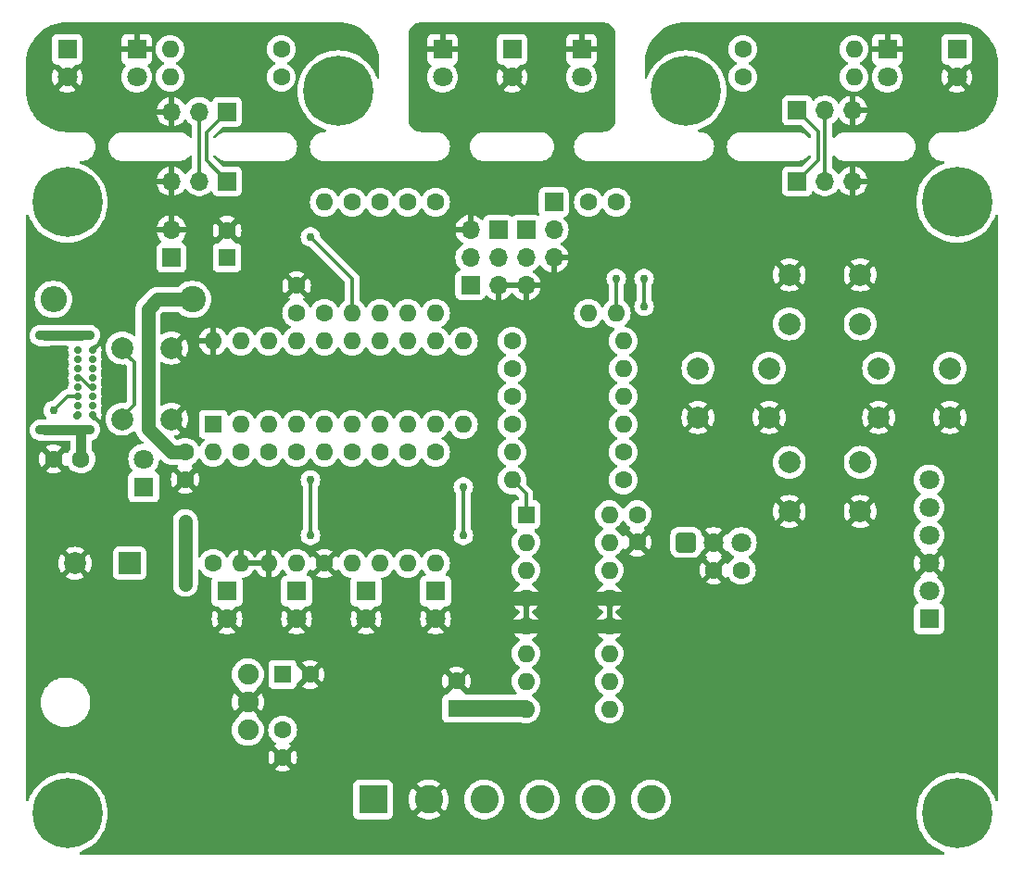
<source format=gbr>
%TF.GenerationSoftware,KiCad,Pcbnew,7.0.1-0*%
%TF.CreationDate,2023-03-30T00:17:16-04:00*%
%TF.ProjectId,CHRP400,43485250-3430-4302-9e6b-696361645f70,0*%
%TF.SameCoordinates,Original*%
%TF.FileFunction,Copper,L1,Top*%
%TF.FilePolarity,Positive*%
%FSLAX46Y46*%
G04 Gerber Fmt 4.6, Leading zero omitted, Abs format (unit mm)*
G04 Created by KiCad (PCBNEW 7.0.1-0) date 2023-03-30 00:17:16*
%MOMM*%
%LPD*%
G01*
G04 APERTURE LIST*
G04 Aperture macros list*
%AMRoundRect*
0 Rectangle with rounded corners*
0 $1 Rounding radius*
0 $2 $3 $4 $5 $6 $7 $8 $9 X,Y pos of 4 corners*
0 Add a 4 corners polygon primitive as box body*
4,1,4,$2,$3,$4,$5,$6,$7,$8,$9,$2,$3,0*
0 Add four circle primitives for the rounded corners*
1,1,$1+$1,$2,$3*
1,1,$1+$1,$4,$5*
1,1,$1+$1,$6,$7*
1,1,$1+$1,$8,$9*
0 Add four rect primitives between the rounded corners*
20,1,$1+$1,$2,$3,$4,$5,0*
20,1,$1+$1,$4,$5,$6,$7,0*
20,1,$1+$1,$6,$7,$8,$9,0*
20,1,$1+$1,$8,$9,$2,$3,0*%
G04 Aperture macros list end*
%TA.AperFunction,ComponentPad*%
%ADD10R,1.600000X1.600000*%
%TD*%
%TA.AperFunction,ComponentPad*%
%ADD11C,1.600000*%
%TD*%
%TA.AperFunction,ComponentPad*%
%ADD12C,1.800000*%
%TD*%
%TA.AperFunction,ComponentPad*%
%ADD13R,1.800000X1.800000*%
%TD*%
%TA.AperFunction,ComponentPad*%
%ADD14C,2.400000*%
%TD*%
%TA.AperFunction,ComponentPad*%
%ADD15O,2.400000X2.400000*%
%TD*%
%TA.AperFunction,ComponentPad*%
%ADD16C,6.400000*%
%TD*%
%TA.AperFunction,ComponentPad*%
%ADD17O,1.600000X1.600000*%
%TD*%
%TA.AperFunction,ComponentPad*%
%ADD18C,2.000000*%
%TD*%
%TA.AperFunction,ComponentPad*%
%ADD19R,1.700000X1.700000*%
%TD*%
%TA.AperFunction,ComponentPad*%
%ADD20O,1.700000X1.700000*%
%TD*%
%TA.AperFunction,ComponentPad*%
%ADD21C,0.700000*%
%TD*%
%TA.AperFunction,ComponentPad*%
%ADD22O,2.400000X0.900000*%
%TD*%
%TA.AperFunction,ComponentPad*%
%ADD23O,1.700000X0.900000*%
%TD*%
%TA.AperFunction,ComponentPad*%
%ADD24R,2.000000X2.000000*%
%TD*%
%TA.AperFunction,ComponentPad*%
%ADD25RoundRect,0.250200X-0.649800X-0.649800X0.649800X-0.649800X0.649800X0.649800X-0.649800X0.649800X0*%
%TD*%
%TA.AperFunction,ComponentPad*%
%ADD26R,2.600000X2.600000*%
%TD*%
%TA.AperFunction,ComponentPad*%
%ADD27C,2.600000*%
%TD*%
%TA.AperFunction,ComponentPad*%
%ADD28C,1.905000*%
%TD*%
%TA.AperFunction,ViaPad*%
%ADD29C,0.762000*%
%TD*%
%TA.AperFunction,Conductor*%
%ADD30C,1.270000*%
%TD*%
%TA.AperFunction,Conductor*%
%ADD31C,0.635000*%
%TD*%
%TA.AperFunction,Conductor*%
%ADD32C,0.889000*%
%TD*%
%TA.AperFunction,Conductor*%
%ADD33C,0.304800*%
%TD*%
%TA.AperFunction,Conductor*%
%ADD34C,1.524000*%
%TD*%
G04 APERTURE END LIST*
D10*
%TO.P,C1,1*%
%TO.N,+5V*%
X120015000Y-66040000D03*
D11*
%TO.P,C1,2*%
%TO.N,GND*%
X120015000Y-63540000D03*
%TD*%
%TO.P,C4,1*%
%TO.N,GND*%
X104160000Y-84455000D03*
%TO.P,C4,2*%
%TO.N,Net-(J1-SHIELD)*%
X106660000Y-84455000D03*
%TD*%
D12*
%TO.P,D1,1,K*%
%TO.N,Net-(D1-K)*%
X112395000Y-84455000D03*
D13*
%TO.P,D1,2,A*%
%TO.N,Net-(D1-A)*%
X112395000Y-86995000D03*
%TD*%
D12*
%TO.P,D4,1,K*%
%TO.N,GND*%
X132715000Y-99065000D03*
D13*
%TO.P,D4,2,A*%
%TO.N,Net-(D4-A)*%
X132715000Y-96525000D03*
%TD*%
D14*
%TO.P,FB1,1*%
%TO.N,+5V*%
X116840000Y-69850000D03*
D15*
%TO.P,FB1,2*%
%TO.N,Net-(#FLG0103-pwr)*%
X104140000Y-69850000D03*
%TD*%
D16*
%TO.P,MH1,1*%
%TO.N,N/C*%
X105409999Y-60959999D03*
%TD*%
D11*
%TO.P,R6,1*%
%TO.N,Net-(U1-RB7{slash}TX{slash}CK)*%
X146050000Y-81280000D03*
D17*
%TO.P,R6,2*%
%TO.N,Net-(R6-Pad2)*%
X156210000Y-81280000D03*
%TD*%
D18*
%TO.P,SW4,1,1*%
%TO.N,GND*%
X186055000Y-80645000D03*
X179555000Y-80645000D03*
%TO.P,SW4,2,2*%
%TO.N,Net-(R5-Pad2)*%
X186055000Y-76145000D03*
X179555000Y-76145000D03*
%TD*%
D11*
%TO.P,C2,1*%
%TO.N,+5V*%
X116185000Y-83820000D03*
%TO.P,C2,2*%
%TO.N,GND*%
X116185000Y-86320000D03*
%TD*%
%TO.P,C3,1*%
%TO.N,Net-(U1-Vusb3v3)*%
X126365000Y-71100000D03*
%TO.P,C3,2*%
%TO.N,GND*%
X126365000Y-68600000D03*
%TD*%
D12*
%TO.P,D3,1,K*%
%TO.N,GND*%
X126365000Y-99065000D03*
D13*
%TO.P,D3,2,A*%
%TO.N,Net-(D3-A)*%
X126365000Y-96525000D03*
%TD*%
D18*
%TO.P,SW3,1,1*%
%TO.N,GND*%
X169545000Y-80645000D03*
X163045000Y-80645000D03*
%TO.P,SW3,2,2*%
%TO.N,Net-(R4-Pad2)*%
X169545000Y-76145000D03*
X163045000Y-76145000D03*
%TD*%
D11*
%TO.P,R5,1*%
%TO.N,Net-(U1-RB6{slash}SCL{slash}SCK)*%
X146050000Y-73660000D03*
D17*
%TO.P,R5,2*%
%TO.N,Net-(R5-Pad2)*%
X156210000Y-73660000D03*
%TD*%
D16*
%TO.P,MH4,1*%
%TO.N,N/C*%
X105410000Y-116840000D03*
%TD*%
D18*
%TO.P,SW5,1,1*%
%TO.N,GND*%
X177875000Y-89245000D03*
X171375000Y-89245000D03*
%TO.P,SW5,2,2*%
%TO.N,Net-(R6-Pad2)*%
X177875000Y-84745000D03*
X171375000Y-84745000D03*
%TD*%
D11*
%TO.P,R22,1*%
%TO.N,GND*%
X128905000Y-93980000D03*
D17*
%TO.P,R22,2*%
%TO.N,Net-(U1-RA4{slash}AN3{slash}SOSCO{slash}T1G{slash}OSC2{slash}CLKOUT{slash}CLKR)*%
X128905000Y-83820000D03*
%TD*%
D11*
%TO.P,R2,1*%
%TO.N,Net-(D1-A)*%
X118745000Y-93980000D03*
D17*
%TO.P,R2,2*%
%TO.N,+5V*%
X118745000Y-83820000D03*
%TD*%
D10*
%TO.P,U1,1,VDD*%
%TO.N,+5V*%
X118745000Y-81280000D03*
D17*
%TO.P,U1,2,RA5/SOSCI/T1CKI/OSC1/CLKIN*%
%TO.N,Net-(D1-K)*%
X121285000Y-81280000D03*
%TO.P,U1,3,RA4/AN3/SOSCO/T1G/OSC2/CLKOUT/CLKR*%
%TO.N,Net-(U1-RA4{slash}AN3{slash}SOSCO{slash}T1G{slash}OSC2{slash}CLKOUT{slash}CLKR)*%
X123825000Y-81280000D03*
%TO.P,U1,4,RA3/T1G/~{SS}/~{MCLR}/Vpp*%
%TO.N,/Vpp*%
X126365000Y-81280000D03*
%TO.P,U1,5,PWM1/CWG1A/T0CKI/RC5*%
%TO.N,Net-(U1-PWM1{slash}CWG1A{slash}T0CKI{slash}RC5)*%
X128905000Y-81280000D03*
%TO.P,U1,6,CWG1B/C1OUT/C2OUT/RC4*%
%TO.N,Net-(U1-CWG1B{slash}C1OUT{slash}C2OUT{slash}RC4)*%
X131445000Y-81280000D03*
%TO.P,U1,7,CLKR/C1IN3-/C2IN3-/DACOUT2/AN7/RC3*%
%TO.N,Right Sensor*%
X133985000Y-81280000D03*
%TO.P,U1,8,~{SS}/PWM2/AN8/RC6*%
%TO.N,Net-(U1-~{SS}{slash}PWM2{slash}AN8{slash}RC6)*%
X136525000Y-81280000D03*
%TO.P,U1,9,SDO/AN9/RC7*%
%TO.N,Net-(U1-SDO{slash}AN9{slash}RC7)*%
X139065000Y-81280000D03*
%TO.P,U1,10,RB7/TX/CK*%
%TO.N,Net-(U1-RB7{slash}TX{slash}CK)*%
X141605000Y-81280000D03*
%TO.P,U1,11,RB6/SCL/SCK*%
%TO.N,Net-(U1-RB6{slash}SCL{slash}SCK)*%
X141605000Y-73660000D03*
%TO.P,U1,12,RB5/AN11/RX/DX*%
%TO.N,Net-(U1-RB5{slash}AN11{slash}RX{slash}DX)*%
X139065000Y-73660000D03*
%TO.P,U1,13,RB4/AN10/SDA/SDI*%
%TO.N,Net-(U1-RB4{slash}AN10{slash}SDA{slash}SDI)*%
X136525000Y-73660000D03*
%TO.P,U1,14,C2IN2-/C1IN2-/DACOUT1/AN6/RC2*%
%TO.N,Left Sensor*%
X133985000Y-73660000D03*
%TO.P,U1,15,ICSPCLK/~{CWGFLT}/C2IN-/C1IN-/AN5/RC1*%
%TO.N,Right Sensor +5V*%
X131445000Y-73660000D03*
%TO.P,U1,16,ICSPDAT/C2IN+/C1IN+/Vref+/AN4/RC0*%
%TO.N,Left Sensor +5V*%
X128905000Y-73660000D03*
%TO.P,U1,17,Vusb3v3*%
%TO.N,Net-(U1-Vusb3v3)*%
X126365000Y-73660000D03*
%TO.P,U1,18,RA1/D-/ICSPCLK*%
%TO.N,/D-*%
X123825000Y-73660000D03*
%TO.P,U1,19,RA0/D+/ICSPDAT*%
%TO.N,/D+*%
X121285000Y-73660000D03*
%TO.P,U1,20,VSS*%
%TO.N,GND*%
X118745000Y-73660000D03*
%TD*%
D11*
%TO.P,R13,1*%
%TO.N,Net-(H3-Pin_1)*%
X139065000Y-60960000D03*
D17*
%TO.P,R13,2*%
%TO.N,Net-(U1-RB6{slash}SCL{slash}SCK)*%
X139065000Y-71120000D03*
%TD*%
D11*
%TO.P,R9,1*%
%TO.N,Net-(U1-~{SS}{slash}PWM2{slash}AN8{slash}RC6)*%
X136525000Y-83820000D03*
D17*
%TO.P,R9,2*%
%TO.N,Net-(D4-A)*%
X136525000Y-93980000D03*
%TD*%
D11*
%TO.P,R8,1*%
%TO.N,Net-(U1-PWM1{slash}CWG1A{slash}T0CKI{slash}RC5)*%
X133985000Y-83820000D03*
D17*
%TO.P,R8,2*%
%TO.N,Net-(D3-A)*%
X133985000Y-93980000D03*
%TD*%
D11*
%TO.P,R14,1*%
%TO.N,Net-(H4-Pin_1)*%
X153035000Y-60960000D03*
D17*
%TO.P,R14,2*%
%TO.N,Net-(U1-RB7{slash}TX{slash}CK)*%
X153035000Y-71120000D03*
%TD*%
D11*
%TO.P,R10,1*%
%TO.N,Net-(U1-SDO{slash}AN9{slash}RC7)*%
X139065000Y-83820000D03*
D17*
%TO.P,R10,2*%
%TO.N,Net-(D5-A)*%
X139065000Y-93980000D03*
%TD*%
D11*
%TO.P,R12,1*%
%TO.N,Net-(H2-Pin_1)*%
X136525000Y-60960000D03*
D17*
%TO.P,R12,2*%
%TO.N,Net-(U1-RB5{slash}AN11{slash}RX{slash}DX)*%
X136525000Y-71120000D03*
%TD*%
D10*
%TO.P,C6,1*%
%TO.N,+5V*%
X125095000Y-104140000D03*
D11*
%TO.P,C6,2*%
%TO.N,GND*%
X127595000Y-104140000D03*
%TD*%
D19*
%TO.P,H2,1,Pin_1*%
%TO.N,Net-(H2-Pin_1)*%
X147320000Y-63500000D03*
D20*
%TO.P,H2,2,Pin_2*%
%TO.N,+5V*%
X147320000Y-66040000D03*
%TO.P,H2,3,Pin_3*%
%TO.N,GND*%
X147320000Y-68580000D03*
%TD*%
D19*
%TO.P,H4,1,Pin_1*%
%TO.N,Net-(H4-Pin_1)*%
X142240000Y-68565000D03*
D20*
%TO.P,H4,2,Pin_2*%
%TO.N,+5V*%
X142240000Y-66025000D03*
%TO.P,H4,3,Pin_3*%
%TO.N,GND*%
X142240000Y-63485000D03*
%TD*%
D16*
%TO.P,MH2,1*%
%TO.N,N/C*%
X186690000Y-60960000D03*
%TD*%
D11*
%TO.P,R4,1*%
%TO.N,Net-(U1-RB5{slash}AN11{slash}RX{slash}DX)*%
X146050000Y-76200000D03*
D17*
%TO.P,R4,2*%
%TO.N,Net-(R4-Pad2)*%
X156210000Y-76200000D03*
%TD*%
D19*
%TO.P,H3,1,Pin_1*%
%TO.N,Net-(H3-Pin_1)*%
X144780000Y-63500000D03*
D20*
%TO.P,H3,2,Pin_2*%
%TO.N,+5V*%
X144780000Y-66040000D03*
%TO.P,H3,3,Pin_3*%
%TO.N,GND*%
X144780000Y-68580000D03*
%TD*%
D21*
%TO.P,J1,A1,GND*%
%TO.N,GND*%
X107696000Y-74498200D03*
%TO.P,J1,A4,VBUS*%
%TO.N,Net-(#FLG0103-pwr)*%
X107696000Y-75348200D03*
%TO.P,J1,A5,CC1*%
%TO.N,unconnected-(J1-CC1-PadA5)*%
X107696000Y-76198200D03*
%TO.P,J1,A6,D+*%
%TO.N,/D+*%
X107696000Y-77048200D03*
%TO.P,J1,A7,D-*%
%TO.N,/D-*%
X107696000Y-77898200D03*
%TO.P,J1,A8,SBU1*%
%TO.N,unconnected-(J1-SBU1-PadA8)*%
X107696000Y-78748200D03*
%TO.P,J1,A9,VBUS*%
%TO.N,Net-(#FLG0103-pwr)*%
X107696000Y-79598200D03*
%TO.P,J1,A12,GND*%
%TO.N,GND*%
X107696000Y-80448200D03*
%TO.P,J1,B1,GND*%
X106346000Y-80448200D03*
%TO.P,J1,B4,VBUS*%
%TO.N,Net-(#FLG0103-pwr)*%
X106346000Y-79598200D03*
%TO.P,J1,B5,CC2*%
%TO.N,unconnected-(J1-CC2-PadB5)*%
X106346000Y-78748200D03*
%TO.P,J1,B6,D+*%
%TO.N,/D+*%
X106346000Y-77898200D03*
%TO.P,J1,B7,D-*%
%TO.N,/D-*%
X106346000Y-77048200D03*
%TO.P,J1,B8,SBU2*%
%TO.N,unconnected-(J1-SBU2-PadB8)*%
X106346000Y-76198200D03*
%TO.P,J1,B9,VBUS*%
%TO.N,Net-(#FLG0103-pwr)*%
X106346000Y-75348200D03*
%TO.P,J1,B12,GND*%
%TO.N,GND*%
X106346000Y-74498200D03*
D22*
%TO.P,J1,S1,SHIELD*%
%TO.N,Net-(J1-SHIELD)*%
X106716000Y-73148200D03*
D23*
X103336000Y-73148200D03*
D22*
X106716000Y-81798200D03*
D23*
X103336000Y-81798200D03*
%TD*%
D16*
%TO.P,MH3,1*%
%TO.N,N/C*%
X186690000Y-116840000D03*
%TD*%
D11*
%TO.P,R17,1*%
%TO.N,+5V*%
X155575000Y-60960000D03*
D17*
%TO.P,R17,2*%
%TO.N,Right Sensor*%
X155575000Y-71120000D03*
%TD*%
D11*
%TO.P,R11,1*%
%TO.N,Net-(H1-Pin_1)*%
X133985000Y-60960000D03*
D17*
%TO.P,R11,2*%
%TO.N,Net-(U1-RB4{slash}AN10{slash}SDA{slash}SDI)*%
X133985000Y-71120000D03*
%TD*%
D11*
%TO.P,R1,1*%
%TO.N,Net-(R1-Pad1)*%
X126365000Y-83820000D03*
D17*
%TO.P,R1,2*%
%TO.N,/Vpp*%
X126365000Y-93980000D03*
%TD*%
D12*
%TO.P,D5,1,K*%
%TO.N,GND*%
X139065000Y-99065000D03*
D13*
%TO.P,D5,2,A*%
%TO.N,Net-(D5-A)*%
X139065000Y-96525000D03*
%TD*%
D24*
%TO.P,LS1,1,1*%
%TO.N,Net-(U1-RA4{slash}AN3{slash}SOSCO{slash}T1G{slash}OSC2{slash}CLKOUT{slash}CLKR)*%
X111125000Y-93980000D03*
D18*
%TO.P,LS1,2,2*%
%TO.N,GND*%
X106125000Y-93980000D03*
%TD*%
D25*
%TO.P,U4,1,OUT*%
%TO.N,Net-(U4-OUT)*%
X161925000Y-92075000D03*
D12*
%TO.P,U4,2,GND*%
%TO.N,GND*%
X164465000Y-92075000D03*
%TO.P,U4,3,Vs*%
%TO.N,+5V*%
X167005000Y-92075000D03*
%TD*%
D11*
%TO.P,R7,1*%
%TO.N,Net-(U1-CWG1B{slash}C1OUT{slash}C2OUT{slash}RC4)*%
X131445000Y-83820000D03*
D17*
%TO.P,R7,2*%
%TO.N,Net-(D2-A)*%
X131445000Y-93980000D03*
%TD*%
D13*
%TO.P,H9,1,~{MCLR}/VPP*%
%TO.N,/Vpp*%
X184150000Y-99060000D03*
D12*
%TO.P,H9,2,VDD*%
%TO.N,+5V*%
X184150000Y-96520000D03*
%TO.P,H9,3,VSS*%
%TO.N,GND*%
X184150000Y-93980000D03*
%TO.P,H9,4,PGD/ICSPDAT*%
%TO.N,Left Sensor +5V*%
X184150000Y-91440000D03*
%TO.P,H9,5,PGC/ICSPCLK*%
%TO.N,Right Sensor +5V*%
X184150000Y-88900000D03*
%TO.P,H9,6,PGM/LVP*%
%TO.N,unconnected-(H9-PGM{slash}LVP-Pad6)*%
X184150000Y-86360000D03*
%TD*%
D19*
%TO.P,H1,1,Pin_1*%
%TO.N,Net-(H1-Pin_1)*%
X149860000Y-60960000D03*
D20*
%TO.P,H1,2,Pin_2*%
%TO.N,+5V*%
X149860000Y-63500000D03*
%TO.P,H1,3,Pin_3*%
%TO.N,GND*%
X149860000Y-66040000D03*
%TD*%
D11*
%TO.P,C5,1*%
%TO.N,Net-(CON1-Pin_1)*%
X125095000Y-109220000D03*
%TO.P,C5,2*%
%TO.N,GND*%
X125095000Y-111720000D03*
%TD*%
%TO.P,R3,1*%
%TO.N,Net-(U1-RB4{slash}AN10{slash}SDA{slash}SDI)*%
X146050000Y-78740000D03*
D17*
%TO.P,R3,2*%
%TO.N,Net-(R3-Pad2)*%
X156210000Y-78740000D03*
%TD*%
D12*
%TO.P,D2,1,K*%
%TO.N,GND*%
X120015000Y-99065000D03*
D13*
%TO.P,D2,2,A*%
%TO.N,Net-(D2-A)*%
X120015000Y-96525000D03*
%TD*%
D18*
%TO.P,SW2,1,1*%
%TO.N,GND*%
X171375000Y-67600000D03*
X177875000Y-67600000D03*
%TO.P,SW2,2,2*%
%TO.N,Net-(R3-Pad2)*%
X171375000Y-72100000D03*
X177875000Y-72100000D03*
%TD*%
%TO.P,SW1,1,1*%
%TO.N,GND*%
X114935000Y-74295000D03*
X114935000Y-80795000D03*
%TO.P,SW1,2,2*%
%TO.N,Net-(R1-Pad1)*%
X110435000Y-74295000D03*
X110435000Y-80795000D03*
%TD*%
D19*
%TO.P,BT1,1,+*%
%TO.N,+5V*%
X114935000Y-66040000D03*
D20*
%TO.P,BT1,2,-*%
%TO.N,GND*%
X114935000Y-63500000D03*
%TD*%
D11*
%TO.P,R25,1*%
%TO.N,unconnected-(J1-CC2-PadB5)*%
X121285000Y-83820000D03*
D17*
%TO.P,R25,2*%
%TO.N,GND*%
X121285000Y-93980000D03*
%TD*%
D19*
%TO.P,H8,1,Pin_1*%
%TO.N,Right Sensor*%
X172100000Y-52578000D03*
D20*
%TO.P,H8,2,Pin_2*%
%TO.N,Right Sensor +5V*%
X174640000Y-52578000D03*
%TO.P,H8,3,Pin_3*%
%TO.N,GND*%
X177180000Y-52578000D03*
%TD*%
D11*
%TO.P,R15,1*%
%TO.N,Left Sensor +5V*%
X128905000Y-71120000D03*
D17*
%TO.P,R15,2*%
%TO.N,Net-(D6-A)*%
X128905000Y-60960000D03*
%TD*%
D26*
%TO.P,CON1,1,Pin_1*%
%TO.N,Net-(CON1-Pin_1)*%
X133350000Y-115570008D03*
D27*
%TO.P,CON1,2,Pin_2*%
%TO.N,GND*%
X138430000Y-115570008D03*
%TO.P,CON1,3,Pin_3*%
%TO.N,Net-(CON1-Pin_3)*%
X143510000Y-115570008D03*
%TO.P,CON1,4,Pin_4*%
%TO.N,Net-(CON1-Pin_4)*%
X148590000Y-115570008D03*
%TO.P,CON1,5,Pin_5*%
%TO.N,Net-(CON1-Pin_5)*%
X153670000Y-115570008D03*
%TO.P,CON1,6,Pin_6*%
%TO.N,Net-(CON1-Pin_6)*%
X158750000Y-115570008D03*
%TD*%
D10*
%TO.P,C8,1*%
%TO.N,Net-(CON1-Pin_1)*%
X140970000Y-107250121D03*
D11*
%TO.P,C8,2*%
%TO.N,GND*%
X140970000Y-104750121D03*
%TD*%
D16*
%TO.P,MH6,1*%
%TO.N,N/C*%
X161925000Y-50800000D03*
%TD*%
D11*
%TO.P,R18,1*%
%TO.N,Left Sensor +5V*%
X124968000Y-46990000D03*
D17*
%TO.P,R18,2*%
%TO.N,Net-(D7-A)*%
X114808000Y-46990000D03*
%TD*%
D11*
%TO.P,C7,1*%
%TO.N,+5V*%
X157480000Y-89535000D03*
%TO.P,C7,2*%
%TO.N,GND*%
X157480000Y-92035000D03*
%TD*%
D10*
%TO.P,U2,1,1\u002C2EN*%
%TO.N,Net-(U2-1\u002C2EN)*%
X147320000Y-89535008D03*
D17*
%TO.P,U2,2,1A*%
%TO.N,Net-(U1-CWG1B{slash}C1OUT{slash}C2OUT{slash}RC4)*%
X147320000Y-92075008D03*
%TO.P,U2,3,1Y*%
%TO.N,Net-(CON1-Pin_3)*%
X147320000Y-94615008D03*
%TO.P,U2,4,GND*%
%TO.N,GND*%
X147320000Y-97155008D03*
%TO.P,U2,5,GND*%
X147320000Y-99695008D03*
%TO.P,U2,6,2Y*%
%TO.N,Net-(CON1-Pin_4)*%
X147320000Y-102235008D03*
%TO.P,U2,7,2A*%
%TO.N,Net-(U1-PWM1{slash}CWG1A{slash}T0CKI{slash}RC5)*%
X147320000Y-104775008D03*
%TO.P,U2,8,VCC2*%
%TO.N,Net-(CON1-Pin_1)*%
X147320000Y-107315008D03*
%TO.P,U2,9,3\u002C4EN*%
%TO.N,Net-(U2-1\u002C2EN)*%
X154940000Y-107315008D03*
%TO.P,U2,10,3A*%
%TO.N,Net-(U1-~{SS}{slash}PWM2{slash}AN8{slash}RC6)*%
X154940000Y-104775008D03*
%TO.P,U2,11,3Y*%
%TO.N,Net-(CON1-Pin_5)*%
X154940000Y-102235008D03*
%TO.P,U2,12,GND*%
%TO.N,GND*%
X154940000Y-99695008D03*
%TO.P,U2,13,GND*%
X154940000Y-97155008D03*
%TO.P,U2,14,4Y*%
%TO.N,Net-(CON1-Pin_6)*%
X154940000Y-94615008D03*
%TO.P,U2,15,4A*%
%TO.N,Net-(U1-SDO{slash}AN9{slash}RC7)*%
X154940000Y-92075008D03*
%TO.P,U2,16,VCC1*%
%TO.N,+5V*%
X154940000Y-89535008D03*
%TD*%
D11*
%TO.P,R20,1*%
%TO.N,Right Sensor +5V*%
X167132000Y-46990000D03*
D17*
%TO.P,R20,2*%
%TO.N,Net-(D8-A)*%
X177292000Y-46990000D03*
%TD*%
D19*
%TO.P,H5,1,Pin_1*%
%TO.N,Left Sensor*%
X120015000Y-59055000D03*
D20*
%TO.P,H5,2,Pin_2*%
%TO.N,Left Sensor +5V*%
X117475000Y-59055000D03*
%TO.P,H5,3,Pin_3*%
%TO.N,GND*%
X114935000Y-59055000D03*
%TD*%
D11*
%TO.P,R16,1*%
%TO.N,+5V*%
X131445000Y-60960000D03*
D17*
%TO.P,R16,2*%
%TO.N,Left Sensor*%
X131445000Y-71120000D03*
%TD*%
D11*
%TO.P,R23,1*%
%TO.N,+5V*%
X156210000Y-86360000D03*
D17*
%TO.P,R23,2*%
%TO.N,Net-(U2-1\u002C2EN)*%
X146050000Y-86360000D03*
%TD*%
D11*
%TO.P,R21,1*%
%TO.N,Right Sensor +5V*%
X167132000Y-49530000D03*
D17*
%TO.P,R21,2*%
%TO.N,Right Sensor*%
X177292000Y-49530000D03*
%TD*%
D11*
%TO.P,R19,1*%
%TO.N,Left Sensor +5V*%
X124968000Y-49530000D03*
D17*
%TO.P,R19,2*%
%TO.N,Left Sensor*%
X114808000Y-49530000D03*
%TD*%
D19*
%TO.P,H6,1,Pin_1*%
%TO.N,Left Sensor*%
X120015000Y-52705000D03*
D20*
%TO.P,H6,2,Pin_2*%
%TO.N,Left Sensor +5V*%
X117475000Y-52705000D03*
%TO.P,H6,3,Pin_3*%
%TO.N,GND*%
X114935000Y-52705000D03*
%TD*%
D16*
%TO.P,MH5,1*%
%TO.N,N/C*%
X130175000Y-50800000D03*
%TD*%
D28*
%TO.P,U3,1,VI*%
%TO.N,Net-(CON1-Pin_1)*%
X121920000Y-109220000D03*
%TO.P,U3,2,GND*%
%TO.N,GND*%
X121920000Y-106680000D03*
%TO.P,U3,3,VO*%
%TO.N,+5V*%
X121920000Y-104140000D03*
%TD*%
D11*
%TO.P,C9,1*%
%TO.N,+5V*%
X167005000Y-94615000D03*
%TO.P,C9,2*%
%TO.N,GND*%
X164505000Y-94615000D03*
%TD*%
%TO.P,R24,1*%
%TO.N,Net-(U4-OUT)*%
X156210000Y-83820000D03*
D17*
%TO.P,R24,2*%
%TO.N,Net-(U1-RB7{slash}TX{slash}CK)*%
X146050000Y-83820000D03*
%TD*%
D19*
%TO.P,H7,1,Pin_1*%
%TO.N,Right Sensor*%
X172100000Y-59055000D03*
D20*
%TO.P,H7,2,Pin_2*%
%TO.N,Right Sensor +5V*%
X174640000Y-59055000D03*
%TO.P,H7,3,Pin_3*%
%TO.N,GND*%
X177180000Y-59055000D03*
%TD*%
D11*
%TO.P,R26,1*%
%TO.N,unconnected-(J1-CC1-PadA5)*%
X123825000Y-83820000D03*
D17*
%TO.P,R26,2*%
%TO.N,GND*%
X123825000Y-93980000D03*
%TD*%
D12*
%TO.P,Q1,1,C*%
%TO.N,Left Sensor*%
X139700000Y-49535000D03*
D13*
%TO.P,Q1,2,E*%
%TO.N,GND*%
X139700000Y-46995000D03*
%TD*%
D12*
%TO.P,Q2,1,C*%
%TO.N,Right Sensor*%
X152400000Y-49535000D03*
D13*
%TO.P,Q2,2,E*%
%TO.N,GND*%
X152400000Y-46995000D03*
%TD*%
D12*
%TO.P,D6,1,K*%
%TO.N,GND*%
X146050000Y-49530000D03*
D13*
%TO.P,D6,2,A*%
%TO.N,Net-(D6-A)*%
X146050000Y-46990000D03*
%TD*%
D12*
%TO.P,Q3,1,C*%
%TO.N,Left Sensor*%
X111760000Y-49530000D03*
D13*
%TO.P,Q3,2,E*%
%TO.N,GND*%
X111760000Y-46990000D03*
%TD*%
D12*
%TO.P,D7,1,K*%
%TO.N,GND*%
X105410000Y-49535000D03*
D13*
%TO.P,D7,2,A*%
%TO.N,Net-(D7-A)*%
X105410000Y-46995000D03*
%TD*%
D12*
%TO.P,D8,1,K*%
%TO.N,GND*%
X186690000Y-49535000D03*
D13*
%TO.P,D8,2,A*%
%TO.N,Net-(D8-A)*%
X186690000Y-46995000D03*
%TD*%
D12*
%TO.P,Q4,1,C*%
%TO.N,Right Sensor*%
X180340000Y-49535000D03*
D13*
%TO.P,Q4,2,E*%
%TO.N,GND*%
X180340000Y-46995000D03*
%TD*%
D29*
%TO.N,+5V*%
X116205000Y-90170000D03*
X116205000Y-95885000D03*
%TO.N,/Vpp*%
X127635000Y-91440000D03*
X141605000Y-86995000D03*
X127635000Y-86360000D03*
X141605000Y-91440000D03*
%TO.N,unconnected-(J1-CC2-PadB5)*%
X104140000Y-80010000D03*
%TO.N,Left Sensor*%
X127635000Y-64135000D03*
%TO.N,Right Sensor*%
X155575000Y-67945000D03*
%TO.N,Right Sensor +5V*%
X158115000Y-70485000D03*
X158115000Y-67945000D03*
%TD*%
D30*
%TO.N,GND*%
X147320000Y-97155008D02*
X144780008Y-97155008D01*
X144780008Y-98425008D02*
X144780000Y-98425000D01*
X154940000Y-97155008D02*
X157479992Y-97155008D01*
X157479992Y-98425008D02*
X157480000Y-98425000D01*
X154940000Y-97155008D02*
X147320000Y-97155008D01*
X157480000Y-97155000D02*
X157480000Y-99695000D01*
X144780008Y-99695008D02*
X147320000Y-99695008D01*
X154940000Y-99695008D02*
X147320000Y-99695008D01*
D31*
X106327000Y-80467200D02*
X106346000Y-80448200D01*
D30*
X157479992Y-99695008D02*
X154940000Y-99695008D01*
X144780000Y-97155000D02*
X144780000Y-99695000D01*
%TO.N,+5V*%
X112776000Y-81661000D02*
X114935000Y-83820000D01*
X116840000Y-69850000D02*
X113665000Y-69850000D01*
X112776000Y-70739000D02*
X112776000Y-81661000D01*
X114935000Y-83820000D02*
X116185000Y-83820000D01*
X113665000Y-69850000D02*
X112776000Y-70739000D01*
X116205000Y-90170000D02*
X116205000Y-95885000D01*
D32*
%TO.N,Net-(J1-SHIELD)*%
X106716000Y-73148200D02*
X103336000Y-73148200D01*
X103336000Y-81798200D02*
X106716000Y-81798200D01*
X106660000Y-84455000D02*
X106660000Y-81854200D01*
D33*
X106660000Y-81854200D02*
X106716000Y-81798200D01*
D34*
%TO.N,Net-(CON1-Pin_1)*%
X147255113Y-107250121D02*
X147320000Y-107315008D01*
X140970000Y-107250121D02*
X147255113Y-107250121D01*
D33*
%TO.N,/Vpp*%
X127635000Y-86360000D02*
X127635000Y-91440000D01*
X141605000Y-86995000D02*
X141605000Y-91440000D01*
%TO.N,Net-(R1-Pad1)*%
X111506000Y-75620000D02*
X111506000Y-79470000D01*
X111506000Y-79470000D02*
X110181000Y-80795000D01*
X110181000Y-74295000D02*
X111506000Y-75620000D01*
%TO.N,/D-*%
X106613800Y-77048200D02*
X106346000Y-77048200D01*
X107463800Y-77898200D02*
X106613800Y-77048200D01*
X107696000Y-77898200D02*
X107463800Y-77898200D01*
%TO.N,unconnected-(J1-CC2-PadB5)*%
X105410000Y-78740000D02*
X104140000Y-80010000D01*
X105418200Y-78748200D02*
X105410000Y-78740000D01*
X106346000Y-78748200D02*
X105418200Y-78748200D01*
%TO.N,Net-(U2-1\u002C2EN)*%
X146050000Y-86360000D02*
X147320000Y-87630000D01*
X147320000Y-87630000D02*
X147320000Y-89535008D01*
%TO.N,Left Sensor*%
X127640000Y-64140000D02*
X127635000Y-64135000D01*
X131445000Y-67945000D02*
X131445000Y-71120000D01*
X118110000Y-57150000D02*
X120015000Y-59055000D01*
X118110000Y-54610000D02*
X118110000Y-57150000D01*
X127640000Y-64140000D02*
X131445000Y-67945000D01*
X120015000Y-52705000D02*
X118110000Y-54610000D01*
%TO.N,Right Sensor*%
X155575000Y-67945000D02*
X155575000Y-71120000D01*
X173990000Y-57165000D02*
X172100000Y-59055000D01*
X173990000Y-54468000D02*
X173990000Y-57165000D01*
X172100000Y-52578000D02*
X173990000Y-54468000D01*
%TO.N,Left Sensor +5V*%
X117475000Y-52705000D02*
X117475000Y-59055000D01*
%TO.N,Right Sensor +5V*%
X158115000Y-70485000D02*
X158115000Y-67945000D01*
X174640000Y-52578000D02*
X174640000Y-59055000D01*
%TD*%
%TA.AperFunction,Conductor*%
%TO.N,GND*%
G36*
X130178094Y-44501452D02*
G01*
X130537237Y-44519095D01*
X130549536Y-44520306D01*
X130823512Y-44560947D01*
X130902158Y-44572613D01*
X130914285Y-44575025D01*
X131260085Y-44661643D01*
X131271913Y-44665230D01*
X131607569Y-44785330D01*
X131618982Y-44790058D01*
X131749544Y-44851809D01*
X131941244Y-44942477D01*
X131952149Y-44948306D01*
X132257915Y-45131574D01*
X132268196Y-45138444D01*
X132554521Y-45350798D01*
X132564079Y-45358642D01*
X132621401Y-45410595D01*
X132828221Y-45598046D01*
X132836953Y-45606778D01*
X132930322Y-45709795D01*
X133076357Y-45870920D01*
X133084201Y-45880478D01*
X133296555Y-46166803D01*
X133303425Y-46177084D01*
X133486693Y-46482850D01*
X133492522Y-46493755D01*
X133644939Y-46816012D01*
X133649671Y-46827436D01*
X133769767Y-47163081D01*
X133773356Y-47174914D01*
X133859974Y-47520714D01*
X133862386Y-47532841D01*
X133914692Y-47885460D01*
X133915904Y-47897765D01*
X133927192Y-48127522D01*
X133932752Y-48240713D01*
X133933548Y-48256905D01*
X133933700Y-48263088D01*
X133933700Y-49563610D01*
X133914786Y-49630006D01*
X133863724Y-49676470D01*
X133795842Y-49689051D01*
X133731521Y-49663973D01*
X133690069Y-49608765D01*
X133572485Y-49302451D01*
X133567532Y-49289547D01*
X133391062Y-48943206D01*
X133179357Y-48617207D01*
X132934734Y-48315124D01*
X132934733Y-48315123D01*
X132934729Y-48315118D01*
X132659881Y-48040270D01*
X132357793Y-47795643D01*
X132031795Y-47583938D01*
X131685451Y-47407467D01*
X131322563Y-47268167D01*
X130947099Y-47167562D01*
X130563170Y-47106753D01*
X130175000Y-47086410D01*
X129786829Y-47106753D01*
X129402900Y-47167562D01*
X129027436Y-47268167D01*
X128664548Y-47407467D01*
X128318205Y-47583938D01*
X127992206Y-47795643D01*
X127690118Y-48040270D01*
X127415270Y-48315118D01*
X127170643Y-48617206D01*
X126958938Y-48943205D01*
X126782467Y-49289548D01*
X126643167Y-49652436D01*
X126542562Y-50027900D01*
X126481753Y-50411829D01*
X126461410Y-50800000D01*
X126481753Y-51188170D01*
X126542562Y-51572099D01*
X126643167Y-51947563D01*
X126782467Y-52310451D01*
X126958938Y-52656795D01*
X127170643Y-52982793D01*
X127415270Y-53284881D01*
X127690118Y-53559729D01*
X127690123Y-53559733D01*
X127690124Y-53559734D01*
X127992207Y-53804357D01*
X128318205Y-54016062D01*
X128664547Y-54192532D01*
X128800471Y-54244708D01*
X128983765Y-54315069D01*
X129038973Y-54356521D01*
X129064051Y-54420842D01*
X129051470Y-54488724D01*
X129005006Y-54539786D01*
X128938610Y-54558700D01*
X128795511Y-54558700D01*
X128579531Y-54594741D01*
X128372421Y-54665841D01*
X128179842Y-54770060D01*
X128007040Y-54904557D01*
X127858732Y-55065661D01*
X127738969Y-55248975D01*
X127675900Y-55392758D01*
X127651009Y-55449504D01*
X127597255Y-55661776D01*
X127579172Y-55880000D01*
X127597255Y-56098224D01*
X127651009Y-56310496D01*
X127651011Y-56310500D01*
X127738969Y-56511024D01*
X127858732Y-56694338D01*
X127968501Y-56813578D01*
X128007041Y-56855443D01*
X128179841Y-56989939D01*
X128372421Y-57094158D01*
X128579528Y-57165258D01*
X128687521Y-57183279D01*
X128795511Y-57201300D01*
X128795514Y-57201300D01*
X128894795Y-57201300D01*
X128905000Y-57201300D01*
X128921668Y-57201300D01*
X139048332Y-57201300D01*
X139075205Y-57201300D01*
X139174486Y-57201300D01*
X139174489Y-57201300D01*
X139267051Y-57185853D01*
X139390472Y-57165258D01*
X139597579Y-57094158D01*
X139790159Y-56989939D01*
X139962959Y-56855443D01*
X140111265Y-56694340D01*
X140111264Y-56694340D01*
X140111267Y-56694338D01*
X140160304Y-56619279D01*
X140231031Y-56511024D01*
X140318991Y-56310496D01*
X140372745Y-56098224D01*
X140390828Y-55880000D01*
X142184172Y-55880000D01*
X142202255Y-56098224D01*
X142256009Y-56310496D01*
X142256011Y-56310500D01*
X142343969Y-56511024D01*
X142463732Y-56694338D01*
X142573501Y-56813578D01*
X142612041Y-56855443D01*
X142784841Y-56989939D01*
X142977421Y-57094158D01*
X143184528Y-57165258D01*
X143292521Y-57183279D01*
X143400511Y-57201300D01*
X143400514Y-57201300D01*
X143499795Y-57201300D01*
X143510000Y-57201300D01*
X143526668Y-57201300D01*
X148573332Y-57201300D01*
X148600205Y-57201300D01*
X148699486Y-57201300D01*
X148699489Y-57201300D01*
X148792051Y-57185853D01*
X148915472Y-57165258D01*
X149122579Y-57094158D01*
X149315159Y-56989939D01*
X149487959Y-56855443D01*
X149636265Y-56694340D01*
X149636264Y-56694340D01*
X149636267Y-56694338D01*
X149685304Y-56619279D01*
X149756031Y-56511024D01*
X149843991Y-56310496D01*
X149897745Y-56098224D01*
X149915828Y-55880000D01*
X149897745Y-55661776D01*
X149843991Y-55449504D01*
X149756031Y-55248976D01*
X149731511Y-55211445D01*
X149636267Y-55065661D01*
X149487959Y-54904557D01*
X149487958Y-54904556D01*
X149315159Y-54770061D01*
X149194660Y-54704850D01*
X149122578Y-54665841D01*
X148990517Y-54620505D01*
X148915472Y-54594742D01*
X148915469Y-54594741D01*
X148915468Y-54594741D01*
X148699489Y-54558700D01*
X148699486Y-54558700D01*
X148600205Y-54558700D01*
X143526668Y-54558700D01*
X143510000Y-54558700D01*
X143400514Y-54558700D01*
X143400511Y-54558700D01*
X143184531Y-54594741D01*
X142977421Y-54665841D01*
X142784842Y-54770060D01*
X142612040Y-54904557D01*
X142463732Y-55065661D01*
X142343969Y-55248975D01*
X142280900Y-55392758D01*
X142256009Y-55449504D01*
X142202255Y-55661776D01*
X142184172Y-55880000D01*
X140390828Y-55880000D01*
X140372745Y-55661776D01*
X140318991Y-55449504D01*
X140231031Y-55248976D01*
X140206511Y-55211445D01*
X140111267Y-55065661D01*
X139962959Y-54904557D01*
X139962958Y-54904556D01*
X139790159Y-54770061D01*
X139669660Y-54704850D01*
X139597578Y-54665841D01*
X139465517Y-54620505D01*
X139390472Y-54594742D01*
X139390469Y-54594741D01*
X139390468Y-54594741D01*
X139174489Y-54558700D01*
X139174486Y-54558700D01*
X139075205Y-54558700D01*
X137799956Y-54558700D01*
X137790070Y-54558312D01*
X137614238Y-54544473D01*
X137594710Y-54541380D01*
X137428042Y-54501367D01*
X137409238Y-54495257D01*
X137250885Y-54429665D01*
X137233268Y-54420689D01*
X137087120Y-54331129D01*
X137071124Y-54319507D01*
X136940789Y-54208190D01*
X136926809Y-54194210D01*
X136815492Y-54063875D01*
X136803870Y-54047879D01*
X136714310Y-53901731D01*
X136705334Y-53884114D01*
X136639742Y-53725761D01*
X136633632Y-53706957D01*
X136623435Y-53664485D01*
X136594094Y-53542268D01*
X136593619Y-53540289D01*
X136590526Y-53520761D01*
X136576688Y-53344930D01*
X136576300Y-53335044D01*
X136576300Y-49535000D01*
X138286673Y-49535000D01*
X138305949Y-49767626D01*
X138305949Y-49767629D01*
X138305950Y-49767630D01*
X138361984Y-49988907D01*
X138363251Y-49993907D01*
X138457016Y-50207669D01*
X138584686Y-50403083D01*
X138742780Y-50574818D01*
X138926983Y-50718190D01*
X139132273Y-50829287D01*
X139353049Y-50905080D01*
X139583288Y-50943500D01*
X139816709Y-50943500D01*
X139816712Y-50943500D01*
X140046951Y-50905080D01*
X140267727Y-50829287D01*
X140473017Y-50718190D01*
X140508557Y-50690528D01*
X145248680Y-50690528D01*
X145248681Y-50690529D01*
X145277254Y-50712768D01*
X145482474Y-50823828D01*
X145703169Y-50899592D01*
X145933332Y-50938000D01*
X146166668Y-50938000D01*
X146396830Y-50899592D01*
X146617525Y-50823828D01*
X146822744Y-50712770D01*
X146851317Y-50690529D01*
X146851317Y-50690528D01*
X146050000Y-49889210D01*
X146049999Y-49889210D01*
X145248680Y-50690528D01*
X140508557Y-50690528D01*
X140657220Y-50574818D01*
X140815314Y-50403083D01*
X140942984Y-50207669D01*
X141036749Y-49993907D01*
X141094051Y-49767626D01*
X141113327Y-49535000D01*
X141112913Y-49529999D01*
X144637174Y-49529999D01*
X144656444Y-49762548D01*
X144713723Y-49988739D01*
X144807458Y-50202434D01*
X144890795Y-50329991D01*
X144890796Y-50329992D01*
X145690789Y-49530000D01*
X146409210Y-49530000D01*
X147209202Y-50329990D01*
X147292544Y-50202428D01*
X147386275Y-49988742D01*
X147443555Y-49762548D01*
X147462411Y-49535000D01*
X150986673Y-49535000D01*
X151005949Y-49767626D01*
X151005949Y-49767629D01*
X151005950Y-49767630D01*
X151061984Y-49988907D01*
X151063251Y-49993907D01*
X151157016Y-50207669D01*
X151284686Y-50403083D01*
X151442780Y-50574818D01*
X151626983Y-50718190D01*
X151832273Y-50829287D01*
X152053049Y-50905080D01*
X152283288Y-50943500D01*
X152516709Y-50943500D01*
X152516712Y-50943500D01*
X152746951Y-50905080D01*
X152967727Y-50829287D01*
X153173017Y-50718190D01*
X153357220Y-50574818D01*
X153515314Y-50403083D01*
X153642984Y-50207669D01*
X153736749Y-49993907D01*
X153794051Y-49767626D01*
X153813327Y-49535000D01*
X153794051Y-49302374D01*
X153736749Y-49076093D01*
X153642984Y-48862331D01*
X153515314Y-48666917D01*
X153429789Y-48574012D01*
X153400554Y-48520412D01*
X153399951Y-48459356D01*
X153428126Y-48405185D01*
X153478461Y-48370622D01*
X153545962Y-48345446D01*
X153662904Y-48257904D01*
X153750445Y-48140962D01*
X153801494Y-48004093D01*
X153808000Y-47943589D01*
X153808000Y-47249000D01*
X150992000Y-47249000D01*
X150992000Y-47943589D01*
X150998505Y-48004093D01*
X151049554Y-48140962D01*
X151137095Y-48257904D01*
X151254037Y-48345445D01*
X151321539Y-48370622D01*
X151371873Y-48405185D01*
X151400048Y-48459356D01*
X151399445Y-48520411D01*
X151370208Y-48574015D01*
X151284687Y-48666915D01*
X151157016Y-48862330D01*
X151063250Y-49076094D01*
X151005950Y-49302369D01*
X151005949Y-49302374D01*
X150986673Y-49535000D01*
X147462411Y-49535000D01*
X147462825Y-49529999D01*
X147443555Y-49297451D01*
X147386276Y-49071260D01*
X147292543Y-48857569D01*
X147209202Y-48730007D01*
X146409210Y-49529999D01*
X146409210Y-49530000D01*
X145690789Y-49530000D01*
X145690789Y-49529999D01*
X144890796Y-48730007D01*
X144807456Y-48857571D01*
X144713723Y-49071260D01*
X144656444Y-49297451D01*
X144637174Y-49529999D01*
X141112913Y-49529999D01*
X141094051Y-49302374D01*
X141036749Y-49076093D01*
X140942984Y-48862331D01*
X140815314Y-48666917D01*
X140729789Y-48574012D01*
X140700554Y-48520412D01*
X140699951Y-48459356D01*
X140728126Y-48405185D01*
X140778461Y-48370622D01*
X140845962Y-48345446D01*
X140962904Y-48257904D01*
X141050445Y-48140962D01*
X141101494Y-48004093D01*
X141108000Y-47943589D01*
X141108000Y-47938638D01*
X144641500Y-47938638D01*
X144648011Y-47999200D01*
X144699111Y-48136205D01*
X144786738Y-48253261D01*
X144903794Y-48340888D01*
X144903795Y-48340888D01*
X144903796Y-48340889D01*
X145040799Y-48391989D01*
X145101362Y-48398500D01*
X145225521Y-48398500D01*
X145273739Y-48408091D01*
X145314617Y-48435405D01*
X146050000Y-49170788D01*
X146785383Y-48435405D01*
X146826261Y-48408091D01*
X146874479Y-48398500D01*
X146998638Y-48398500D01*
X147059201Y-48391989D01*
X147196204Y-48340889D01*
X147313261Y-48253261D01*
X147400889Y-48136204D01*
X147451989Y-47999201D01*
X147458500Y-47938638D01*
X147458500Y-46741000D01*
X150992000Y-46741000D01*
X152146000Y-46741000D01*
X152146000Y-45587000D01*
X152654000Y-45587000D01*
X152654000Y-46741000D01*
X153808000Y-46741000D01*
X153808000Y-46046411D01*
X153801494Y-45985906D01*
X153750445Y-45849037D01*
X153662904Y-45732095D01*
X153545962Y-45644554D01*
X153409093Y-45593505D01*
X153348589Y-45587000D01*
X152654000Y-45587000D01*
X152146000Y-45587000D01*
X151451411Y-45587000D01*
X151390906Y-45593505D01*
X151254037Y-45644554D01*
X151137095Y-45732095D01*
X151049554Y-45849037D01*
X150998505Y-45985906D01*
X150992000Y-46046411D01*
X150992000Y-46741000D01*
X147458500Y-46741000D01*
X147458500Y-46041362D01*
X147451989Y-45980799D01*
X147400889Y-45843796D01*
X147400888Y-45843794D01*
X147313261Y-45726738D01*
X147196205Y-45639111D01*
X147097237Y-45602198D01*
X147059201Y-45588011D01*
X146998638Y-45581500D01*
X145101362Y-45581500D01*
X145040799Y-45588011D01*
X144903794Y-45639111D01*
X144786738Y-45726738D01*
X144699111Y-45843794D01*
X144648011Y-45980799D01*
X144641500Y-46041362D01*
X144641500Y-47938638D01*
X141108000Y-47938638D01*
X141108000Y-47249000D01*
X138292000Y-47249000D01*
X138292000Y-47943589D01*
X138298505Y-48004093D01*
X138349554Y-48140962D01*
X138437095Y-48257904D01*
X138554037Y-48345445D01*
X138621539Y-48370622D01*
X138671873Y-48405185D01*
X138700048Y-48459356D01*
X138699445Y-48520411D01*
X138670208Y-48574015D01*
X138584687Y-48666915D01*
X138457016Y-48862330D01*
X138363250Y-49076094D01*
X138305950Y-49302369D01*
X138305949Y-49302374D01*
X138286673Y-49535000D01*
X136576300Y-49535000D01*
X136576300Y-46741000D01*
X138292000Y-46741000D01*
X139446000Y-46741000D01*
X139446000Y-45587000D01*
X139954000Y-45587000D01*
X139954000Y-46741000D01*
X141108000Y-46741000D01*
X141108000Y-46046411D01*
X141101494Y-45985906D01*
X141050445Y-45849037D01*
X140962904Y-45732095D01*
X140845962Y-45644554D01*
X140709093Y-45593505D01*
X140648589Y-45587000D01*
X139954000Y-45587000D01*
X139446000Y-45587000D01*
X138751411Y-45587000D01*
X138690906Y-45593505D01*
X138554037Y-45644554D01*
X138437095Y-45732095D01*
X138349554Y-45849037D01*
X138298505Y-45985906D01*
X138292000Y-46046411D01*
X138292000Y-46741000D01*
X136576300Y-46741000D01*
X136576300Y-45724956D01*
X136576688Y-45715070D01*
X136586767Y-45587000D01*
X136590526Y-45539237D01*
X136593619Y-45519710D01*
X136619815Y-45410595D01*
X136633633Y-45353037D01*
X136639742Y-45334238D01*
X136690045Y-45212797D01*
X136705336Y-45175879D01*
X136714306Y-45158274D01*
X136803872Y-45012116D01*
X136815492Y-44996124D01*
X136859052Y-44945123D01*
X136926810Y-44865787D01*
X136940789Y-44851809D01*
X137018628Y-44785328D01*
X137071127Y-44740489D01*
X137087116Y-44728872D01*
X137233274Y-44639306D01*
X137250879Y-44630336D01*
X137409243Y-44564740D01*
X137428037Y-44558633D01*
X137594710Y-44518618D01*
X137614237Y-44515526D01*
X137790069Y-44501688D01*
X137799956Y-44501300D01*
X137811668Y-44501300D01*
X154288332Y-44501300D01*
X154300044Y-44501300D01*
X154309930Y-44501688D01*
X154485761Y-44515526D01*
X154505289Y-44518619D01*
X154588622Y-44538625D01*
X154671958Y-44558632D01*
X154690761Y-44564742D01*
X154849114Y-44630334D01*
X154866731Y-44639310D01*
X155012879Y-44728870D01*
X155028875Y-44740492D01*
X155159210Y-44851809D01*
X155173190Y-44865789D01*
X155284507Y-44996124D01*
X155296129Y-45012120D01*
X155385689Y-45158268D01*
X155394665Y-45175885D01*
X155460257Y-45334238D01*
X155466367Y-45353042D01*
X155506380Y-45519710D01*
X155509473Y-45539238D01*
X155523312Y-45715070D01*
X155523700Y-45724956D01*
X155523700Y-53335044D01*
X155523312Y-53344930D01*
X155509473Y-53520761D01*
X155506380Y-53540289D01*
X155466367Y-53706957D01*
X155460257Y-53725761D01*
X155394665Y-53884114D01*
X155385689Y-53901731D01*
X155296129Y-54047879D01*
X155284507Y-54063875D01*
X155173190Y-54194210D01*
X155159210Y-54208190D01*
X155028875Y-54319507D01*
X155012879Y-54331129D01*
X154866731Y-54420689D01*
X154849114Y-54429665D01*
X154690761Y-54495257D01*
X154671957Y-54501367D01*
X154505289Y-54541380D01*
X154485761Y-54544473D01*
X154309930Y-54558312D01*
X154300044Y-54558700D01*
X152925511Y-54558700D01*
X152709531Y-54594741D01*
X152502421Y-54665841D01*
X152309842Y-54770060D01*
X152137040Y-54904557D01*
X151988732Y-55065661D01*
X151868969Y-55248975D01*
X151805900Y-55392758D01*
X151781009Y-55449504D01*
X151727255Y-55661776D01*
X151709172Y-55880000D01*
X151727255Y-56098224D01*
X151781009Y-56310496D01*
X151781011Y-56310500D01*
X151868969Y-56511024D01*
X151988732Y-56694338D01*
X152098501Y-56813578D01*
X152137041Y-56855443D01*
X152309841Y-56989939D01*
X152502421Y-57094158D01*
X152709528Y-57165258D01*
X152817521Y-57183279D01*
X152925511Y-57201300D01*
X152925514Y-57201300D01*
X153024795Y-57201300D01*
X153035000Y-57201300D01*
X153051668Y-57201300D01*
X163178332Y-57201300D01*
X163205205Y-57201300D01*
X163304486Y-57201300D01*
X163304489Y-57201300D01*
X163397051Y-57185853D01*
X163520472Y-57165258D01*
X163727579Y-57094158D01*
X163920159Y-56989939D01*
X164092959Y-56855443D01*
X164241265Y-56694340D01*
X164241264Y-56694340D01*
X164241267Y-56694338D01*
X164290304Y-56619279D01*
X164361031Y-56511024D01*
X164448991Y-56310496D01*
X164502745Y-56098224D01*
X164520828Y-55880000D01*
X165679172Y-55880000D01*
X165697255Y-56098224D01*
X165751009Y-56310496D01*
X165751011Y-56310500D01*
X165838969Y-56511024D01*
X165958732Y-56694338D01*
X166068501Y-56813578D01*
X166107041Y-56855443D01*
X166279841Y-56989939D01*
X166472421Y-57094158D01*
X166679528Y-57165258D01*
X166787521Y-57183279D01*
X166895511Y-57201300D01*
X166895514Y-57201300D01*
X166994795Y-57201300D01*
X167005000Y-57201300D01*
X167021668Y-57201300D01*
X172068332Y-57201300D01*
X172095205Y-57201300D01*
X172194486Y-57201300D01*
X172194489Y-57201300D01*
X172287051Y-57185853D01*
X172410472Y-57165258D01*
X172617579Y-57094158D01*
X172810159Y-56989939D01*
X172982959Y-56855443D01*
X173110397Y-56717007D01*
X173160223Y-56683865D01*
X173219719Y-56677446D01*
X173275466Y-56699198D01*
X173314890Y-56744216D01*
X173329100Y-56802345D01*
X173329100Y-56839055D01*
X173319509Y-56887273D01*
X173292196Y-56928150D01*
X172560752Y-57659595D01*
X172519874Y-57686909D01*
X172471656Y-57696500D01*
X171201362Y-57696500D01*
X171140799Y-57703011D01*
X171003794Y-57754111D01*
X170886738Y-57841738D01*
X170799111Y-57958794D01*
X170763420Y-58054486D01*
X170748011Y-58095799D01*
X170741500Y-58156362D01*
X170741500Y-59953638D01*
X170748011Y-60014201D01*
X170765601Y-60061362D01*
X170799111Y-60151205D01*
X170886738Y-60268261D01*
X171003794Y-60355888D01*
X171003795Y-60355888D01*
X171003796Y-60355889D01*
X171140799Y-60406989D01*
X171201362Y-60413500D01*
X172998638Y-60413500D01*
X173059201Y-60406989D01*
X173196204Y-60355889D01*
X173313261Y-60268261D01*
X173400889Y-60151204D01*
X173444999Y-60032941D01*
X173481530Y-59980903D01*
X173538821Y-59953327D01*
X173602282Y-59957237D01*
X173655753Y-59991636D01*
X173693779Y-60032942D01*
X173716762Y-60057908D01*
X173894421Y-60196187D01*
X173894424Y-60196189D01*
X174092426Y-60303342D01*
X174305365Y-60376444D01*
X174527431Y-60413500D01*
X174752566Y-60413500D01*
X174752569Y-60413500D01*
X174974635Y-60376444D01*
X175187574Y-60303342D01*
X175385576Y-60196189D01*
X175563240Y-60057906D01*
X175715722Y-59892268D01*
X175804818Y-59755896D01*
X175850329Y-59713999D01*
X175910299Y-59698813D01*
X175970268Y-59713999D01*
X176015782Y-59755897D01*
X176104678Y-59891962D01*
X176257096Y-60057533D01*
X176434697Y-60195766D01*
X176632631Y-60302883D01*
X176845485Y-60375955D01*
X176926000Y-60389391D01*
X176926000Y-59309000D01*
X177434000Y-59309000D01*
X177434000Y-60389391D01*
X177514514Y-60375955D01*
X177727368Y-60302883D01*
X177925302Y-60195766D01*
X178102903Y-60057533D01*
X178255321Y-59891962D01*
X178378419Y-59703548D01*
X178468822Y-59497451D01*
X178516544Y-59309000D01*
X177434000Y-59309000D01*
X176926000Y-59309000D01*
X176926000Y-57720609D01*
X177434000Y-57720609D01*
X177434000Y-58801000D01*
X178516544Y-58801000D01*
X178516544Y-58800999D01*
X178468822Y-58612548D01*
X178378419Y-58406451D01*
X178255321Y-58218037D01*
X178102903Y-58052466D01*
X177925302Y-57914233D01*
X177727368Y-57807116D01*
X177514514Y-57734044D01*
X177434000Y-57720609D01*
X176926000Y-57720609D01*
X176845485Y-57734044D01*
X176632631Y-57807116D01*
X176434697Y-57914233D01*
X176257096Y-58052466D01*
X176104678Y-58218037D01*
X176015782Y-58354102D01*
X175970268Y-58396000D01*
X175910299Y-58411186D01*
X175850329Y-58396000D01*
X175804816Y-58354101D01*
X175715723Y-58217734D01*
X175715722Y-58217732D01*
X175563240Y-58052094D01*
X175563239Y-58052093D01*
X175563237Y-58052091D01*
X175385576Y-57913811D01*
X175366930Y-57903720D01*
X175318659Y-57857404D01*
X175300900Y-57792907D01*
X175300900Y-56818639D01*
X175315110Y-56760510D01*
X175354535Y-56715492D01*
X175410281Y-56693740D01*
X175469777Y-56700159D01*
X175519601Y-56733301D01*
X175632041Y-56855443D01*
X175804841Y-56989939D01*
X175997421Y-57094158D01*
X176204528Y-57165258D01*
X176312521Y-57183279D01*
X176420511Y-57201300D01*
X176420514Y-57201300D01*
X176519795Y-57201300D01*
X176530000Y-57201300D01*
X176546668Y-57201300D01*
X181593332Y-57201300D01*
X181620205Y-57201300D01*
X181719486Y-57201300D01*
X181719489Y-57201300D01*
X181812051Y-57185853D01*
X181935472Y-57165258D01*
X182142579Y-57094158D01*
X182335159Y-56989939D01*
X182507959Y-56855443D01*
X182656265Y-56694340D01*
X182656264Y-56694340D01*
X182656267Y-56694338D01*
X182705304Y-56619279D01*
X182776031Y-56511024D01*
X182863991Y-56310496D01*
X182917745Y-56098224D01*
X182935828Y-55880000D01*
X182917745Y-55661776D01*
X182863991Y-55449504D01*
X182776031Y-55248976D01*
X182751511Y-55211445D01*
X182656267Y-55065661D01*
X182507959Y-54904557D01*
X182507958Y-54904556D01*
X182335159Y-54770061D01*
X182214660Y-54704850D01*
X182142578Y-54665841D01*
X182010517Y-54620505D01*
X181935472Y-54594742D01*
X181935469Y-54594741D01*
X181935468Y-54594741D01*
X181719489Y-54558700D01*
X181719486Y-54558700D01*
X181620205Y-54558700D01*
X176546668Y-54558700D01*
X176530000Y-54558700D01*
X176420514Y-54558700D01*
X176420511Y-54558700D01*
X176204531Y-54594741D01*
X175997421Y-54665841D01*
X175804842Y-54770060D01*
X175632040Y-54904557D01*
X175519601Y-55026699D01*
X175469777Y-55059841D01*
X175410281Y-55066260D01*
X175354535Y-55044508D01*
X175315110Y-54999490D01*
X175300900Y-54941361D01*
X175300900Y-53840093D01*
X175318659Y-53775596D01*
X175366930Y-53729280D01*
X175373432Y-53725761D01*
X175385576Y-53719189D01*
X175563240Y-53580906D01*
X175715722Y-53415268D01*
X175804818Y-53278896D01*
X175850329Y-53236999D01*
X175910299Y-53221813D01*
X175970268Y-53236999D01*
X176015782Y-53278897D01*
X176104678Y-53414962D01*
X176257096Y-53580533D01*
X176434697Y-53718766D01*
X176632631Y-53825883D01*
X176845485Y-53898955D01*
X176926000Y-53912391D01*
X176926000Y-52832000D01*
X177434000Y-52832000D01*
X177434000Y-53912391D01*
X177514514Y-53898955D01*
X177727368Y-53825883D01*
X177925302Y-53718766D01*
X178102903Y-53580533D01*
X178255321Y-53414962D01*
X178378419Y-53226548D01*
X178468822Y-53020451D01*
X178516544Y-52832000D01*
X177434000Y-52832000D01*
X176926000Y-52832000D01*
X176926000Y-51243609D01*
X177434000Y-51243609D01*
X177434000Y-52324000D01*
X178516544Y-52324000D01*
X178516544Y-52323999D01*
X178468822Y-52135548D01*
X178378419Y-51929451D01*
X178255321Y-51741037D01*
X178102903Y-51575466D01*
X177925302Y-51437233D01*
X177727368Y-51330116D01*
X177514514Y-51257044D01*
X177434000Y-51243609D01*
X176926000Y-51243609D01*
X176845485Y-51257044D01*
X176632631Y-51330116D01*
X176434697Y-51437233D01*
X176257096Y-51575466D01*
X176104678Y-51741037D01*
X176015782Y-51877102D01*
X175970268Y-51919000D01*
X175910299Y-51934186D01*
X175850329Y-51919000D01*
X175804816Y-51877101D01*
X175798695Y-51867732D01*
X175715722Y-51740732D01*
X175563240Y-51575094D01*
X175563239Y-51575093D01*
X175563237Y-51575091D01*
X175385578Y-51436812D01*
X175187573Y-51329657D01*
X174976056Y-51257044D01*
X174974635Y-51256556D01*
X174752569Y-51219500D01*
X174527431Y-51219500D01*
X174305365Y-51256556D01*
X174305362Y-51256556D01*
X174305362Y-51256557D01*
X174092426Y-51329657D01*
X173894421Y-51436812D01*
X173716758Y-51575094D01*
X173655754Y-51641362D01*
X173602282Y-51675762D01*
X173538820Y-51679672D01*
X173481530Y-51652096D01*
X173444998Y-51600056D01*
X173435688Y-51575094D01*
X173400889Y-51481796D01*
X173382071Y-51456658D01*
X173313261Y-51364738D01*
X173196205Y-51277111D01*
X173127702Y-51251561D01*
X173059201Y-51226011D01*
X172998638Y-51219500D01*
X171201362Y-51219500D01*
X171140799Y-51226011D01*
X171003794Y-51277111D01*
X170886738Y-51364738D01*
X170799111Y-51481794D01*
X170755002Y-51600056D01*
X170748011Y-51618799D01*
X170741500Y-51679362D01*
X170741500Y-53476638D01*
X170748011Y-53537201D01*
X170764173Y-53580533D01*
X170799111Y-53674205D01*
X170886738Y-53791261D01*
X171003794Y-53878888D01*
X171003795Y-53878888D01*
X171003796Y-53878889D01*
X171140799Y-53929989D01*
X171201362Y-53936500D01*
X172471656Y-53936500D01*
X172519874Y-53946091D01*
X172560752Y-53973405D01*
X173292196Y-54704850D01*
X173319509Y-54745727D01*
X173329100Y-54793945D01*
X173329100Y-54957655D01*
X173314890Y-55015784D01*
X173275466Y-55060802D01*
X173219719Y-55082554D01*
X173160223Y-55076135D01*
X173110399Y-55042993D01*
X172982959Y-54904557D01*
X172982958Y-54904556D01*
X172810159Y-54770061D01*
X172689660Y-54704850D01*
X172617578Y-54665841D01*
X172485517Y-54620505D01*
X172410472Y-54594742D01*
X172410469Y-54594741D01*
X172410468Y-54594741D01*
X172194489Y-54558700D01*
X172194486Y-54558700D01*
X172095205Y-54558700D01*
X167021668Y-54558700D01*
X167005000Y-54558700D01*
X166895514Y-54558700D01*
X166895511Y-54558700D01*
X166679531Y-54594741D01*
X166472421Y-54665841D01*
X166279842Y-54770060D01*
X166107040Y-54904557D01*
X165958732Y-55065661D01*
X165838969Y-55248975D01*
X165775900Y-55392758D01*
X165751009Y-55449504D01*
X165697255Y-55661776D01*
X165679172Y-55880000D01*
X164520828Y-55880000D01*
X164502745Y-55661776D01*
X164448991Y-55449504D01*
X164361031Y-55248976D01*
X164336511Y-55211445D01*
X164241267Y-55065661D01*
X164092959Y-54904557D01*
X164092958Y-54904556D01*
X163920159Y-54770061D01*
X163799660Y-54704850D01*
X163727578Y-54665841D01*
X163595517Y-54620505D01*
X163520472Y-54594742D01*
X163520469Y-54594741D01*
X163520468Y-54594741D01*
X163304489Y-54558700D01*
X163304486Y-54558700D01*
X163205205Y-54558700D01*
X163161390Y-54558700D01*
X163094994Y-54539786D01*
X163048530Y-54488724D01*
X163035949Y-54420842D01*
X163061027Y-54356521D01*
X163116235Y-54315069D01*
X163244789Y-54265720D01*
X163435453Y-54192532D01*
X163781795Y-54016062D01*
X164107793Y-53804357D01*
X164409876Y-53559734D01*
X164684734Y-53284876D01*
X164929357Y-52982793D01*
X165141062Y-52656795D01*
X165317532Y-52310453D01*
X165456833Y-51947562D01*
X165557438Y-51572099D01*
X165618246Y-51188176D01*
X165638589Y-50800000D01*
X165618246Y-50411824D01*
X165557438Y-50027901D01*
X165456833Y-49652438D01*
X165409833Y-49530000D01*
X165818502Y-49530000D01*
X165825393Y-49608765D01*
X165838457Y-49758087D01*
X165897715Y-49979243D01*
X165994477Y-50186750D01*
X166125804Y-50374303D01*
X166287696Y-50536195D01*
X166287699Y-50536197D01*
X166287700Y-50536198D01*
X166342855Y-50574818D01*
X166475249Y-50667522D01*
X166682756Y-50764284D01*
X166742015Y-50780162D01*
X166903913Y-50823543D01*
X167132000Y-50843498D01*
X167360087Y-50823543D01*
X167581243Y-50764284D01*
X167788749Y-50667523D01*
X167976300Y-50536198D01*
X168138198Y-50374300D01*
X168269523Y-50186749D01*
X168366284Y-49979243D01*
X168425543Y-49758087D01*
X168445498Y-49530000D01*
X175978502Y-49530000D01*
X175985393Y-49608765D01*
X175998457Y-49758087D01*
X176057715Y-49979243D01*
X176154477Y-50186750D01*
X176285804Y-50374303D01*
X176447696Y-50536195D01*
X176447699Y-50536197D01*
X176447700Y-50536198D01*
X176502855Y-50574818D01*
X176635249Y-50667522D01*
X176842756Y-50764284D01*
X176902015Y-50780162D01*
X177063913Y-50823543D01*
X177292000Y-50843498D01*
X177520087Y-50823543D01*
X177741243Y-50764284D01*
X177948749Y-50667523D01*
X178136300Y-50536198D01*
X178298198Y-50374300D01*
X178429523Y-50186749D01*
X178526284Y-49979243D01*
X178585543Y-49758087D01*
X178605061Y-49535000D01*
X178926673Y-49535000D01*
X178945949Y-49767626D01*
X178945949Y-49767629D01*
X178945950Y-49767630D01*
X179001984Y-49988907D01*
X179003251Y-49993907D01*
X179097016Y-50207669D01*
X179224686Y-50403083D01*
X179382780Y-50574818D01*
X179566983Y-50718190D01*
X179772273Y-50829287D01*
X179993049Y-50905080D01*
X180223288Y-50943500D01*
X180456709Y-50943500D01*
X180456712Y-50943500D01*
X180686951Y-50905080D01*
X180907727Y-50829287D01*
X181113017Y-50718190D01*
X181142133Y-50695528D01*
X185888680Y-50695528D01*
X185888681Y-50695529D01*
X185917254Y-50717768D01*
X186122474Y-50828828D01*
X186343169Y-50904592D01*
X186573332Y-50943000D01*
X186806668Y-50943000D01*
X187036830Y-50904592D01*
X187257525Y-50828828D01*
X187462744Y-50717770D01*
X187491317Y-50695529D01*
X187491317Y-50695528D01*
X186690000Y-49894210D01*
X186689999Y-49894210D01*
X185888680Y-50695528D01*
X181142133Y-50695528D01*
X181297220Y-50574818D01*
X181455314Y-50403083D01*
X181582984Y-50207669D01*
X181676749Y-49993907D01*
X181734051Y-49767626D01*
X181753327Y-49535000D01*
X185277174Y-49535000D01*
X185296444Y-49767548D01*
X185353723Y-49993739D01*
X185447458Y-50207434D01*
X185530795Y-50334991D01*
X185530796Y-50334991D01*
X186330789Y-49535000D01*
X187049210Y-49535000D01*
X187849202Y-50334990D01*
X187932544Y-50207428D01*
X188026275Y-49993742D01*
X188083555Y-49767548D01*
X188102825Y-49535000D01*
X188083555Y-49302451D01*
X188026276Y-49076260D01*
X187932543Y-48862569D01*
X187849202Y-48735007D01*
X187049210Y-49534999D01*
X187049210Y-49535000D01*
X186330789Y-49535000D01*
X186330789Y-49534999D01*
X185530796Y-48735006D01*
X185447456Y-48862571D01*
X185353723Y-49076260D01*
X185296444Y-49302451D01*
X185277174Y-49535000D01*
X181753327Y-49535000D01*
X181734051Y-49302374D01*
X181676749Y-49076093D01*
X181582984Y-48862331D01*
X181455314Y-48666917D01*
X181369789Y-48574012D01*
X181340554Y-48520412D01*
X181339951Y-48459356D01*
X181368126Y-48405185D01*
X181418461Y-48370622D01*
X181485962Y-48345446D01*
X181602904Y-48257904D01*
X181690445Y-48140962D01*
X181741494Y-48004093D01*
X181747995Y-47943638D01*
X185281500Y-47943638D01*
X185287473Y-47999201D01*
X185288011Y-48004200D01*
X185339111Y-48141205D01*
X185426738Y-48258261D01*
X185543794Y-48345888D01*
X185543795Y-48345888D01*
X185543796Y-48345889D01*
X185680799Y-48396989D01*
X185741362Y-48403500D01*
X185865521Y-48403500D01*
X185913739Y-48413091D01*
X185954617Y-48440405D01*
X186690000Y-49175788D01*
X187425383Y-48440405D01*
X187466261Y-48413091D01*
X187514479Y-48403500D01*
X187638638Y-48403500D01*
X187699201Y-48396989D01*
X187836204Y-48345889D01*
X187953261Y-48258261D01*
X188040889Y-48141204D01*
X188091989Y-48004201D01*
X188098500Y-47943638D01*
X188098500Y-46046362D01*
X188091989Y-45985799D01*
X188040889Y-45848796D01*
X188040888Y-45848794D01*
X187953261Y-45731738D01*
X187836205Y-45644111D01*
X187736127Y-45606784D01*
X187699201Y-45593011D01*
X187638638Y-45586500D01*
X185741362Y-45586500D01*
X185680799Y-45593011D01*
X185543794Y-45644111D01*
X185426738Y-45731738D01*
X185339111Y-45848794D01*
X185327294Y-45880478D01*
X185288011Y-45985799D01*
X185281500Y-46046362D01*
X185281500Y-47943638D01*
X181747995Y-47943638D01*
X181748000Y-47943589D01*
X181748000Y-47249000D01*
X178932000Y-47249000D01*
X178932000Y-47943589D01*
X178938505Y-48004093D01*
X178989554Y-48140962D01*
X179077095Y-48257904D01*
X179194037Y-48345445D01*
X179261539Y-48370622D01*
X179311873Y-48405185D01*
X179340048Y-48459356D01*
X179339445Y-48520411D01*
X179310208Y-48574015D01*
X179224687Y-48666915D01*
X179097016Y-48862330D01*
X179003250Y-49076094D01*
X178945950Y-49302369D01*
X178945949Y-49302374D01*
X178926673Y-49535000D01*
X178605061Y-49535000D01*
X178605498Y-49530000D01*
X178585543Y-49301913D01*
X178526284Y-49080757D01*
X178524109Y-49076093D01*
X178429522Y-48873249D01*
X178332723Y-48735007D01*
X178298198Y-48685700D01*
X178298197Y-48685699D01*
X178298195Y-48685696D01*
X178136303Y-48523804D01*
X177948748Y-48392476D01*
X177909543Y-48374195D01*
X177856525Y-48327700D01*
X177836792Y-48260000D01*
X177856525Y-48192300D01*
X177909543Y-48145805D01*
X177930651Y-48135962D01*
X177948749Y-48127523D01*
X178136300Y-47996198D01*
X178298198Y-47834300D01*
X178429523Y-47646749D01*
X178526284Y-47439243D01*
X178585543Y-47218087D01*
X178605498Y-46990000D01*
X178585543Y-46761913D01*
X178579939Y-46741000D01*
X178932000Y-46741000D01*
X180086000Y-46741000D01*
X180086000Y-45587000D01*
X180594000Y-45587000D01*
X180594000Y-46741000D01*
X181748000Y-46741000D01*
X181748000Y-46046411D01*
X181741494Y-45985906D01*
X181690445Y-45849037D01*
X181602904Y-45732095D01*
X181485962Y-45644554D01*
X181349093Y-45593505D01*
X181288589Y-45587000D01*
X180594000Y-45587000D01*
X180086000Y-45587000D01*
X179391411Y-45587000D01*
X179330906Y-45593505D01*
X179194037Y-45644554D01*
X179077095Y-45732095D01*
X178989554Y-45849037D01*
X178938505Y-45985906D01*
X178932000Y-46046411D01*
X178932000Y-46741000D01*
X178579939Y-46741000D01*
X178526284Y-46540757D01*
X178501758Y-46488161D01*
X178429522Y-46333249D01*
X178316458Y-46171778D01*
X178298198Y-46145700D01*
X178298197Y-46145699D01*
X178298195Y-46145696D01*
X178136303Y-45983804D01*
X177948750Y-45852477D01*
X177741243Y-45755715D01*
X177520087Y-45696457D01*
X177292000Y-45676502D01*
X177063912Y-45696457D01*
X176842756Y-45755715D01*
X176635249Y-45852477D01*
X176447696Y-45983804D01*
X176285804Y-46145696D01*
X176154477Y-46333249D01*
X176057715Y-46540756D01*
X175998457Y-46761912D01*
X175978502Y-46990000D01*
X175998457Y-47218087D01*
X176057715Y-47439243D01*
X176154477Y-47646750D01*
X176285804Y-47834303D01*
X176447696Y-47996195D01*
X176447699Y-47996197D01*
X176447700Y-47996198D01*
X176635251Y-48127523D01*
X176670359Y-48143894D01*
X176674457Y-48145805D01*
X176727474Y-48192300D01*
X176747207Y-48260000D01*
X176727474Y-48327700D01*
X176674457Y-48374195D01*
X176635250Y-48392477D01*
X176447696Y-48523804D01*
X176285804Y-48685696D01*
X176154477Y-48873249D01*
X176057715Y-49080756D01*
X175998457Y-49301912D01*
X175998457Y-49301913D01*
X175978502Y-49530000D01*
X168445498Y-49530000D01*
X168425543Y-49301913D01*
X168366284Y-49080757D01*
X168364109Y-49076093D01*
X168269522Y-48873249D01*
X168172723Y-48735007D01*
X168138198Y-48685700D01*
X168138197Y-48685699D01*
X168138195Y-48685696D01*
X167976303Y-48523804D01*
X167788748Y-48392476D01*
X167749543Y-48374195D01*
X167696525Y-48327700D01*
X167676792Y-48260000D01*
X167696525Y-48192300D01*
X167749543Y-48145805D01*
X167770651Y-48135962D01*
X167788749Y-48127523D01*
X167976300Y-47996198D01*
X168138198Y-47834300D01*
X168269523Y-47646749D01*
X168366284Y-47439243D01*
X168425543Y-47218087D01*
X168445498Y-46990000D01*
X168425543Y-46761913D01*
X168366284Y-46540757D01*
X168341758Y-46488161D01*
X168269522Y-46333249D01*
X168156458Y-46171778D01*
X168138198Y-46145700D01*
X168138197Y-46145699D01*
X168138195Y-46145696D01*
X167976303Y-45983804D01*
X167788750Y-45852477D01*
X167581243Y-45755715D01*
X167360087Y-45696457D01*
X167132000Y-45676502D01*
X166903912Y-45696457D01*
X166682756Y-45755715D01*
X166475249Y-45852477D01*
X166287696Y-45983804D01*
X166125804Y-46145696D01*
X165994477Y-46333249D01*
X165897715Y-46540756D01*
X165838457Y-46761912D01*
X165818502Y-46990000D01*
X165838457Y-47218087D01*
X165897715Y-47439243D01*
X165994477Y-47646750D01*
X166125804Y-47834303D01*
X166287696Y-47996195D01*
X166287699Y-47996197D01*
X166287700Y-47996198D01*
X166475251Y-48127523D01*
X166510359Y-48143894D01*
X166514457Y-48145805D01*
X166567474Y-48192300D01*
X166587207Y-48260000D01*
X166567474Y-48327700D01*
X166514457Y-48374195D01*
X166475250Y-48392477D01*
X166287696Y-48523804D01*
X166125804Y-48685696D01*
X165994477Y-48873249D01*
X165897715Y-49080756D01*
X165838457Y-49301912D01*
X165838457Y-49301913D01*
X165818502Y-49530000D01*
X165409833Y-49530000D01*
X165317532Y-49289547D01*
X165141062Y-48943206D01*
X164929357Y-48617207D01*
X164684734Y-48315124D01*
X164684733Y-48315123D01*
X164684729Y-48315118D01*
X164409881Y-48040270D01*
X164107793Y-47795643D01*
X163781795Y-47583938D01*
X163435451Y-47407467D01*
X163072563Y-47268167D01*
X162697099Y-47167562D01*
X162313170Y-47106753D01*
X161925000Y-47086410D01*
X161536829Y-47106753D01*
X161152900Y-47167562D01*
X160777436Y-47268167D01*
X160414548Y-47407467D01*
X160068205Y-47583938D01*
X159742206Y-47795643D01*
X159440118Y-48040270D01*
X159165270Y-48315118D01*
X158920643Y-48617206D01*
X158708938Y-48943205D01*
X158532467Y-49289548D01*
X158409931Y-49608765D01*
X158368479Y-49663973D01*
X158304158Y-49689051D01*
X158236276Y-49676470D01*
X158185214Y-49630006D01*
X158166300Y-49563610D01*
X158166300Y-48263088D01*
X158166452Y-48256906D01*
X158166801Y-48249795D01*
X158184095Y-47897760D01*
X158185307Y-47885460D01*
X158192896Y-47834303D01*
X158237613Y-47532838D01*
X158240025Y-47520714D01*
X158268392Y-47407467D01*
X158326644Y-47174907D01*
X158330228Y-47163091D01*
X158450333Y-46827423D01*
X158455054Y-46816024D01*
X158607478Y-46493751D01*
X158613306Y-46482850D01*
X158739384Y-46272501D01*
X158796580Y-46177073D01*
X158803437Y-46166812D01*
X159015803Y-45880471D01*
X159023637Y-45870925D01*
X159263055Y-45606768D01*
X159271768Y-45598055D01*
X159535925Y-45358637D01*
X159545471Y-45350803D01*
X159831812Y-45138437D01*
X159842073Y-45131580D01*
X160147854Y-44948303D01*
X160158755Y-44942477D01*
X160481024Y-44790054D01*
X160492423Y-44785333D01*
X160828091Y-44665228D01*
X160839907Y-44661644D01*
X161185712Y-44575025D01*
X161197838Y-44572613D01*
X161550465Y-44520306D01*
X161562760Y-44519095D01*
X161921905Y-44501452D01*
X161928088Y-44501300D01*
X161941668Y-44501300D01*
X186673332Y-44501300D01*
X186686912Y-44501300D01*
X186693094Y-44501452D01*
X187052237Y-44519095D01*
X187064536Y-44520306D01*
X187338512Y-44560947D01*
X187417158Y-44572613D01*
X187429285Y-44575025D01*
X187775085Y-44661643D01*
X187786913Y-44665230D01*
X188122569Y-44785330D01*
X188133982Y-44790058D01*
X188264544Y-44851809D01*
X188456244Y-44942477D01*
X188467149Y-44948306D01*
X188772915Y-45131574D01*
X188783196Y-45138444D01*
X189069521Y-45350798D01*
X189079079Y-45358642D01*
X189136401Y-45410595D01*
X189343221Y-45598046D01*
X189351953Y-45606778D01*
X189445322Y-45709795D01*
X189591357Y-45870920D01*
X189599201Y-45880478D01*
X189811555Y-46166803D01*
X189818425Y-46177084D01*
X190001693Y-46482850D01*
X190007522Y-46493755D01*
X190159939Y-46816012D01*
X190164671Y-46827436D01*
X190284767Y-47163081D01*
X190288356Y-47174914D01*
X190374974Y-47520714D01*
X190377386Y-47532841D01*
X190429692Y-47885460D01*
X190430904Y-47897765D01*
X190442192Y-48127522D01*
X190447752Y-48240713D01*
X190448548Y-48256905D01*
X190448700Y-48263088D01*
X190448700Y-50796912D01*
X190448548Y-50803095D01*
X190430904Y-51162234D01*
X190429692Y-51174539D01*
X190377386Y-51527158D01*
X190374974Y-51539285D01*
X190288356Y-51885085D01*
X190284767Y-51896918D01*
X190164671Y-52232563D01*
X190159939Y-52243987D01*
X190007522Y-52566244D01*
X190001693Y-52577149D01*
X189818425Y-52882915D01*
X189811555Y-52893196D01*
X189599201Y-53179521D01*
X189591357Y-53189079D01*
X189351959Y-53453215D01*
X189343215Y-53461959D01*
X189079079Y-53701357D01*
X189069521Y-53709201D01*
X188783196Y-53921555D01*
X188772915Y-53928425D01*
X188467149Y-54111693D01*
X188456244Y-54117522D01*
X188133987Y-54269939D01*
X188122563Y-54274671D01*
X187786918Y-54394767D01*
X187775085Y-54398356D01*
X187429285Y-54484974D01*
X187417158Y-54487386D01*
X187064539Y-54539692D01*
X187052234Y-54540904D01*
X186713973Y-54557522D01*
X186693093Y-54558548D01*
X186686912Y-54558700D01*
X185310511Y-54558700D01*
X185094531Y-54594741D01*
X184887421Y-54665841D01*
X184694842Y-54770060D01*
X184522040Y-54904557D01*
X184373732Y-55065661D01*
X184253969Y-55248975D01*
X184190900Y-55392758D01*
X184166009Y-55449504D01*
X184112255Y-55661776D01*
X184094172Y-55880000D01*
X184112255Y-56098224D01*
X184166009Y-56310496D01*
X184166011Y-56310500D01*
X184253969Y-56511024D01*
X184373732Y-56694338D01*
X184483501Y-56813578D01*
X184522041Y-56855443D01*
X184694841Y-56989939D01*
X184887421Y-57094158D01*
X185094528Y-57165258D01*
X185202521Y-57183279D01*
X185310511Y-57201300D01*
X185310514Y-57201300D01*
X185409795Y-57201300D01*
X185420000Y-57201300D01*
X185436668Y-57201300D01*
X185453610Y-57201300D01*
X185520006Y-57220214D01*
X185566470Y-57271276D01*
X185579051Y-57339158D01*
X185553973Y-57403479D01*
X185498765Y-57444931D01*
X185179548Y-57567467D01*
X184833205Y-57743938D01*
X184507206Y-57955643D01*
X184205118Y-58200270D01*
X183930270Y-58475118D01*
X183685643Y-58777206D01*
X183473938Y-59103205D01*
X183297467Y-59449548D01*
X183158167Y-59812436D01*
X183057562Y-60187900D01*
X182996753Y-60571829D01*
X182976411Y-60959999D01*
X182996753Y-61348170D01*
X183057562Y-61732099D01*
X183158167Y-62107563D01*
X183297467Y-62470450D01*
X183297468Y-62470453D01*
X183395439Y-62662732D01*
X183473938Y-62816795D01*
X183685643Y-63142793D01*
X183930270Y-63444881D01*
X184205118Y-63719729D01*
X184205123Y-63719733D01*
X184205124Y-63719734D01*
X184507207Y-63964357D01*
X184833205Y-64176062D01*
X185179547Y-64352532D01*
X185542438Y-64491833D01*
X185917901Y-64592438D01*
X186301824Y-64653246D01*
X186690000Y-64673589D01*
X187078176Y-64653246D01*
X187462099Y-64592438D01*
X187837562Y-64491833D01*
X188200453Y-64352532D01*
X188546795Y-64176062D01*
X188872793Y-63964357D01*
X189174876Y-63719734D01*
X189449734Y-63444876D01*
X189694357Y-63142793D01*
X189906062Y-62816795D01*
X190082532Y-62470453D01*
X190165796Y-62253543D01*
X190205069Y-62151235D01*
X190246521Y-62096027D01*
X190310842Y-62070949D01*
X190378724Y-62083530D01*
X190429786Y-62129994D01*
X190448700Y-62196390D01*
X190448700Y-115603610D01*
X190429786Y-115670006D01*
X190378724Y-115716470D01*
X190310842Y-115729051D01*
X190246521Y-115703973D01*
X190205069Y-115648765D01*
X190082532Y-115329548D01*
X190082532Y-115329547D01*
X189906062Y-114983206D01*
X189694357Y-114657207D01*
X189449734Y-114355124D01*
X189449733Y-114355123D01*
X189449729Y-114355118D01*
X189174881Y-114080270D01*
X188872793Y-113835643D01*
X188546795Y-113623938D01*
X188200451Y-113447467D01*
X187837563Y-113308167D01*
X187462099Y-113207562D01*
X187078170Y-113146753D01*
X186690000Y-113126410D01*
X186301829Y-113146753D01*
X185917900Y-113207562D01*
X185542436Y-113308167D01*
X185179548Y-113447467D01*
X184833205Y-113623938D01*
X184507206Y-113835643D01*
X184205118Y-114080270D01*
X183930270Y-114355118D01*
X183685643Y-114657206D01*
X183473938Y-114983205D01*
X183297467Y-115329548D01*
X183158167Y-115692436D01*
X183057562Y-116067900D01*
X182996753Y-116451829D01*
X182976410Y-116840000D01*
X182996753Y-117228170D01*
X183057562Y-117612099D01*
X183158167Y-117987563D01*
X183297467Y-118350451D01*
X183473938Y-118696795D01*
X183685643Y-119022793D01*
X183930270Y-119324881D01*
X184205118Y-119599729D01*
X184205123Y-119599733D01*
X184205124Y-119599734D01*
X184507207Y-119844357D01*
X184833205Y-120056062D01*
X185179547Y-120232532D01*
X185315471Y-120284708D01*
X185498765Y-120355069D01*
X185553973Y-120396521D01*
X185579051Y-120460842D01*
X185566470Y-120528724D01*
X185520006Y-120579786D01*
X185453610Y-120598700D01*
X106646390Y-120598700D01*
X106579994Y-120579786D01*
X106533530Y-120528724D01*
X106520949Y-120460842D01*
X106546027Y-120396521D01*
X106601235Y-120355069D01*
X106729789Y-120305720D01*
X106920453Y-120232532D01*
X107266795Y-120056062D01*
X107592793Y-119844357D01*
X107894876Y-119599734D01*
X108169734Y-119324876D01*
X108414357Y-119022793D01*
X108626062Y-118696795D01*
X108802532Y-118350453D01*
X108941833Y-117987562D01*
X109042438Y-117612099D01*
X109103246Y-117228176D01*
X109119467Y-116918646D01*
X131541500Y-116918646D01*
X131548011Y-116979209D01*
X131551259Y-116987917D01*
X131599111Y-117116213D01*
X131686738Y-117233269D01*
X131803794Y-117320896D01*
X131803795Y-117320896D01*
X131803796Y-117320897D01*
X131940799Y-117371997D01*
X132001362Y-117378508D01*
X134698638Y-117378508D01*
X134759201Y-117371997D01*
X134896204Y-117320897D01*
X135013261Y-117233269D01*
X135100889Y-117116212D01*
X135137983Y-117016761D01*
X137342455Y-117016761D01*
X137523467Y-117140174D01*
X137767610Y-117257747D01*
X138026551Y-117337619D01*
X138294511Y-117378008D01*
X138565489Y-117378008D01*
X138833448Y-117337619D01*
X139092389Y-117257747D01*
X139336532Y-117140174D01*
X139517544Y-117016761D01*
X138430001Y-115929218D01*
X138429999Y-115929218D01*
X137342455Y-117016760D01*
X137342455Y-117016761D01*
X135137983Y-117016761D01*
X135151989Y-116979209D01*
X135158500Y-116918646D01*
X135158500Y-115570008D01*
X136616930Y-115570008D01*
X136637180Y-115840233D01*
X136697480Y-116104421D01*
X136796480Y-116356671D01*
X136931971Y-116591347D01*
X136984091Y-116656704D01*
X136984093Y-116656704D01*
X138070790Y-115570009D01*
X138789210Y-115570009D01*
X139875906Y-116656705D01*
X139875907Y-116656704D01*
X139928028Y-116591348D01*
X140063519Y-116356671D01*
X140162519Y-116104421D01*
X140222819Y-115840233D01*
X140243069Y-115570008D01*
X140243069Y-115570007D01*
X141696429Y-115570007D01*
X141716685Y-115840308D01*
X141777001Y-116104568D01*
X141876029Y-116356888D01*
X142011557Y-116591629D01*
X142180554Y-116803546D01*
X142180557Y-116803548D01*
X142180558Y-116803550D01*
X142379257Y-116987915D01*
X142603215Y-117140607D01*
X142729820Y-117201576D01*
X142847427Y-117258214D01*
X142905192Y-117276031D01*
X143106442Y-117338109D01*
X143374472Y-117378508D01*
X143645526Y-117378508D01*
X143645528Y-117378508D01*
X143913558Y-117338109D01*
X144172572Y-117258214D01*
X144416786Y-117140607D01*
X144640743Y-116987915D01*
X144839442Y-116803550D01*
X145008443Y-116591629D01*
X145143971Y-116356887D01*
X145242999Y-116104567D01*
X145303315Y-115840307D01*
X145323571Y-115570008D01*
X145323571Y-115570007D01*
X146776429Y-115570007D01*
X146796685Y-115840308D01*
X146857001Y-116104568D01*
X146956029Y-116356888D01*
X147091557Y-116591629D01*
X147260554Y-116803546D01*
X147260557Y-116803548D01*
X147260558Y-116803550D01*
X147459257Y-116987915D01*
X147683215Y-117140607D01*
X147809820Y-117201576D01*
X147927427Y-117258214D01*
X147985192Y-117276031D01*
X148186442Y-117338109D01*
X148454472Y-117378508D01*
X148725526Y-117378508D01*
X148725528Y-117378508D01*
X148993558Y-117338109D01*
X149252572Y-117258214D01*
X149496786Y-117140607D01*
X149720743Y-116987915D01*
X149919442Y-116803550D01*
X150088443Y-116591629D01*
X150223971Y-116356887D01*
X150322999Y-116104567D01*
X150383315Y-115840307D01*
X150403571Y-115570008D01*
X150403571Y-115570007D01*
X151856429Y-115570007D01*
X151876685Y-115840308D01*
X151937001Y-116104568D01*
X152036029Y-116356888D01*
X152171557Y-116591629D01*
X152340554Y-116803546D01*
X152340557Y-116803548D01*
X152340558Y-116803550D01*
X152539257Y-116987915D01*
X152763215Y-117140607D01*
X152889820Y-117201576D01*
X153007427Y-117258214D01*
X153065192Y-117276031D01*
X153266442Y-117338109D01*
X153534472Y-117378508D01*
X153805526Y-117378508D01*
X153805528Y-117378508D01*
X154073558Y-117338109D01*
X154332572Y-117258214D01*
X154576786Y-117140607D01*
X154800743Y-116987915D01*
X154999442Y-116803550D01*
X155168443Y-116591629D01*
X155303971Y-116356887D01*
X155402999Y-116104567D01*
X155463315Y-115840307D01*
X155483571Y-115570008D01*
X155483571Y-115570007D01*
X156936429Y-115570007D01*
X156956685Y-115840308D01*
X157017001Y-116104568D01*
X157116029Y-116356888D01*
X157251557Y-116591629D01*
X157420554Y-116803546D01*
X157420557Y-116803548D01*
X157420558Y-116803550D01*
X157619257Y-116987915D01*
X157843215Y-117140607D01*
X157969820Y-117201576D01*
X158087427Y-117258214D01*
X158145192Y-117276031D01*
X158346442Y-117338109D01*
X158614472Y-117378508D01*
X158885526Y-117378508D01*
X158885528Y-117378508D01*
X159153558Y-117338109D01*
X159412572Y-117258214D01*
X159656786Y-117140607D01*
X159880743Y-116987915D01*
X160079442Y-116803550D01*
X160248443Y-116591629D01*
X160383971Y-116356887D01*
X160482999Y-116104567D01*
X160543315Y-115840307D01*
X160563571Y-115570008D01*
X160543315Y-115299709D01*
X160482999Y-115035449D01*
X160383971Y-114783129D01*
X160248443Y-114548387D01*
X160196546Y-114483310D01*
X160079445Y-114336469D01*
X160079442Y-114336466D01*
X159880743Y-114152101D01*
X159656786Y-113999409D01*
X159656785Y-113999408D01*
X159656783Y-113999407D01*
X159412572Y-113881801D01*
X159209358Y-113819119D01*
X159153558Y-113801907D01*
X158885528Y-113761508D01*
X158614472Y-113761508D01*
X158346442Y-113801907D01*
X158346438Y-113801908D01*
X158346439Y-113801908D01*
X158087427Y-113881801D01*
X157843214Y-113999409D01*
X157619260Y-114152098D01*
X157420554Y-114336469D01*
X157251557Y-114548386D01*
X157116029Y-114783127D01*
X157017001Y-115035447D01*
X156956685Y-115299707D01*
X156936429Y-115570007D01*
X155483571Y-115570007D01*
X155463315Y-115299709D01*
X155402999Y-115035449D01*
X155303971Y-114783129D01*
X155168443Y-114548387D01*
X155116546Y-114483310D01*
X154999445Y-114336469D01*
X154999442Y-114336466D01*
X154800743Y-114152101D01*
X154576786Y-113999409D01*
X154576785Y-113999408D01*
X154576783Y-113999407D01*
X154332572Y-113881801D01*
X154129358Y-113819119D01*
X154073558Y-113801907D01*
X153805528Y-113761508D01*
X153534472Y-113761508D01*
X153266442Y-113801907D01*
X153266438Y-113801908D01*
X153266439Y-113801908D01*
X153007427Y-113881801D01*
X152763214Y-113999409D01*
X152539260Y-114152098D01*
X152340554Y-114336469D01*
X152171557Y-114548386D01*
X152036029Y-114783127D01*
X151937001Y-115035447D01*
X151876685Y-115299707D01*
X151856429Y-115570007D01*
X150403571Y-115570007D01*
X150383315Y-115299709D01*
X150322999Y-115035449D01*
X150223971Y-114783129D01*
X150088443Y-114548387D01*
X150036546Y-114483310D01*
X149919445Y-114336469D01*
X149919442Y-114336466D01*
X149720743Y-114152101D01*
X149496786Y-113999409D01*
X149496785Y-113999408D01*
X149496783Y-113999407D01*
X149252572Y-113881801D01*
X149049358Y-113819119D01*
X148993558Y-113801907D01*
X148725528Y-113761508D01*
X148454472Y-113761508D01*
X148186442Y-113801907D01*
X148186438Y-113801908D01*
X148186439Y-113801908D01*
X147927427Y-113881801D01*
X147683214Y-113999409D01*
X147459260Y-114152098D01*
X147260554Y-114336469D01*
X147091557Y-114548386D01*
X146956029Y-114783127D01*
X146857001Y-115035447D01*
X146796685Y-115299707D01*
X146776429Y-115570007D01*
X145323571Y-115570007D01*
X145303315Y-115299709D01*
X145242999Y-115035449D01*
X145143971Y-114783129D01*
X145008443Y-114548387D01*
X144956546Y-114483310D01*
X144839445Y-114336469D01*
X144839442Y-114336466D01*
X144640743Y-114152101D01*
X144416786Y-113999409D01*
X144416785Y-113999408D01*
X144416783Y-113999407D01*
X144172572Y-113881801D01*
X143969358Y-113819119D01*
X143913558Y-113801907D01*
X143645528Y-113761508D01*
X143374472Y-113761508D01*
X143106442Y-113801907D01*
X143106438Y-113801908D01*
X143106439Y-113801908D01*
X142847427Y-113881801D01*
X142603214Y-113999409D01*
X142379260Y-114152098D01*
X142180554Y-114336469D01*
X142011557Y-114548386D01*
X141876029Y-114783127D01*
X141777001Y-115035447D01*
X141716685Y-115299707D01*
X141696429Y-115570007D01*
X140243069Y-115570007D01*
X140222819Y-115299782D01*
X140162519Y-115035594D01*
X140063519Y-114783344D01*
X139928028Y-114548668D01*
X139875907Y-114483310D01*
X139875905Y-114483310D01*
X138789210Y-115570007D01*
X138789210Y-115570009D01*
X138070790Y-115570009D01*
X138070790Y-115570007D01*
X136984093Y-114483310D01*
X136984091Y-114483310D01*
X136931971Y-114548668D01*
X136796480Y-114783344D01*
X136697480Y-115035594D01*
X136637180Y-115299782D01*
X136616930Y-115570008D01*
X135158500Y-115570008D01*
X135158500Y-114221370D01*
X135151989Y-114160807D01*
X135137982Y-114123254D01*
X137342455Y-114123254D01*
X138429999Y-115210798D01*
X138430001Y-115210798D01*
X139517543Y-114123254D01*
X139517543Y-114123252D01*
X139336535Y-113999843D01*
X139092389Y-113882268D01*
X138833448Y-113802396D01*
X138565489Y-113762008D01*
X138294511Y-113762008D01*
X138026551Y-113802396D01*
X137767610Y-113882268D01*
X137523465Y-113999843D01*
X137342455Y-114123252D01*
X137342455Y-114123254D01*
X135137982Y-114123254D01*
X135100889Y-114023804D01*
X135100888Y-114023802D01*
X135013261Y-113906746D01*
X134896205Y-113819119D01*
X134827702Y-113793569D01*
X134759201Y-113768019D01*
X134698638Y-113761508D01*
X132001362Y-113761508D01*
X131940799Y-113768019D01*
X131803794Y-113819119D01*
X131686738Y-113906746D01*
X131599111Y-114023802D01*
X131551259Y-114152098D01*
X131548011Y-114160807D01*
X131541500Y-114221370D01*
X131541500Y-116918646D01*
X109119467Y-116918646D01*
X109123589Y-116840000D01*
X109122715Y-116823332D01*
X109103246Y-116451829D01*
X109103246Y-116451824D01*
X109042438Y-116067901D01*
X108941833Y-115692438D01*
X108802532Y-115329547D01*
X108626062Y-114983206D01*
X108414357Y-114657207D01*
X108169734Y-114355124D01*
X108169733Y-114355123D01*
X108169729Y-114355118D01*
X107894881Y-114080270D01*
X107592793Y-113835643D01*
X107266795Y-113623938D01*
X106920451Y-113447467D01*
X106557563Y-113308167D01*
X106182099Y-113207562D01*
X105798170Y-113146753D01*
X105410000Y-113126410D01*
X105021829Y-113146753D01*
X104637900Y-113207562D01*
X104262436Y-113308167D01*
X103899548Y-113447467D01*
X103553205Y-113623938D01*
X103227206Y-113835643D01*
X102925118Y-114080270D01*
X102650270Y-114355118D01*
X102405643Y-114657206D01*
X102193938Y-114983205D01*
X102017467Y-115329548D01*
X101894931Y-115648765D01*
X101853479Y-115703973D01*
X101789158Y-115729051D01*
X101721276Y-115716470D01*
X101670214Y-115670006D01*
X101651300Y-115603610D01*
X101651300Y-112807100D01*
X124367110Y-112807100D01*
X124438497Y-112857085D01*
X124645929Y-112953813D01*
X124867000Y-113013048D01*
X125095000Y-113032995D01*
X125322999Y-113013048D01*
X125544070Y-112953813D01*
X125751498Y-112857087D01*
X125822888Y-112807099D01*
X125822888Y-112807097D01*
X125095001Y-112079210D01*
X125095000Y-112079210D01*
X124367110Y-112807098D01*
X124367110Y-112807100D01*
X101651300Y-112807100D01*
X101651300Y-111719999D01*
X123782004Y-111719999D01*
X123801951Y-111947999D01*
X123861186Y-112169070D01*
X123957912Y-112376497D01*
X124007900Y-112447887D01*
X124735789Y-111720001D01*
X125454210Y-111720001D01*
X126182097Y-112447888D01*
X126182099Y-112447888D01*
X126232087Y-112376498D01*
X126328813Y-112169070D01*
X126388048Y-111947999D01*
X126407995Y-111720000D01*
X126388048Y-111492000D01*
X126328813Y-111270929D01*
X126232085Y-111063497D01*
X126182100Y-110992110D01*
X126182098Y-110992110D01*
X125454210Y-111720000D01*
X125454210Y-111720001D01*
X124735789Y-111720001D01*
X124735790Y-111720000D01*
X124735790Y-111719999D01*
X124007900Y-110992109D01*
X123957913Y-111063499D01*
X123861186Y-111270929D01*
X123801951Y-111492000D01*
X123782004Y-111719999D01*
X101651300Y-111719999D01*
X101651300Y-109220000D01*
X120453993Y-109220000D01*
X120473987Y-109461297D01*
X120473987Y-109461300D01*
X120473988Y-109461301D01*
X120533424Y-109696010D01*
X120630685Y-109917742D01*
X120763115Y-110120441D01*
X120927099Y-110298576D01*
X121118166Y-110447290D01*
X121277465Y-110533498D01*
X121331112Y-110562530D01*
X121560117Y-110641148D01*
X121798938Y-110681000D01*
X122041059Y-110681000D01*
X122041062Y-110681000D01*
X122279883Y-110641148D01*
X122508888Y-110562530D01*
X122721830Y-110447292D01*
X122779288Y-110402571D01*
X122912900Y-110298576D01*
X122912900Y-110298575D01*
X123076886Y-110120440D01*
X123209315Y-109917742D01*
X123306575Y-109696012D01*
X123366013Y-109461297D01*
X123386007Y-109220000D01*
X123386007Y-109219999D01*
X123781502Y-109219999D01*
X123801457Y-109448087D01*
X123860715Y-109669243D01*
X123957477Y-109876750D01*
X124088804Y-110064303D01*
X124250696Y-110226195D01*
X124447281Y-110363846D01*
X124446037Y-110365621D01*
X124488175Y-110402574D01*
X124507909Y-110470272D01*
X124488179Y-110537971D01*
X124446243Y-110574751D01*
X124447531Y-110576590D01*
X124367109Y-110632900D01*
X125094999Y-111360790D01*
X125095000Y-111360790D01*
X125822888Y-110632899D01*
X125742468Y-110576590D01*
X125743756Y-110574750D01*
X125701822Y-110537974D01*
X125682090Y-110470272D01*
X125701826Y-110402571D01*
X125743962Y-110365622D01*
X125742719Y-110363846D01*
X125763764Y-110349109D01*
X125939300Y-110226198D01*
X126101198Y-110064300D01*
X126232523Y-109876749D01*
X126329284Y-109669243D01*
X126388543Y-109448087D01*
X126408498Y-109220000D01*
X126388543Y-108991913D01*
X126329284Y-108770757D01*
X126327797Y-108767569D01*
X126232522Y-108563249D01*
X126101195Y-108375696D01*
X125939303Y-108213804D01*
X125775003Y-108098759D01*
X139661500Y-108098759D01*
X139668009Y-108159308D01*
X139668011Y-108159321D01*
X139719111Y-108296326D01*
X139806738Y-108413382D01*
X139923794Y-108501009D01*
X139923795Y-108501009D01*
X139923796Y-108501010D01*
X140060799Y-108552110D01*
X140121362Y-108558621D01*
X141818638Y-108558621D01*
X141879201Y-108552110D01*
X141942323Y-108528566D01*
X141986357Y-108520621D01*
X146781338Y-108520621D01*
X146834586Y-108532425D01*
X146870757Y-108549292D01*
X147091913Y-108608551D01*
X147320000Y-108628506D01*
X147548087Y-108608551D01*
X147769243Y-108549292D01*
X147976749Y-108452531D01*
X148164300Y-108321206D01*
X148326198Y-108159308D01*
X148457523Y-107971757D01*
X148554284Y-107764251D01*
X148613543Y-107543095D01*
X148633498Y-107315008D01*
X153626502Y-107315008D01*
X153646457Y-107543095D01*
X153705715Y-107764251D01*
X153802477Y-107971758D01*
X153933804Y-108159311D01*
X154095696Y-108321203D01*
X154283249Y-108452530D01*
X154283250Y-108452530D01*
X154283251Y-108452531D01*
X154303626Y-108462032D01*
X154490756Y-108549292D01*
X154525573Y-108558621D01*
X154711913Y-108608551D01*
X154940000Y-108628506D01*
X155168087Y-108608551D01*
X155389243Y-108549292D01*
X155596749Y-108452531D01*
X155784300Y-108321206D01*
X155946198Y-108159308D01*
X156077523Y-107971757D01*
X156174284Y-107764251D01*
X156233543Y-107543095D01*
X156253498Y-107315008D01*
X156233543Y-107086921D01*
X156175185Y-106869128D01*
X156174284Y-106865764D01*
X156077522Y-106658257D01*
X155946195Y-106470704D01*
X155784303Y-106308812D01*
X155596748Y-106177484D01*
X155557543Y-106159203D01*
X155504525Y-106112708D01*
X155484792Y-106045008D01*
X155504525Y-105977308D01*
X155557543Y-105930813D01*
X155564257Y-105927682D01*
X155596749Y-105912531D01*
X155784300Y-105781206D01*
X155946198Y-105619308D01*
X156077523Y-105431757D01*
X156174284Y-105224251D01*
X156233543Y-105003095D01*
X156253498Y-104775008D01*
X156233543Y-104546921D01*
X156174284Y-104325765D01*
X156162759Y-104301050D01*
X156077522Y-104118257D01*
X155946195Y-103930704D01*
X155784303Y-103768812D01*
X155596748Y-103637484D01*
X155557543Y-103619203D01*
X155504525Y-103572708D01*
X155484792Y-103505008D01*
X155504525Y-103437308D01*
X155557543Y-103390813D01*
X155562163Y-103388658D01*
X155596749Y-103372531D01*
X155784300Y-103241206D01*
X155946198Y-103079308D01*
X156077523Y-102891757D01*
X156174284Y-102684251D01*
X156233543Y-102463095D01*
X156253498Y-102235008D01*
X156233543Y-102006921D01*
X156174284Y-101785765D01*
X156077523Y-101578259D01*
X155946198Y-101390708D01*
X155946197Y-101390707D01*
X155946195Y-101390704D01*
X155784303Y-101228812D01*
X155596748Y-101097484D01*
X155556951Y-101078927D01*
X155503933Y-101032432D01*
X155484200Y-100964732D01*
X155503933Y-100897032D01*
X155556951Y-100850537D01*
X155596497Y-100832096D01*
X155783981Y-100700818D01*
X155945810Y-100538989D01*
X156077087Y-100351506D01*
X156173813Y-100144078D01*
X156226082Y-99949008D01*
X153653918Y-99949008D01*
X153706186Y-100144078D01*
X153802912Y-100351506D01*
X153934189Y-100538989D01*
X154096018Y-100700818D01*
X154283501Y-100832095D01*
X154323049Y-100850537D01*
X154376066Y-100897032D01*
X154395799Y-100964732D01*
X154376066Y-101032432D01*
X154323049Y-101078927D01*
X154283250Y-101097485D01*
X154095696Y-101228812D01*
X153933804Y-101390704D01*
X153802477Y-101578257D01*
X153705715Y-101785764D01*
X153646457Y-102006920D01*
X153626502Y-102235008D01*
X153646457Y-102463095D01*
X153705715Y-102684251D01*
X153802477Y-102891758D01*
X153933804Y-103079311D01*
X154095696Y-103241203D01*
X154095699Y-103241205D01*
X154095700Y-103241206D01*
X154283251Y-103372531D01*
X154318359Y-103388902D01*
X154322457Y-103390813D01*
X154375474Y-103437308D01*
X154395207Y-103505008D01*
X154375474Y-103572708D01*
X154322457Y-103619203D01*
X154283250Y-103637485D01*
X154095696Y-103768812D01*
X153933804Y-103930704D01*
X153802477Y-104118257D01*
X153705715Y-104325764D01*
X153646457Y-104546920D01*
X153631158Y-104721783D01*
X153626502Y-104775008D01*
X153636070Y-104884367D01*
X153646457Y-105003095D01*
X153705715Y-105224251D01*
X153802477Y-105431758D01*
X153933804Y-105619311D01*
X154095696Y-105781203D01*
X154095699Y-105781205D01*
X154095700Y-105781206D01*
X154283251Y-105912531D01*
X154315743Y-105927682D01*
X154322457Y-105930813D01*
X154375474Y-105977308D01*
X154395207Y-106045008D01*
X154375474Y-106112708D01*
X154322457Y-106159203D01*
X154283250Y-106177485D01*
X154095696Y-106308812D01*
X153933804Y-106470704D01*
X153802477Y-106658257D01*
X153705715Y-106865764D01*
X153646457Y-107086920D01*
X153626502Y-107315008D01*
X148633498Y-107315008D01*
X148613543Y-107086921D01*
X148555185Y-106869128D01*
X148554284Y-106865764D01*
X148457522Y-106658257D01*
X148326195Y-106470704D01*
X148164303Y-106308812D01*
X147976748Y-106177484D01*
X147937543Y-106159203D01*
X147884525Y-106112708D01*
X147864792Y-106045008D01*
X147884525Y-105977308D01*
X147937543Y-105930813D01*
X147944257Y-105927682D01*
X147976749Y-105912531D01*
X148164300Y-105781206D01*
X148326198Y-105619308D01*
X148457523Y-105431757D01*
X148554284Y-105224251D01*
X148613543Y-105003095D01*
X148633498Y-104775008D01*
X148613543Y-104546921D01*
X148554284Y-104325765D01*
X148542759Y-104301050D01*
X148457522Y-104118257D01*
X148326195Y-103930704D01*
X148164303Y-103768812D01*
X147976748Y-103637484D01*
X147937543Y-103619203D01*
X147884525Y-103572708D01*
X147864792Y-103505008D01*
X147884525Y-103437308D01*
X147937543Y-103390813D01*
X147942163Y-103388658D01*
X147976749Y-103372531D01*
X148164300Y-103241206D01*
X148326198Y-103079308D01*
X148457523Y-102891757D01*
X148554284Y-102684251D01*
X148613543Y-102463095D01*
X148633498Y-102235008D01*
X148613543Y-102006921D01*
X148554284Y-101785765D01*
X148457523Y-101578259D01*
X148326198Y-101390708D01*
X148326197Y-101390707D01*
X148326195Y-101390704D01*
X148164303Y-101228812D01*
X147976748Y-101097484D01*
X147936951Y-101078927D01*
X147883933Y-101032432D01*
X147864200Y-100964732D01*
X147883933Y-100897032D01*
X147936951Y-100850537D01*
X147976497Y-100832096D01*
X148163981Y-100700818D01*
X148325810Y-100538989D01*
X148457087Y-100351506D01*
X148553813Y-100144078D01*
X148606082Y-99949008D01*
X146033918Y-99949008D01*
X146086186Y-100144078D01*
X146182912Y-100351506D01*
X146314189Y-100538989D01*
X146476018Y-100700818D01*
X146663501Y-100832095D01*
X146703049Y-100850537D01*
X146756066Y-100897032D01*
X146775799Y-100964732D01*
X146756066Y-101032432D01*
X146703049Y-101078927D01*
X146663250Y-101097485D01*
X146475696Y-101228812D01*
X146313804Y-101390704D01*
X146182477Y-101578257D01*
X146085715Y-101785764D01*
X146026457Y-102006920D01*
X146006502Y-102235008D01*
X146026457Y-102463095D01*
X146085715Y-102684251D01*
X146182477Y-102891758D01*
X146313804Y-103079311D01*
X146475696Y-103241203D01*
X146475699Y-103241205D01*
X146475700Y-103241206D01*
X146663251Y-103372531D01*
X146698359Y-103388902D01*
X146702457Y-103390813D01*
X146755474Y-103437308D01*
X146775207Y-103505008D01*
X146755474Y-103572708D01*
X146702457Y-103619203D01*
X146663250Y-103637485D01*
X146475696Y-103768812D01*
X146313804Y-103930704D01*
X146182477Y-104118257D01*
X146085715Y-104325764D01*
X146026457Y-104546920D01*
X146011158Y-104721783D01*
X146006502Y-104775008D01*
X146016070Y-104884367D01*
X146026457Y-105003095D01*
X146085715Y-105224251D01*
X146182477Y-105431758D01*
X146313804Y-105619311D01*
X146459019Y-105764526D01*
X146489757Y-105814685D01*
X146494373Y-105873332D01*
X146471860Y-105927682D01*
X146427127Y-105965888D01*
X146369924Y-105979621D01*
X141986357Y-105979621D01*
X141942324Y-105971676D01*
X141879202Y-105948132D01*
X141812781Y-105940991D01*
X141752621Y-105917961D01*
X141711706Y-105868205D01*
X141708116Y-105847446D01*
X140970001Y-105109331D01*
X140970000Y-105109331D01*
X140231880Y-105847449D01*
X140228291Y-105868208D01*
X140187376Y-105917962D01*
X140127217Y-105940991D01*
X140060799Y-105948132D01*
X139923794Y-105999232D01*
X139806738Y-106086859D01*
X139719111Y-106203915D01*
X139679987Y-106308812D01*
X139668011Y-106340920D01*
X139661500Y-106401483D01*
X139661500Y-108098759D01*
X125775003Y-108098759D01*
X125751750Y-108082477D01*
X125544243Y-107985715D01*
X125323087Y-107926457D01*
X125095000Y-107906502D01*
X124866912Y-107926457D01*
X124645756Y-107985715D01*
X124438249Y-108082477D01*
X124250696Y-108213804D01*
X124088804Y-108375696D01*
X123957477Y-108563249D01*
X123860715Y-108770756D01*
X123801457Y-108991912D01*
X123781502Y-109219999D01*
X123386007Y-109219999D01*
X123366013Y-108978703D01*
X123306575Y-108743988D01*
X123209315Y-108522258D01*
X123076886Y-108319560D01*
X122929376Y-108159322D01*
X122912903Y-108141427D01*
X122912902Y-108141426D01*
X122912900Y-108141424D01*
X122794298Y-108049112D01*
X122758492Y-108005018D01*
X122745690Y-107949677D01*
X122757421Y-107898977D01*
X122758728Y-107877937D01*
X121920001Y-107039210D01*
X121920000Y-107039210D01*
X121081271Y-107877938D01*
X121082576Y-107898975D01*
X121094308Y-107949681D01*
X121081506Y-108005020D01*
X121045699Y-108049113D01*
X120927099Y-108141423D01*
X120763115Y-108319558D01*
X120630685Y-108522257D01*
X120533424Y-108743989D01*
X120473988Y-108978698D01*
X120473987Y-108978703D01*
X120453993Y-109220000D01*
X101651300Y-109220000D01*
X101651300Y-106679999D01*
X102996653Y-106679999D01*
X102998619Y-106709983D01*
X102998819Y-106722430D01*
X102997709Y-106755640D01*
X103008686Y-106864759D01*
X103009049Y-106869128D01*
X103016016Y-106975420D01*
X103022529Y-107008165D01*
X103024316Y-107020128D01*
X103027975Y-107056495D01*
X103052630Y-107159953D01*
X103053641Y-107164578D01*
X103073776Y-107265800D01*
X103085576Y-107300562D01*
X103088829Y-107311850D01*
X103098072Y-107350633D01*
X103135110Y-107446800D01*
X103136842Y-107451584D01*
X103167905Y-107543095D01*
X103168941Y-107546145D01*
X103186651Y-107582058D01*
X103191224Y-107592499D01*
X103206747Y-107632805D01*
X103254670Y-107720252D01*
X103257176Y-107725069D01*
X103299885Y-107811673D01*
X103299886Y-107811675D01*
X103299887Y-107811676D01*
X103323979Y-107847734D01*
X103329707Y-107857178D01*
X103352068Y-107897981D01*
X103409244Y-107975581D01*
X103412570Y-107980319D01*
X103464367Y-108057838D01*
X103495152Y-108092942D01*
X103501848Y-108101265D01*
X103531431Y-108141414D01*
X103531433Y-108141416D01*
X103596130Y-108208312D01*
X103600291Y-108212829D01*
X103659576Y-108280431D01*
X103697180Y-108313409D01*
X103704673Y-108320545D01*
X103741642Y-108358770D01*
X103812075Y-108414391D01*
X103817051Y-108418532D01*
X103882162Y-108475633D01*
X103926527Y-108505276D01*
X103934603Y-108511150D01*
X103978946Y-108546168D01*
X104053306Y-108590211D01*
X104059096Y-108593857D01*
X104081088Y-108608551D01*
X104128327Y-108640115D01*
X104179179Y-108665192D01*
X104187616Y-108669762D01*
X104239114Y-108700265D01*
X104304284Y-108727899D01*
X104315604Y-108732699D01*
X104322144Y-108735695D01*
X104338961Y-108743988D01*
X104393855Y-108771059D01*
X104450693Y-108790353D01*
X104459328Y-108793643D01*
X104517498Y-108818310D01*
X104517501Y-108818310D01*
X104517504Y-108818312D01*
X104594438Y-108839386D01*
X104601645Y-108841594D01*
X104674203Y-108866224D01*
X104736314Y-108878578D01*
X104744991Y-108880626D01*
X104809132Y-108898197D01*
X104884918Y-108908389D01*
X104892668Y-108909679D01*
X104964574Y-108923983D01*
X105031078Y-108928341D01*
X105039617Y-108929194D01*
X105108811Y-108938500D01*
X105181942Y-108938500D01*
X105190182Y-108938770D01*
X105260000Y-108943346D01*
X105329817Y-108938770D01*
X105333058Y-108938663D01*
X105335493Y-108938500D01*
X105335511Y-108938500D01*
X105408580Y-108933608D01*
X105409178Y-108933568D01*
X105409180Y-108933608D01*
X105409351Y-108933556D01*
X105555426Y-108923983D01*
X105555428Y-108923982D01*
X105560152Y-108923673D01*
X105561702Y-108923358D01*
X105705168Y-108894196D01*
X105705349Y-108894160D01*
X105845797Y-108866224D01*
X105845797Y-108866223D01*
X105848813Y-108865624D01*
X105857928Y-108863160D01*
X105858012Y-108863130D01*
X105858021Y-108863129D01*
X105993251Y-108816170D01*
X105993705Y-108816015D01*
X106126145Y-108771059D01*
X106126192Y-108771035D01*
X106140612Y-108765002D01*
X106143668Y-108763942D01*
X106268398Y-108700911D01*
X106269379Y-108700423D01*
X106391663Y-108640120D01*
X106391663Y-108640119D01*
X106391673Y-108640115D01*
X106394509Y-108638219D01*
X106407681Y-108630528D01*
X106413545Y-108627566D01*
X106525976Y-108550385D01*
X106527056Y-108549654D01*
X106637838Y-108475633D01*
X106642901Y-108471191D01*
X106654675Y-108462039D01*
X106662838Y-108456437D01*
X106761557Y-108367149D01*
X106762727Y-108366106D01*
X106860427Y-108280427D01*
X106867070Y-108272851D01*
X106877273Y-108262490D01*
X106887097Y-108253606D01*
X106970784Y-108154617D01*
X106972252Y-108152914D01*
X107019745Y-108098759D01*
X107055633Y-108057838D01*
X107063085Y-108046683D01*
X107071608Y-108035364D01*
X107082320Y-108022695D01*
X107150291Y-107916218D01*
X107151716Y-107914038D01*
X107220115Y-107811673D01*
X107227524Y-107796647D01*
X107234316Y-107784594D01*
X107245024Y-107767823D01*
X107296790Y-107656270D01*
X107298078Y-107653578D01*
X107351059Y-107546145D01*
X107357509Y-107527140D01*
X107362523Y-107514619D01*
X107372306Y-107493539D01*
X107407775Y-107379195D01*
X107408771Y-107376128D01*
X107446224Y-107265797D01*
X107450788Y-107242845D01*
X107454018Y-107230119D01*
X107461893Y-107204738D01*
X107481251Y-107089971D01*
X107481894Y-107086470D01*
X107503983Y-106975426D01*
X107505730Y-106948756D01*
X107507213Y-106936057D01*
X107512187Y-106906572D01*
X107515963Y-106793603D01*
X107516163Y-106789583D01*
X107523346Y-106679999D01*
X120454495Y-106679999D01*
X120474483Y-106921213D01*
X120533902Y-107155852D01*
X120631127Y-107377503D01*
X120722867Y-107517921D01*
X121560789Y-106680001D01*
X122279210Y-106680001D01*
X123117130Y-107517921D01*
X123117131Y-107517921D01*
X123208874Y-107377499D01*
X123306097Y-107155852D01*
X123365516Y-106921213D01*
X123385504Y-106679999D01*
X123365516Y-106438786D01*
X123306097Y-106204147D01*
X123208872Y-105982496D01*
X123117131Y-105842077D01*
X122279210Y-106679999D01*
X122279210Y-106680001D01*
X121560789Y-106680001D01*
X121560790Y-106680000D01*
X121560790Y-106679999D01*
X120722867Y-105842076D01*
X120722866Y-105842077D01*
X120631128Y-105982493D01*
X120533901Y-106204149D01*
X120474483Y-106438786D01*
X120454495Y-106679999D01*
X107523346Y-106679999D01*
X107523021Y-106675047D01*
X107521379Y-106650012D01*
X107521180Y-106637562D01*
X107522291Y-106604363D01*
X107511309Y-106495201D01*
X107510949Y-106490863D01*
X107508495Y-106453427D01*
X107503983Y-106384574D01*
X107497469Y-106351826D01*
X107495681Y-106339856D01*
X107492558Y-106308812D01*
X107492024Y-106303504D01*
X107467364Y-106200029D01*
X107466355Y-106195407D01*
X107446224Y-106094202D01*
X107434426Y-106059449D01*
X107431173Y-106048166D01*
X107421927Y-106009364D01*
X107384886Y-105913190D01*
X107383166Y-105908441D01*
X107351059Y-105813855D01*
X107333353Y-105777950D01*
X107328779Y-105767509D01*
X107313250Y-105727192D01*
X107313250Y-105727191D01*
X107265324Y-105639737D01*
X107262814Y-105634913D01*
X107255120Y-105619311D01*
X107220115Y-105548327D01*
X107196018Y-105512263D01*
X107190299Y-105502835D01*
X107167933Y-105462021D01*
X107154460Y-105443735D01*
X107110747Y-105384407D01*
X107107421Y-105379669D01*
X107103508Y-105373813D01*
X107055633Y-105302162D01*
X107024849Y-105267060D01*
X107018146Y-105258728D01*
X106988568Y-105218585D01*
X106923867Y-105151684D01*
X106919709Y-105147169D01*
X106860427Y-105079572D01*
X106822818Y-105046589D01*
X106815325Y-105039453D01*
X106778358Y-105001230D01*
X106767640Y-104992766D01*
X106707905Y-104945593D01*
X106702966Y-104941483D01*
X106637838Y-104884367D01*
X106593481Y-104854728D01*
X106585396Y-104848849D01*
X106541050Y-104813829D01*
X106466691Y-104769786D01*
X106460902Y-104766142D01*
X106436923Y-104750120D01*
X106391673Y-104719885D01*
X106391667Y-104719882D01*
X106340846Y-104694819D01*
X106332364Y-104690225D01*
X106280889Y-104659737D01*
X106280890Y-104659737D01*
X106280886Y-104659735D01*
X106204371Y-104627290D01*
X106197842Y-104624298D01*
X106126143Y-104588940D01*
X106069323Y-104569651D01*
X106060639Y-104566341D01*
X106002505Y-104541690D01*
X105925554Y-104520611D01*
X105918343Y-104518401D01*
X105845795Y-104493774D01*
X105783684Y-104481419D01*
X105774981Y-104479365D01*
X105766374Y-104477007D01*
X105710868Y-104461803D01*
X105710863Y-104461802D01*
X105710862Y-104461802D01*
X105635089Y-104451610D01*
X105627306Y-104450314D01*
X105555427Y-104436016D01*
X105488921Y-104431657D01*
X105480372Y-104430803D01*
X105411190Y-104421500D01*
X105411189Y-104421500D01*
X105338058Y-104421500D01*
X105329818Y-104421230D01*
X105260000Y-104416654D01*
X105190182Y-104421230D01*
X105186941Y-104421336D01*
X105184491Y-104421500D01*
X105184489Y-104421500D01*
X105110822Y-104426430D01*
X105110822Y-104426431D01*
X105110649Y-104426442D01*
X104993516Y-104434119D01*
X104964574Y-104436017D01*
X104964573Y-104436017D01*
X104959846Y-104436327D01*
X104815112Y-104465745D01*
X104814597Y-104465849D01*
X104671212Y-104494370D01*
X104662055Y-104496844D01*
X104526914Y-104543770D01*
X104526086Y-104544054D01*
X104393856Y-104588940D01*
X104393784Y-104588976D01*
X104379402Y-104594991D01*
X104376334Y-104596056D01*
X104279940Y-104644766D01*
X104251758Y-104659007D01*
X104250703Y-104659534D01*
X104128329Y-104719883D01*
X104125486Y-104721783D01*
X104112333Y-104729463D01*
X104106457Y-104732432D01*
X103994103Y-104809557D01*
X103992798Y-104810440D01*
X103882163Y-104884365D01*
X103877092Y-104888813D01*
X103865332Y-104897954D01*
X103857163Y-104903561D01*
X103758533Y-104992766D01*
X103757093Y-104994048D01*
X103659573Y-105079571D01*
X103652922Y-105087155D01*
X103642727Y-105097507D01*
X103632906Y-105106391D01*
X103549243Y-105205347D01*
X103547755Y-105207074D01*
X103464365Y-105302162D01*
X103456913Y-105313315D01*
X103448378Y-105324649D01*
X103437679Y-105337304D01*
X103369735Y-105443735D01*
X103368298Y-105445935D01*
X103299887Y-105548323D01*
X103292479Y-105563343D01*
X103285684Y-105575401D01*
X103274976Y-105592176D01*
X103223209Y-105703729D01*
X103221922Y-105706418D01*
X103168941Y-105813853D01*
X103162489Y-105832858D01*
X103157475Y-105845379D01*
X103147694Y-105866459D01*
X103112235Y-105980763D01*
X103111207Y-105983930D01*
X103073775Y-106094206D01*
X103069210Y-106117151D01*
X103065976Y-106129892D01*
X103058107Y-106155259D01*
X103038755Y-106269984D01*
X103038089Y-106273606D01*
X103016016Y-106384573D01*
X103014267Y-106411251D01*
X103012783Y-106423957D01*
X103007813Y-106453427D01*
X103004035Y-106566389D01*
X103003835Y-106570416D01*
X102996653Y-106679999D01*
X101651300Y-106679999D01*
X101651300Y-104140000D01*
X120453993Y-104140000D01*
X120473987Y-104381297D01*
X120473987Y-104381300D01*
X120473988Y-104381301D01*
X120533424Y-104616010D01*
X120592250Y-104750120D01*
X120630685Y-104837742D01*
X120762469Y-105039453D01*
X120763115Y-105040441D01*
X120927099Y-105218576D01*
X121045697Y-105310885D01*
X121081502Y-105354975D01*
X121094306Y-105410312D01*
X121082577Y-105461015D01*
X121081270Y-105482061D01*
X121919999Y-106320790D01*
X121920000Y-106320790D01*
X122758728Y-105482061D01*
X122757421Y-105461021D01*
X122745692Y-105410313D01*
X122758495Y-105354976D01*
X122794300Y-105310885D01*
X122912900Y-105218576D01*
X123076886Y-105040440D01*
X123110730Y-104988638D01*
X123786500Y-104988638D01*
X123793011Y-105049201D01*
X123814342Y-105106391D01*
X123844111Y-105186205D01*
X123931738Y-105303261D01*
X124048794Y-105390888D01*
X124048795Y-105390888D01*
X124048796Y-105390889D01*
X124185799Y-105441989D01*
X124246362Y-105448500D01*
X125943638Y-105448500D01*
X126004201Y-105441989D01*
X126141204Y-105390889D01*
X126258261Y-105303261D01*
X126315275Y-105227100D01*
X126867110Y-105227100D01*
X126938497Y-105277085D01*
X127145929Y-105373813D01*
X127367000Y-105433048D01*
X127595000Y-105452995D01*
X127822999Y-105433048D01*
X128044070Y-105373813D01*
X128251498Y-105277087D01*
X128322888Y-105227099D01*
X128322888Y-105227097D01*
X127595001Y-104499210D01*
X127595000Y-104499210D01*
X126867110Y-105227098D01*
X126867110Y-105227100D01*
X126315275Y-105227100D01*
X126345889Y-105186204D01*
X126396989Y-105049201D01*
X126403500Y-104988638D01*
X126403500Y-104988633D01*
X126404129Y-104982783D01*
X126427159Y-104922622D01*
X126476915Y-104881706D01*
X126497670Y-104878117D01*
X127235789Y-104140001D01*
X127954210Y-104140001D01*
X128682097Y-104867888D01*
X128682099Y-104867888D01*
X128732087Y-104796498D01*
X128753713Y-104750121D01*
X139657004Y-104750121D01*
X139676951Y-104978120D01*
X139736186Y-105199191D01*
X139832912Y-105406618D01*
X139882900Y-105478008D01*
X140610789Y-104750122D01*
X141329210Y-104750122D01*
X142057097Y-105478009D01*
X142057099Y-105478009D01*
X142107087Y-105406619D01*
X142203813Y-105199191D01*
X142263048Y-104978120D01*
X142282995Y-104750121D01*
X142263048Y-104522121D01*
X142203813Y-104301050D01*
X142107085Y-104093618D01*
X142057100Y-104022231D01*
X142057098Y-104022231D01*
X141329210Y-104750121D01*
X141329210Y-104750122D01*
X140610789Y-104750122D01*
X140610790Y-104750121D01*
X140610790Y-104750120D01*
X139882900Y-104022230D01*
X139832913Y-104093620D01*
X139736186Y-104301050D01*
X139676951Y-104522121D01*
X139657004Y-104750121D01*
X128753713Y-104750121D01*
X128828813Y-104589070D01*
X128888048Y-104367999D01*
X128907995Y-104139999D01*
X128888048Y-103912000D01*
X128828813Y-103690929D01*
X128815799Y-103663021D01*
X140242109Y-103663021D01*
X140969999Y-104390911D01*
X140970000Y-104390911D01*
X141697888Y-103663020D01*
X141626497Y-103613033D01*
X141419070Y-103516307D01*
X141197999Y-103457072D01*
X140970000Y-103437125D01*
X140742000Y-103457072D01*
X140520929Y-103516307D01*
X140313499Y-103613034D01*
X140242109Y-103663021D01*
X128815799Y-103663021D01*
X128732085Y-103483497D01*
X128682100Y-103412110D01*
X128682098Y-103412110D01*
X127954210Y-104140000D01*
X127954210Y-104140001D01*
X127235789Y-104140001D01*
X127235790Y-104140000D01*
X127235790Y-104139999D01*
X126497670Y-103401879D01*
X126476912Y-103398290D01*
X126427158Y-103357374D01*
X126404129Y-103297215D01*
X126403500Y-103291362D01*
X126396989Y-103230799D01*
X126345889Y-103093796D01*
X126335046Y-103079311D01*
X126315275Y-103052900D01*
X126867109Y-103052900D01*
X127594999Y-103780790D01*
X127595000Y-103780790D01*
X128322888Y-103052899D01*
X128251497Y-103002912D01*
X128044070Y-102906186D01*
X127822999Y-102846951D01*
X127595000Y-102827004D01*
X127367000Y-102846951D01*
X127145929Y-102906186D01*
X126938499Y-103002913D01*
X126867109Y-103052900D01*
X126315275Y-103052900D01*
X126258261Y-102976738D01*
X126141205Y-102889111D01*
X126072702Y-102863561D01*
X126004201Y-102838011D01*
X125943638Y-102831500D01*
X124246362Y-102831500D01*
X124185799Y-102838011D01*
X124048794Y-102889111D01*
X123931738Y-102976738D01*
X123844111Y-103093794D01*
X123793011Y-103230798D01*
X123793011Y-103230799D01*
X123786500Y-103291362D01*
X123786500Y-104988638D01*
X123110730Y-104988638D01*
X123209315Y-104837742D01*
X123306575Y-104616012D01*
X123366013Y-104381297D01*
X123386007Y-104140000D01*
X123366013Y-103898703D01*
X123306575Y-103663988D01*
X123209315Y-103442258D01*
X123076886Y-103239560D01*
X122942699Y-103093794D01*
X122912900Y-103061423D01*
X122721833Y-102912709D01*
X122508887Y-102797469D01*
X122353865Y-102744250D01*
X122279883Y-102718852D01*
X122041062Y-102679000D01*
X121798938Y-102679000D01*
X121560117Y-102718852D01*
X121560114Y-102718852D01*
X121560114Y-102718853D01*
X121331112Y-102797469D01*
X121118166Y-102912709D01*
X120927099Y-103061423D01*
X120763115Y-103239558D01*
X120630685Y-103442257D01*
X120533424Y-103663989D01*
X120473988Y-103898698D01*
X120473987Y-103898703D01*
X120453993Y-104140000D01*
X101651300Y-104140000D01*
X101651300Y-100225528D01*
X119213680Y-100225528D01*
X119213681Y-100225529D01*
X119242254Y-100247768D01*
X119447474Y-100358828D01*
X119668169Y-100434592D01*
X119898332Y-100473000D01*
X120131668Y-100473000D01*
X120361830Y-100434592D01*
X120582525Y-100358828D01*
X120787744Y-100247770D01*
X120816317Y-100225529D01*
X120816317Y-100225528D01*
X125563680Y-100225528D01*
X125563681Y-100225529D01*
X125592254Y-100247768D01*
X125797474Y-100358828D01*
X126018169Y-100434592D01*
X126248332Y-100473000D01*
X126481668Y-100473000D01*
X126711830Y-100434592D01*
X126932525Y-100358828D01*
X127137744Y-100247770D01*
X127166317Y-100225529D01*
X127166317Y-100225528D01*
X131913680Y-100225528D01*
X131913681Y-100225529D01*
X131942254Y-100247768D01*
X132147474Y-100358828D01*
X132368169Y-100434592D01*
X132598332Y-100473000D01*
X132831668Y-100473000D01*
X133061830Y-100434592D01*
X133282525Y-100358828D01*
X133487744Y-100247770D01*
X133516317Y-100225529D01*
X133516317Y-100225528D01*
X138263680Y-100225528D01*
X138263681Y-100225529D01*
X138292254Y-100247768D01*
X138497474Y-100358828D01*
X138718169Y-100434592D01*
X138948332Y-100473000D01*
X139181668Y-100473000D01*
X139411830Y-100434592D01*
X139632525Y-100358828D01*
X139837744Y-100247770D01*
X139866317Y-100225529D01*
X139866317Y-100225528D01*
X139065000Y-99424210D01*
X139064999Y-99424210D01*
X138263680Y-100225528D01*
X133516317Y-100225528D01*
X132715000Y-99424210D01*
X132714999Y-99424210D01*
X131913680Y-100225528D01*
X127166317Y-100225528D01*
X126365000Y-99424210D01*
X126364999Y-99424210D01*
X125563680Y-100225528D01*
X120816317Y-100225528D01*
X120015000Y-99424210D01*
X120014999Y-99424210D01*
X119213680Y-100225528D01*
X101651300Y-100225528D01*
X101651300Y-99065000D01*
X118602174Y-99065000D01*
X118621444Y-99297548D01*
X118678723Y-99523739D01*
X118772458Y-99737434D01*
X118855795Y-99864991D01*
X118855796Y-99864991D01*
X119655789Y-99065000D01*
X120374210Y-99065000D01*
X121174202Y-99864990D01*
X121257544Y-99737428D01*
X121351275Y-99523742D01*
X121408555Y-99297548D01*
X121427825Y-99065000D01*
X124952174Y-99065000D01*
X124971444Y-99297548D01*
X125028723Y-99523739D01*
X125122458Y-99737434D01*
X125205795Y-99864991D01*
X125205796Y-99864991D01*
X126005789Y-99065000D01*
X126724210Y-99065000D01*
X127524202Y-99864990D01*
X127607544Y-99737428D01*
X127701275Y-99523742D01*
X127758555Y-99297548D01*
X127777825Y-99065000D01*
X131302174Y-99065000D01*
X131321444Y-99297548D01*
X131378723Y-99523739D01*
X131472458Y-99737434D01*
X131555795Y-99864991D01*
X131555796Y-99864991D01*
X132355789Y-99065000D01*
X133074210Y-99065000D01*
X133874202Y-99864990D01*
X133957544Y-99737428D01*
X134051275Y-99523742D01*
X134108555Y-99297548D01*
X134127825Y-99065000D01*
X137652174Y-99065000D01*
X137671444Y-99297548D01*
X137728723Y-99523739D01*
X137822458Y-99737434D01*
X137905795Y-99864991D01*
X137905796Y-99864991D01*
X138705789Y-99065000D01*
X139424210Y-99065000D01*
X140224202Y-99864990D01*
X140307544Y-99737428D01*
X140401275Y-99523742D01*
X140422226Y-99441008D01*
X146033917Y-99441008D01*
X147066000Y-99441008D01*
X147066000Y-97409008D01*
X147574000Y-97409008D01*
X147574000Y-99441008D01*
X148606082Y-99441008D01*
X153653917Y-99441008D01*
X154686000Y-99441008D01*
X154686000Y-97409008D01*
X155194000Y-97409008D01*
X155194000Y-99441008D01*
X156226082Y-99441008D01*
X156173813Y-99245937D01*
X156077087Y-99038509D01*
X155945810Y-98851026D01*
X155783981Y-98689197D01*
X155596498Y-98557920D01*
X155556359Y-98539203D01*
X155503342Y-98492708D01*
X155483609Y-98425008D01*
X155503342Y-98357308D01*
X155556359Y-98310813D01*
X155596498Y-98292095D01*
X155783981Y-98160818D01*
X155945810Y-97998989D01*
X156077087Y-97811506D01*
X156173813Y-97604078D01*
X156226082Y-97409008D01*
X155194000Y-97409008D01*
X154686000Y-97409008D01*
X153653918Y-97409008D01*
X153706186Y-97604078D01*
X153802912Y-97811506D01*
X153934189Y-97998989D01*
X154096018Y-98160818D01*
X154283501Y-98292095D01*
X154323641Y-98310813D01*
X154376658Y-98357308D01*
X154396391Y-98425008D01*
X154376658Y-98492708D01*
X154323641Y-98539203D01*
X154283501Y-98557920D01*
X154096018Y-98689197D01*
X153934189Y-98851026D01*
X153802912Y-99038509D01*
X153706186Y-99245937D01*
X153653917Y-99441008D01*
X148606082Y-99441008D01*
X148553813Y-99245937D01*
X148457087Y-99038509D01*
X148325810Y-98851026D01*
X148163981Y-98689197D01*
X147976498Y-98557920D01*
X147936359Y-98539203D01*
X147883342Y-98492708D01*
X147863609Y-98425008D01*
X147883342Y-98357308D01*
X147936359Y-98310813D01*
X147976498Y-98292095D01*
X148163981Y-98160818D01*
X148325810Y-97998989D01*
X148457087Y-97811506D01*
X148553813Y-97604078D01*
X148606082Y-97409008D01*
X147574000Y-97409008D01*
X147066000Y-97409008D01*
X146033918Y-97409008D01*
X146086186Y-97604078D01*
X146182912Y-97811506D01*
X146314189Y-97998989D01*
X146476018Y-98160818D01*
X146663501Y-98292095D01*
X146703641Y-98310813D01*
X146756658Y-98357308D01*
X146776391Y-98425008D01*
X146756658Y-98492708D01*
X146703641Y-98539203D01*
X146663501Y-98557920D01*
X146476018Y-98689197D01*
X146314189Y-98851026D01*
X146182912Y-99038509D01*
X146086186Y-99245937D01*
X146033917Y-99441008D01*
X140422226Y-99441008D01*
X140458555Y-99297548D01*
X140477825Y-99065000D01*
X140458555Y-98832451D01*
X140401276Y-98606260D01*
X140307543Y-98392569D01*
X140224202Y-98265007D01*
X139424210Y-99064999D01*
X139424210Y-99065000D01*
X138705789Y-99065000D01*
X138705789Y-99064999D01*
X137905796Y-98265006D01*
X137822456Y-98392571D01*
X137728723Y-98606260D01*
X137671444Y-98832451D01*
X137652174Y-99065000D01*
X134127825Y-99065000D01*
X134108555Y-98832451D01*
X134051276Y-98606260D01*
X133957543Y-98392569D01*
X133874202Y-98265007D01*
X133074210Y-99064999D01*
X133074210Y-99065000D01*
X132355789Y-99065000D01*
X132355789Y-99064999D01*
X131555796Y-98265006D01*
X131472456Y-98392571D01*
X131378723Y-98606260D01*
X131321444Y-98832451D01*
X131302174Y-99065000D01*
X127777825Y-99065000D01*
X127758555Y-98832451D01*
X127701276Y-98606260D01*
X127607543Y-98392569D01*
X127524202Y-98265007D01*
X126724210Y-99064999D01*
X126724210Y-99065000D01*
X126005789Y-99065000D01*
X126005789Y-99064999D01*
X125205796Y-98265006D01*
X125122456Y-98392571D01*
X125028723Y-98606260D01*
X124971444Y-98832451D01*
X124952174Y-99065000D01*
X121427825Y-99065000D01*
X121408555Y-98832451D01*
X121351276Y-98606260D01*
X121257543Y-98392569D01*
X121174202Y-98265007D01*
X120374210Y-99064999D01*
X120374210Y-99065000D01*
X119655789Y-99065000D01*
X119655789Y-99064999D01*
X118855796Y-98265006D01*
X118772456Y-98392571D01*
X118678723Y-98606260D01*
X118621444Y-98832451D01*
X118602174Y-99065000D01*
X101651300Y-99065000D01*
X101651300Y-95937873D01*
X115061500Y-95937873D01*
X115076154Y-96096016D01*
X115134148Y-96299846D01*
X115228612Y-96489556D01*
X115356321Y-96658669D01*
X115356323Y-96658671D01*
X115512935Y-96801442D01*
X115693115Y-96913005D01*
X115890726Y-96989560D01*
X116099039Y-97028500D01*
X116310959Y-97028500D01*
X116310961Y-97028500D01*
X116519274Y-96989560D01*
X116716885Y-96913005D01*
X116897065Y-96801442D01*
X117053677Y-96658671D01*
X117181389Y-96489554D01*
X117275850Y-96299850D01*
X117333845Y-96096018D01*
X117342791Y-95999477D01*
X117348500Y-95937873D01*
X117348500Y-94649720D01*
X117366497Y-94584825D01*
X117415347Y-94538468D01*
X117481095Y-94523893D01*
X117544959Y-94545262D01*
X117588695Y-94596471D01*
X117607476Y-94636748D01*
X117738804Y-94824303D01*
X117900696Y-94986195D01*
X118088249Y-95117522D01*
X118295756Y-95214284D01*
X118340246Y-95226205D01*
X118516913Y-95273543D01*
X118532543Y-95274910D01*
X118587140Y-95292841D01*
X118628097Y-95333153D01*
X118646892Y-95387458D01*
X118639618Y-95444463D01*
X118613011Y-95515799D01*
X118606500Y-95576362D01*
X118606500Y-97473638D01*
X118613011Y-97534200D01*
X118664111Y-97671205D01*
X118751738Y-97788261D01*
X118868794Y-97875888D01*
X118868795Y-97875888D01*
X118868796Y-97875889D01*
X119005799Y-97926989D01*
X119066362Y-97933500D01*
X119190520Y-97933500D01*
X119238738Y-97943091D01*
X119279616Y-97970405D01*
X120014999Y-98705788D01*
X120750385Y-97970404D01*
X120791262Y-97943091D01*
X120839480Y-97933500D01*
X120963638Y-97933500D01*
X121024201Y-97926989D01*
X121161204Y-97875889D01*
X121278261Y-97788261D01*
X121365889Y-97671204D01*
X121416989Y-97534201D01*
X121423500Y-97473638D01*
X121423500Y-95576362D01*
X121416989Y-95515799D01*
X121390199Y-95443974D01*
X121382926Y-95386973D01*
X121401721Y-95332666D01*
X121442678Y-95292355D01*
X121497277Y-95274424D01*
X121512999Y-95273048D01*
X121734070Y-95213813D01*
X121941498Y-95117087D01*
X122128981Y-94985810D01*
X122290810Y-94823981D01*
X122422087Y-94636498D01*
X122440805Y-94596359D01*
X122487300Y-94543342D01*
X122555000Y-94523609D01*
X122622700Y-94543342D01*
X122669195Y-94596359D01*
X122687912Y-94636498D01*
X122819189Y-94823981D01*
X122981018Y-94985810D01*
X123168501Y-95117087D01*
X123375929Y-95213813D01*
X123571000Y-95266082D01*
X123571000Y-94234000D01*
X121157000Y-94234000D01*
X121094000Y-94217119D01*
X121047881Y-94171000D01*
X121031000Y-94108000D01*
X121031000Y-93726000D01*
X121539000Y-93726000D01*
X123571000Y-93726000D01*
X123571000Y-92693917D01*
X124078999Y-92693917D01*
X124079000Y-92693918D01*
X124079000Y-95266082D01*
X124274070Y-95213813D01*
X124481498Y-95117087D01*
X124668981Y-94985810D01*
X124830810Y-94823981D01*
X124962088Y-94636497D01*
X124980529Y-94596951D01*
X125027024Y-94543933D01*
X125094724Y-94524200D01*
X125162424Y-94543933D01*
X125208919Y-94596951D01*
X125227476Y-94636748D01*
X125358804Y-94824303D01*
X125442002Y-94907501D01*
X125475784Y-94968715D01*
X125471730Y-95038514D01*
X125431090Y-95095406D01*
X125366377Y-95121873D01*
X125355799Y-95123010D01*
X125355799Y-95123011D01*
X125218794Y-95174111D01*
X125101738Y-95261738D01*
X125014111Y-95378794D01*
X124963011Y-95515799D01*
X124956500Y-95576362D01*
X124956500Y-97473638D01*
X124963011Y-97534200D01*
X125014111Y-97671205D01*
X125101738Y-97788261D01*
X125218794Y-97875888D01*
X125218795Y-97875888D01*
X125218796Y-97875889D01*
X125355799Y-97926989D01*
X125416362Y-97933500D01*
X125540520Y-97933500D01*
X125588738Y-97943091D01*
X125629616Y-97970405D01*
X126364999Y-98705788D01*
X127100385Y-97970404D01*
X127141262Y-97943091D01*
X127189480Y-97933500D01*
X127313638Y-97933500D01*
X127374201Y-97926989D01*
X127511204Y-97875889D01*
X127628261Y-97788261D01*
X127715889Y-97671204D01*
X127766989Y-97534201D01*
X127773500Y-97473638D01*
X127773500Y-95576362D01*
X127766989Y-95515799D01*
X127715889Y-95378796D01*
X127715888Y-95378794D01*
X127628261Y-95261738D01*
X127511205Y-95174111D01*
X127421165Y-95140528D01*
X127374201Y-95123011D01*
X127363622Y-95121873D01*
X127298909Y-95095406D01*
X127278689Y-95067100D01*
X128177110Y-95067100D01*
X128248497Y-95117085D01*
X128455929Y-95213813D01*
X128677000Y-95273048D01*
X128905000Y-95292995D01*
X129132999Y-95273048D01*
X129354070Y-95213813D01*
X129561498Y-95117087D01*
X129632888Y-95067099D01*
X129632888Y-95067097D01*
X128905001Y-94339210D01*
X128905000Y-94339210D01*
X128177110Y-95067098D01*
X128177110Y-95067100D01*
X127278689Y-95067100D01*
X127258269Y-95038514D01*
X127254216Y-94968714D01*
X127287995Y-94907502D01*
X127371198Y-94824300D01*
X127502523Y-94636749D01*
X127521080Y-94596951D01*
X127567576Y-94543933D01*
X127635275Y-94524200D01*
X127702975Y-94543933D01*
X127749471Y-94596950D01*
X127767912Y-94636497D01*
X127817900Y-94707887D01*
X128545789Y-93980001D01*
X129264210Y-93980001D01*
X129992097Y-94707888D01*
X129992099Y-94707888D01*
X130042088Y-94636497D01*
X130060529Y-94596951D01*
X130107024Y-94543933D01*
X130174724Y-94524200D01*
X130242424Y-94543933D01*
X130288919Y-94596951D01*
X130307476Y-94636748D01*
X130438804Y-94824303D01*
X130600696Y-94986195D01*
X130788249Y-95117522D01*
X130995756Y-95214284D01*
X131040246Y-95226205D01*
X131216913Y-95273543D01*
X131232543Y-95274910D01*
X131287140Y-95292841D01*
X131328097Y-95333153D01*
X131346892Y-95387458D01*
X131339618Y-95444463D01*
X131313011Y-95515799D01*
X131306500Y-95576362D01*
X131306500Y-97473638D01*
X131313011Y-97534200D01*
X131364111Y-97671205D01*
X131451738Y-97788261D01*
X131568794Y-97875888D01*
X131568795Y-97875888D01*
X131568796Y-97875889D01*
X131705799Y-97926989D01*
X131766362Y-97933500D01*
X131890520Y-97933500D01*
X131938738Y-97943091D01*
X131979616Y-97970405D01*
X132714999Y-98705788D01*
X133450385Y-97970404D01*
X133491262Y-97943091D01*
X133539480Y-97933500D01*
X133663638Y-97933500D01*
X133724201Y-97926989D01*
X133861204Y-97875889D01*
X133978261Y-97788261D01*
X134065889Y-97671204D01*
X134116989Y-97534201D01*
X134123500Y-97473638D01*
X134123500Y-95576362D01*
X134116989Y-95515799D01*
X134090381Y-95444463D01*
X134083106Y-95387459D01*
X134101902Y-95333153D01*
X134142859Y-95292841D01*
X134197455Y-95274910D01*
X134213087Y-95273543D01*
X134434243Y-95214284D01*
X134641749Y-95117523D01*
X134829300Y-94986198D01*
X134991198Y-94824300D01*
X135122523Y-94636749D01*
X135140804Y-94597543D01*
X135187300Y-94544525D01*
X135255000Y-94524792D01*
X135322700Y-94544525D01*
X135369195Y-94597543D01*
X135387476Y-94636748D01*
X135518804Y-94824303D01*
X135680696Y-94986195D01*
X135868249Y-95117522D01*
X136075756Y-95214284D01*
X136120246Y-95226205D01*
X136296913Y-95273543D01*
X136525000Y-95293498D01*
X136753087Y-95273543D01*
X136974243Y-95214284D01*
X137181749Y-95117523D01*
X137369300Y-94986198D01*
X137531198Y-94824300D01*
X137662523Y-94636749D01*
X137680804Y-94597543D01*
X137727300Y-94544525D01*
X137795000Y-94524792D01*
X137862700Y-94544525D01*
X137909195Y-94597543D01*
X137927476Y-94636748D01*
X138058804Y-94824303D01*
X138142002Y-94907501D01*
X138175784Y-94968715D01*
X138171730Y-95038514D01*
X138131090Y-95095406D01*
X138066377Y-95121873D01*
X138055799Y-95123010D01*
X138055799Y-95123011D01*
X137918794Y-95174111D01*
X137801738Y-95261738D01*
X137714111Y-95378794D01*
X137663011Y-95515799D01*
X137656500Y-95576362D01*
X137656500Y-97473638D01*
X137663011Y-97534200D01*
X137714111Y-97671205D01*
X137801738Y-97788261D01*
X137918794Y-97875888D01*
X137918795Y-97875888D01*
X137918796Y-97875889D01*
X138055799Y-97926989D01*
X138116362Y-97933500D01*
X138240521Y-97933500D01*
X138288739Y-97943091D01*
X138329617Y-97970405D01*
X139065000Y-98705788D01*
X139800383Y-97970405D01*
X139841261Y-97943091D01*
X139889479Y-97933500D01*
X140013638Y-97933500D01*
X140074201Y-97926989D01*
X140211204Y-97875889D01*
X140328261Y-97788261D01*
X140415889Y-97671204D01*
X140466989Y-97534201D01*
X140473500Y-97473638D01*
X140473500Y-95576362D01*
X140466989Y-95515799D01*
X140415889Y-95378796D01*
X140415888Y-95378794D01*
X140328261Y-95261738D01*
X140211205Y-95174111D01*
X140121165Y-95140528D01*
X140074201Y-95123011D01*
X140063622Y-95121873D01*
X139998909Y-95095406D01*
X139958269Y-95038514D01*
X139954216Y-94968714D01*
X139987995Y-94907502D01*
X140071198Y-94824300D01*
X140202523Y-94636749D01*
X140299284Y-94429243D01*
X140358543Y-94208087D01*
X140378498Y-93980000D01*
X140358543Y-93751913D01*
X140299284Y-93530757D01*
X140297951Y-93527899D01*
X140202522Y-93323249D01*
X140102221Y-93180006D01*
X140071198Y-93135700D01*
X140071197Y-93135699D01*
X140071195Y-93135696D01*
X139909303Y-92973804D01*
X139721750Y-92842477D01*
X139514243Y-92745715D01*
X139293087Y-92686457D01*
X139065000Y-92666502D01*
X138836912Y-92686457D01*
X138615756Y-92745715D01*
X138408249Y-92842477D01*
X138220696Y-92973804D01*
X138058804Y-93135696D01*
X137927477Y-93323250D01*
X137909195Y-93362457D01*
X137862700Y-93415474D01*
X137795000Y-93435207D01*
X137727300Y-93415474D01*
X137680805Y-93362457D01*
X137668213Y-93335453D01*
X137662523Y-93323251D01*
X137531198Y-93135700D01*
X137531197Y-93135699D01*
X137531195Y-93135696D01*
X137369303Y-92973804D01*
X137181750Y-92842477D01*
X136974243Y-92745715D01*
X136753087Y-92686457D01*
X136525000Y-92666502D01*
X136296912Y-92686457D01*
X136075756Y-92745715D01*
X135868249Y-92842477D01*
X135680696Y-92973804D01*
X135518804Y-93135696D01*
X135387477Y-93323250D01*
X135369195Y-93362457D01*
X135322700Y-93415474D01*
X135255000Y-93435207D01*
X135187300Y-93415474D01*
X135140805Y-93362457D01*
X135128213Y-93335453D01*
X135122523Y-93323251D01*
X134991198Y-93135700D01*
X134991197Y-93135699D01*
X134991195Y-93135696D01*
X134829303Y-92973804D01*
X134641750Y-92842477D01*
X134434243Y-92745715D01*
X134213087Y-92686457D01*
X133985000Y-92666502D01*
X133756912Y-92686457D01*
X133535756Y-92745715D01*
X133328249Y-92842477D01*
X133140696Y-92973804D01*
X132978804Y-93135696D01*
X132847477Y-93323250D01*
X132829195Y-93362457D01*
X132782700Y-93415474D01*
X132715000Y-93435207D01*
X132647300Y-93415474D01*
X132600805Y-93362457D01*
X132588213Y-93335453D01*
X132582523Y-93323251D01*
X132451198Y-93135700D01*
X132451197Y-93135699D01*
X132451195Y-93135696D01*
X132289303Y-92973804D01*
X132101750Y-92842477D01*
X131894243Y-92745715D01*
X131673087Y-92686457D01*
X131445000Y-92666502D01*
X131216912Y-92686457D01*
X130995756Y-92745715D01*
X130788249Y-92842477D01*
X130600696Y-92973804D01*
X130438804Y-93135696D01*
X130307477Y-93323250D01*
X130288919Y-93363049D01*
X130242424Y-93416066D01*
X130174724Y-93435799D01*
X130107024Y-93416066D01*
X130060529Y-93363049D01*
X130042085Y-93323497D01*
X129992100Y-93252110D01*
X129992098Y-93252110D01*
X129264210Y-93980000D01*
X129264210Y-93980001D01*
X128545789Y-93980001D01*
X128545790Y-93980000D01*
X128545790Y-93979999D01*
X127817900Y-93252109D01*
X127767911Y-93323502D01*
X127749470Y-93363050D01*
X127702975Y-93416067D01*
X127635275Y-93435799D01*
X127567576Y-93416066D01*
X127521081Y-93363049D01*
X127508213Y-93335454D01*
X127502523Y-93323251D01*
X127371198Y-93135700D01*
X127371197Y-93135699D01*
X127371195Y-93135696D01*
X127209303Y-92973804D01*
X127093761Y-92892900D01*
X128177109Y-92892900D01*
X128904999Y-93620790D01*
X128905000Y-93620790D01*
X129632888Y-92892899D01*
X129561497Y-92842912D01*
X129354070Y-92746186D01*
X129132999Y-92686951D01*
X128904999Y-92667004D01*
X128677000Y-92686951D01*
X128455929Y-92746186D01*
X128248499Y-92842913D01*
X128177109Y-92892900D01*
X127093761Y-92892900D01*
X127021750Y-92842477D01*
X126814243Y-92745715D01*
X126593087Y-92686457D01*
X126365000Y-92666502D01*
X126136912Y-92686457D01*
X125915756Y-92745715D01*
X125708249Y-92842477D01*
X125520696Y-92973804D01*
X125358804Y-93135696D01*
X125227477Y-93323250D01*
X125208919Y-93363049D01*
X125162424Y-93416066D01*
X125094724Y-93435799D01*
X125027024Y-93416066D01*
X124980529Y-93363049D01*
X124962087Y-93323501D01*
X124830810Y-93136018D01*
X124668981Y-92974189D01*
X124481498Y-92842912D01*
X124274070Y-92746186D01*
X124078999Y-92693917D01*
X123571000Y-92693917D01*
X123375929Y-92746186D01*
X123168501Y-92842912D01*
X122981018Y-92974189D01*
X122819189Y-93136018D01*
X122687912Y-93323501D01*
X122669195Y-93363641D01*
X122622700Y-93416658D01*
X122555000Y-93436391D01*
X122487300Y-93416658D01*
X122440805Y-93363641D01*
X122422087Y-93323501D01*
X122290810Y-93136018D01*
X122128981Y-92974189D01*
X121941498Y-92842912D01*
X121734070Y-92746186D01*
X121539000Y-92693918D01*
X121539000Y-93726000D01*
X121031000Y-93726000D01*
X121031000Y-92693917D01*
X120835929Y-92746186D01*
X120628501Y-92842912D01*
X120441018Y-92974189D01*
X120279189Y-93136018D01*
X120147911Y-93323502D01*
X120129469Y-93363051D01*
X120082973Y-93416067D01*
X120015273Y-93435799D01*
X119947573Y-93416065D01*
X119901081Y-93363049D01*
X119882523Y-93323251D01*
X119751198Y-93135700D01*
X119751197Y-93135699D01*
X119751195Y-93135696D01*
X119589303Y-92973804D01*
X119401750Y-92842477D01*
X119194243Y-92745715D01*
X118973087Y-92686457D01*
X118745000Y-92666502D01*
X118516912Y-92686457D01*
X118295756Y-92745715D01*
X118088249Y-92842477D01*
X117900696Y-92973804D01*
X117738804Y-93135696D01*
X117607476Y-93323251D01*
X117588695Y-93363529D01*
X117544959Y-93414738D01*
X117481095Y-93436107D01*
X117415347Y-93421532D01*
X117366497Y-93375175D01*
X117348500Y-93310280D01*
X117348500Y-91440000D01*
X126740600Y-91440000D01*
X126760145Y-91625957D01*
X126817924Y-91803785D01*
X126911413Y-91965713D01*
X127009815Y-92074999D01*
X127036530Y-92104669D01*
X127187800Y-92214573D01*
X127358615Y-92290625D01*
X127541510Y-92329500D01*
X127728488Y-92329500D01*
X127728490Y-92329500D01*
X127911385Y-92290625D01*
X128082200Y-92214573D01*
X128233470Y-92104669D01*
X128358585Y-91965715D01*
X128452075Y-91803785D01*
X128509855Y-91625956D01*
X128529400Y-91440000D01*
X140710600Y-91440000D01*
X140730145Y-91625957D01*
X140787924Y-91803785D01*
X140881413Y-91965713D01*
X140979815Y-92074999D01*
X141006530Y-92104669D01*
X141157800Y-92214573D01*
X141328615Y-92290625D01*
X141511510Y-92329500D01*
X141698488Y-92329500D01*
X141698490Y-92329500D01*
X141881385Y-92290625D01*
X142052200Y-92214573D01*
X142203470Y-92104669D01*
X142328585Y-91965715D01*
X142422075Y-91803785D01*
X142479855Y-91625956D01*
X142499400Y-91440000D01*
X142479855Y-91254044D01*
X142422075Y-91076215D01*
X142422075Y-91076214D01*
X142328586Y-90914286D01*
X142298264Y-90880610D01*
X142274269Y-90841453D01*
X142265900Y-90796299D01*
X142265900Y-87638701D01*
X142274269Y-87593547D01*
X142298264Y-87554390D01*
X142319714Y-87530567D01*
X142328585Y-87520715D01*
X142422075Y-87358785D01*
X142479855Y-87180956D01*
X142499400Y-86995000D01*
X142479855Y-86809044D01*
X142439941Y-86686202D01*
X142422075Y-86631214D01*
X142328586Y-86469286D01*
X142230183Y-86359999D01*
X144736502Y-86359999D01*
X144756457Y-86588087D01*
X144815715Y-86809243D01*
X144912477Y-87016750D01*
X145043804Y-87204303D01*
X145205696Y-87366195D01*
X145205699Y-87366197D01*
X145205700Y-87366198D01*
X145226050Y-87380447D01*
X145393249Y-87497522D01*
X145600756Y-87594284D01*
X145660015Y-87610162D01*
X145821913Y-87653543D01*
X146050000Y-87673498D01*
X146278087Y-87653543D01*
X146310979Y-87644728D01*
X146376202Y-87644728D01*
X146432687Y-87677340D01*
X146622195Y-87866848D01*
X146649509Y-87907725D01*
X146659100Y-87955943D01*
X146659100Y-88100508D01*
X146642219Y-88163508D01*
X146596100Y-88209627D01*
X146533100Y-88226508D01*
X146471362Y-88226508D01*
X146410799Y-88233019D01*
X146273794Y-88284119D01*
X146156738Y-88371746D01*
X146069111Y-88488802D01*
X146018011Y-88625807D01*
X146011500Y-88686370D01*
X146011500Y-90383646D01*
X146018011Y-90444208D01*
X146069111Y-90581213D01*
X146156738Y-90698269D01*
X146273794Y-90785896D01*
X146273795Y-90785896D01*
X146273796Y-90785897D01*
X146410799Y-90836997D01*
X146420198Y-90838007D01*
X146477021Y-90858713D01*
X146517650Y-90903512D01*
X146532724Y-90962082D01*
X146518771Y-91020929D01*
X146479005Y-91066495D01*
X146475698Y-91068810D01*
X146313804Y-91230704D01*
X146182477Y-91418257D01*
X146085715Y-91625764D01*
X146026457Y-91846920D01*
X146006502Y-92075008D01*
X146026457Y-92303095D01*
X146085715Y-92524251D01*
X146182477Y-92731758D01*
X146313804Y-92919311D01*
X146475696Y-93081203D01*
X146475699Y-93081205D01*
X146475700Y-93081206D01*
X146600293Y-93168447D01*
X146643325Y-93198579D01*
X146663251Y-93212531D01*
X146702457Y-93230813D01*
X146755473Y-93277306D01*
X146775207Y-93345005D01*
X146755475Y-93412705D01*
X146702459Y-93459201D01*
X146663251Y-93477484D01*
X146475696Y-93608812D01*
X146313804Y-93770704D01*
X146182477Y-93958257D01*
X146085715Y-94165764D01*
X146026457Y-94386920D01*
X146006502Y-94615008D01*
X146026457Y-94843095D01*
X146085715Y-95064251D01*
X146182477Y-95271758D01*
X146313804Y-95459311D01*
X146475696Y-95621203D01*
X146663239Y-95752523D01*
X146663251Y-95752531D01*
X146703049Y-95771089D01*
X146756065Y-95817581D01*
X146775799Y-95885281D01*
X146756067Y-95952981D01*
X146703051Y-95999477D01*
X146663502Y-96017919D01*
X146476018Y-96149197D01*
X146314189Y-96311026D01*
X146182912Y-96498509D01*
X146086186Y-96705937D01*
X146033917Y-96901008D01*
X148606082Y-96901008D01*
X148553813Y-96705937D01*
X148457087Y-96498509D01*
X148325810Y-96311026D01*
X148163981Y-96149197D01*
X147976497Y-96017919D01*
X147936951Y-95999479D01*
X147883933Y-95952984D01*
X147864200Y-95885284D01*
X147883933Y-95817584D01*
X147936951Y-95771089D01*
X147937784Y-95770700D01*
X147976749Y-95752531D01*
X148164300Y-95621206D01*
X148326198Y-95459308D01*
X148457523Y-95271757D01*
X148554284Y-95064251D01*
X148613543Y-94843095D01*
X148633498Y-94615008D01*
X153626502Y-94615008D01*
X153646457Y-94843095D01*
X153705715Y-95064251D01*
X153802477Y-95271758D01*
X153933804Y-95459311D01*
X154095696Y-95621203D01*
X154283239Y-95752523D01*
X154283251Y-95752531D01*
X154323049Y-95771089D01*
X154376065Y-95817581D01*
X154395799Y-95885281D01*
X154376067Y-95952981D01*
X154323051Y-95999477D01*
X154283502Y-96017919D01*
X154096018Y-96149197D01*
X153934189Y-96311026D01*
X153802912Y-96498509D01*
X153706186Y-96705937D01*
X153653917Y-96901008D01*
X156226082Y-96901008D01*
X156173813Y-96705937D01*
X156087108Y-96520000D01*
X182736673Y-96520000D01*
X182755949Y-96752626D01*
X182755949Y-96752629D01*
X182755950Y-96752630D01*
X182813250Y-96978905D01*
X182907015Y-97192668D01*
X182907016Y-97192669D01*
X183034686Y-97388083D01*
X183119842Y-97480587D01*
X183149079Y-97534190D01*
X183149682Y-97595246D01*
X183121508Y-97649416D01*
X183071174Y-97683980D01*
X183003793Y-97709111D01*
X182886738Y-97796738D01*
X182799111Y-97913794D01*
X182748011Y-98050799D01*
X182741500Y-98111362D01*
X182741500Y-100008638D01*
X182748011Y-100069200D01*
X182799111Y-100206205D01*
X182886738Y-100323261D01*
X183003794Y-100410888D01*
X183003795Y-100410888D01*
X183003796Y-100410889D01*
X183140799Y-100461989D01*
X183201362Y-100468500D01*
X185098638Y-100468500D01*
X185159201Y-100461989D01*
X185296204Y-100410889D01*
X185413261Y-100323261D01*
X185500889Y-100206204D01*
X185551989Y-100069201D01*
X185558500Y-100008638D01*
X185558500Y-98111362D01*
X185551989Y-98050799D01*
X185500889Y-97913796D01*
X185500888Y-97913794D01*
X185413261Y-97796738D01*
X185296205Y-97709111D01*
X185228826Y-97683980D01*
X185178491Y-97649416D01*
X185150317Y-97595246D01*
X185150920Y-97534190D01*
X185180154Y-97480590D01*
X185265314Y-97388083D01*
X185392984Y-97192669D01*
X185486749Y-96978907D01*
X185544051Y-96752626D01*
X185563327Y-96520000D01*
X185544051Y-96287374D01*
X185486749Y-96061093D01*
X185392984Y-95847331D01*
X185265314Y-95651917D01*
X185107220Y-95480182D01*
X185107219Y-95480181D01*
X185107217Y-95480179D01*
X184938826Y-95349114D01*
X184903020Y-95305022D01*
X184890217Y-95249684D01*
X184903019Y-95194346D01*
X184938824Y-95150253D01*
X184951317Y-95140528D01*
X184150000Y-94339210D01*
X184149999Y-94339210D01*
X183348680Y-95140528D01*
X183361173Y-95150251D01*
X183396979Y-95194344D01*
X183409782Y-95249683D01*
X183396980Y-95305021D01*
X183361173Y-95349114D01*
X183192782Y-95480178D01*
X183034684Y-95651919D01*
X182907016Y-95847330D01*
X182813250Y-96061094D01*
X182790940Y-96149197D01*
X182755949Y-96287374D01*
X182736673Y-96520000D01*
X156087108Y-96520000D01*
X156077087Y-96498509D01*
X155945810Y-96311026D01*
X155783981Y-96149197D01*
X155596497Y-96017919D01*
X155556951Y-95999479D01*
X155503933Y-95952984D01*
X155484200Y-95885284D01*
X155503933Y-95817584D01*
X155556951Y-95771089D01*
X155557784Y-95770700D01*
X155596749Y-95752531D01*
X155668772Y-95702100D01*
X163777110Y-95702100D01*
X163848497Y-95752085D01*
X164055929Y-95848813D01*
X164277000Y-95908048D01*
X164505000Y-95927995D01*
X164732999Y-95908048D01*
X164954070Y-95848813D01*
X165161498Y-95752087D01*
X165232888Y-95702099D01*
X165232888Y-95702097D01*
X164505001Y-94974210D01*
X164505000Y-94974210D01*
X163777110Y-95702098D01*
X163777110Y-95702100D01*
X155668772Y-95702100D01*
X155784300Y-95621206D01*
X155946198Y-95459308D01*
X156077523Y-95271757D01*
X156174284Y-95064251D01*
X156233543Y-94843095D01*
X156253498Y-94615008D01*
X156253497Y-94615000D01*
X163192004Y-94615000D01*
X163211951Y-94842999D01*
X163271186Y-95064070D01*
X163367912Y-95271497D01*
X163417900Y-95342887D01*
X164145790Y-94615000D01*
X164145790Y-94614999D01*
X163417900Y-93887109D01*
X163367913Y-93958499D01*
X163271186Y-94165929D01*
X163211951Y-94387000D01*
X163192004Y-94615000D01*
X156253497Y-94615000D01*
X156233543Y-94386921D01*
X156174284Y-94165765D01*
X156174280Y-94165757D01*
X156081730Y-93967281D01*
X156077523Y-93958259D01*
X156077517Y-93958251D01*
X155946195Y-93770704D01*
X155784303Y-93608812D01*
X155596748Y-93477484D01*
X155557543Y-93459203D01*
X155504525Y-93412708D01*
X155484792Y-93345008D01*
X155504525Y-93277308D01*
X155557543Y-93230813D01*
X155562163Y-93228658D01*
X155596749Y-93212531D01*
X155725897Y-93122100D01*
X156752110Y-93122100D01*
X156823497Y-93172085D01*
X157030929Y-93268813D01*
X157252000Y-93328048D01*
X157480000Y-93347995D01*
X157707999Y-93328048D01*
X157929070Y-93268813D01*
X158136498Y-93172087D01*
X158207888Y-93122099D01*
X158207888Y-93122097D01*
X157861147Y-92775356D01*
X160516500Y-92775356D01*
X160527116Y-92879267D01*
X160582903Y-93047623D01*
X160676012Y-93198576D01*
X160676014Y-93198579D01*
X160801420Y-93323985D01*
X160801422Y-93323986D01*
X160801424Y-93323988D01*
X160952377Y-93417097D01*
X161120733Y-93472884D01*
X161224644Y-93483500D01*
X162625352Y-93483500D01*
X162625356Y-93483500D01*
X162729267Y-93472884D01*
X162897623Y-93417097D01*
X163048576Y-93323988D01*
X163137036Y-93235528D01*
X163663680Y-93235528D01*
X163663681Y-93235529D01*
X163692254Y-93257768D01*
X163778373Y-93304374D01*
X163824749Y-93347610D01*
X163844196Y-93407958D01*
X163831791Y-93470136D01*
X163790675Y-93518401D01*
X163777109Y-93527899D01*
X163777109Y-93527900D01*
X164504999Y-94255790D01*
X164505000Y-94255790D01*
X165232888Y-93527899D01*
X165184448Y-93493981D01*
X165143331Y-93445716D01*
X165130927Y-93383537D01*
X165150375Y-93323189D01*
X165196752Y-93279953D01*
X165237744Y-93257770D01*
X165266317Y-93235529D01*
X165266317Y-93235528D01*
X164465000Y-92434210D01*
X164464999Y-92434210D01*
X163663680Y-93235528D01*
X163137036Y-93235528D01*
X163173988Y-93198576D01*
X163267097Y-93047623D01*
X163322884Y-92879267D01*
X163322884Y-92879263D01*
X163324077Y-92875664D01*
X163354587Y-92826200D01*
X164105789Y-92075000D01*
X164824210Y-92075000D01*
X165624203Y-92874991D01*
X165629218Y-92867315D01*
X165674731Y-92825417D01*
X165734700Y-92810230D01*
X165794670Y-92825416D01*
X165840183Y-92867313D01*
X165889686Y-92943083D01*
X166047780Y-93114818D01*
X166231983Y-93258190D01*
X166294865Y-93292219D01*
X166341239Y-93335454D01*
X166360686Y-93395801D01*
X166348282Y-93457980D01*
X166307165Y-93506245D01*
X166160696Y-93608804D01*
X165998804Y-93770696D01*
X165861154Y-93967281D01*
X165859380Y-93966039D01*
X165822408Y-94008185D01*
X165754708Y-94027908D01*
X165687013Y-94008169D01*
X165650251Y-93966242D01*
X165648411Y-93967531D01*
X165592100Y-93887110D01*
X165592098Y-93887110D01*
X164864210Y-94615000D01*
X164864210Y-94615001D01*
X165592097Y-95342888D01*
X165592099Y-95342888D01*
X165648411Y-95262468D01*
X165650250Y-95263755D01*
X165687024Y-95221824D01*
X165754724Y-95202091D01*
X165822424Y-95221824D01*
X165859378Y-95263962D01*
X165861154Y-95262719D01*
X165998804Y-95459303D01*
X166160696Y-95621195D01*
X166160699Y-95621197D01*
X166160700Y-95621198D01*
X166204571Y-95651917D01*
X166348249Y-95752522D01*
X166555756Y-95849284D01*
X166615014Y-95865162D01*
X166776913Y-95908543D01*
X167005000Y-95928498D01*
X167233087Y-95908543D01*
X167454243Y-95849284D01*
X167661749Y-95752523D01*
X167849300Y-95621198D01*
X168011198Y-95459300D01*
X168142523Y-95271749D01*
X168239284Y-95064243D01*
X168298543Y-94843087D01*
X168318498Y-94615000D01*
X168298543Y-94386913D01*
X168239284Y-94165757D01*
X168165807Y-94008185D01*
X168152664Y-93980000D01*
X182737174Y-93980000D01*
X182756444Y-94212548D01*
X182813723Y-94438739D01*
X182907458Y-94652434D01*
X182990795Y-94779991D01*
X182990796Y-94779991D01*
X183790789Y-93980000D01*
X183790789Y-93979999D01*
X184509210Y-93979999D01*
X185309202Y-94779990D01*
X185392544Y-94652428D01*
X185486275Y-94438742D01*
X185543555Y-94212548D01*
X185562825Y-93980000D01*
X185543555Y-93747451D01*
X185486276Y-93521260D01*
X185392543Y-93307569D01*
X185309202Y-93180007D01*
X184509210Y-93979999D01*
X183790789Y-93979999D01*
X182990796Y-93180006D01*
X182907456Y-93307571D01*
X182813723Y-93521260D01*
X182756444Y-93747451D01*
X182737174Y-93980000D01*
X168152664Y-93980000D01*
X168142522Y-93958249D01*
X168054817Y-93832995D01*
X168011198Y-93770700D01*
X168011197Y-93770699D01*
X168011195Y-93770696D01*
X167849303Y-93608804D01*
X167702834Y-93506245D01*
X167661718Y-93457980D01*
X167649313Y-93395801D01*
X167668761Y-93335453D01*
X167715134Y-93292219D01*
X167778017Y-93258190D01*
X167962220Y-93114818D01*
X168120314Y-92943083D01*
X168247984Y-92747669D01*
X168341749Y-92533907D01*
X168399051Y-92307626D01*
X168418327Y-92075000D01*
X168399051Y-91842374D01*
X168341749Y-91616093D01*
X168264507Y-91440000D01*
X182736673Y-91440000D01*
X182755949Y-91672626D01*
X182755949Y-91672629D01*
X182755950Y-91672630D01*
X182798933Y-91842369D01*
X182813251Y-91898907D01*
X182907016Y-92112669D01*
X183034686Y-92308083D01*
X183185123Y-92471500D01*
X183192782Y-92479820D01*
X183361172Y-92610885D01*
X183396979Y-92654978D01*
X183409781Y-92710317D01*
X183396978Y-92765655D01*
X183361171Y-92809748D01*
X183348681Y-92819469D01*
X183348680Y-92819470D01*
X184149999Y-93620789D01*
X184150000Y-93620789D01*
X184951318Y-92819470D01*
X184938827Y-92809748D01*
X184903021Y-92765655D01*
X184890218Y-92710316D01*
X184903021Y-92654978D01*
X184938827Y-92610885D01*
X185050133Y-92524251D01*
X185107220Y-92479818D01*
X185265314Y-92308083D01*
X185392984Y-92112669D01*
X185486749Y-91898907D01*
X185544051Y-91672626D01*
X185563327Y-91440000D01*
X185544051Y-91207374D01*
X185486749Y-90981093D01*
X185392984Y-90767331D01*
X185265314Y-90571917D01*
X185107220Y-90400182D01*
X185107219Y-90400181D01*
X185107217Y-90400179D01*
X184939233Y-90269431D01*
X184903427Y-90225339D01*
X184890624Y-90170000D01*
X184903427Y-90114661D01*
X184939233Y-90070569D01*
X185107217Y-89939820D01*
X185107220Y-89939818D01*
X185265314Y-89768083D01*
X185392984Y-89572669D01*
X185486749Y-89358907D01*
X185544051Y-89132626D01*
X185563327Y-88900000D01*
X185544051Y-88667374D01*
X185486749Y-88441093D01*
X185392984Y-88227331D01*
X185265314Y-88031917D01*
X185113357Y-87866848D01*
X185107217Y-87860178D01*
X184939233Y-87729430D01*
X184903426Y-87685337D01*
X184890624Y-87629999D01*
X184903427Y-87574660D01*
X184939229Y-87530571D01*
X185107220Y-87399818D01*
X185265314Y-87228083D01*
X185392984Y-87032669D01*
X185486749Y-86818907D01*
X185544051Y-86592626D01*
X185563327Y-86360000D01*
X185544051Y-86127374D01*
X185486749Y-85901093D01*
X185392984Y-85687331D01*
X185265314Y-85491917D01*
X185107220Y-85320182D01*
X184923017Y-85176810D01*
X184842983Y-85133498D01*
X184717726Y-85065712D01*
X184568275Y-85014405D01*
X184496951Y-84989920D01*
X184266712Y-84951500D01*
X184033288Y-84951500D01*
X183803049Y-84989920D01*
X183803046Y-84989920D01*
X183803046Y-84989921D01*
X183582273Y-85065712D01*
X183376984Y-85176809D01*
X183192779Y-85320182D01*
X183034684Y-85491919D01*
X182907016Y-85687330D01*
X182813250Y-85901094D01*
X182776464Y-86046362D01*
X182755949Y-86127374D01*
X182736673Y-86360000D01*
X182755949Y-86592626D01*
X182755949Y-86592629D01*
X182755950Y-86592630D01*
X182810803Y-86809243D01*
X182813251Y-86818907D01*
X182907016Y-87032669D01*
X183034686Y-87228083D01*
X183171748Y-87376971D01*
X183192782Y-87399820D01*
X183360767Y-87530569D01*
X183396573Y-87574661D01*
X183409376Y-87630000D01*
X183396573Y-87685339D01*
X183360767Y-87729431D01*
X183192782Y-87860179D01*
X183034684Y-88031919D01*
X182907016Y-88227330D01*
X182813250Y-88441094D01*
X182783580Y-88558261D01*
X182755949Y-88667374D01*
X182736673Y-88900000D01*
X182755949Y-89132626D01*
X182755949Y-89132629D01*
X182755950Y-89132630D01*
X182784405Y-89244999D01*
X182813251Y-89358907D01*
X182907016Y-89572669D01*
X183034686Y-89768083D01*
X183110975Y-89850954D01*
X183192782Y-89939820D01*
X183360767Y-90070569D01*
X183396573Y-90114661D01*
X183409376Y-90170000D01*
X183396573Y-90225339D01*
X183360767Y-90269431D01*
X183192782Y-90400179D01*
X183034684Y-90571919D01*
X182907016Y-90767330D01*
X182813250Y-90981094D01*
X182756064Y-91206919D01*
X182755949Y-91207374D01*
X182736673Y-91440000D01*
X168264507Y-91440000D01*
X168247984Y-91402331D01*
X168120314Y-91206917D01*
X167962220Y-91035182D01*
X167778017Y-90891810D01*
X167690902Y-90844666D01*
X167572726Y-90780712D01*
X167423275Y-90729405D01*
X167351951Y-90704920D01*
X167121712Y-90666500D01*
X166888288Y-90666500D01*
X166658049Y-90704920D01*
X166658046Y-90704920D01*
X166658046Y-90704921D01*
X166437273Y-90780712D01*
X166231984Y-90891809D01*
X166047779Y-91035182D01*
X165889683Y-91206920D01*
X165840183Y-91282685D01*
X165794669Y-91324583D01*
X165734700Y-91339769D01*
X165674731Y-91324582D01*
X165629218Y-91282684D01*
X165624202Y-91275007D01*
X164824210Y-92074999D01*
X164824210Y-92075000D01*
X164105789Y-92075000D01*
X163354587Y-91323799D01*
X163324077Y-91274336D01*
X163322884Y-91270737D01*
X163322884Y-91270733D01*
X163267097Y-91102377D01*
X163173988Y-90951424D01*
X163173986Y-90951422D01*
X163173985Y-90951420D01*
X163137035Y-90914470D01*
X163663680Y-90914470D01*
X164464999Y-91715789D01*
X164465000Y-91715789D01*
X165266318Y-90914470D01*
X165266317Y-90914469D01*
X165237745Y-90892230D01*
X165032525Y-90781171D01*
X164811830Y-90705407D01*
X164581668Y-90667000D01*
X164348332Y-90667000D01*
X164118169Y-90705407D01*
X163897474Y-90781171D01*
X163692255Y-90892230D01*
X163663681Y-90914469D01*
X163663680Y-90914470D01*
X163137035Y-90914470D01*
X163048579Y-90826014D01*
X163014518Y-90805005D01*
X162897623Y-90732903D01*
X162729267Y-90677116D01*
X162625356Y-90666500D01*
X161224644Y-90666500D01*
X161120733Y-90677116D01*
X160952377Y-90732903D01*
X160896562Y-90767330D01*
X160801420Y-90826014D01*
X160676014Y-90951420D01*
X160676012Y-90951424D01*
X160582903Y-91102377D01*
X160527116Y-91270733D01*
X160516500Y-91374644D01*
X160516500Y-92775356D01*
X157861147Y-92775356D01*
X157480001Y-92394210D01*
X157480000Y-92394210D01*
X156752110Y-93122098D01*
X156752110Y-93122100D01*
X155725897Y-93122100D01*
X155784300Y-93081206D01*
X155946198Y-92919308D01*
X156077523Y-92731757D01*
X156105408Y-92671955D01*
X156151904Y-92618937D01*
X156219604Y-92599204D01*
X156287303Y-92618936D01*
X156333799Y-92671954D01*
X156342912Y-92691497D01*
X156392900Y-92762887D01*
X157120789Y-92035001D01*
X157839210Y-92035001D01*
X158567097Y-92762888D01*
X158567099Y-92762888D01*
X158617087Y-92691498D01*
X158713813Y-92484070D01*
X158773048Y-92262999D01*
X158792995Y-92034999D01*
X158773048Y-91807000D01*
X158713813Y-91585929D01*
X158617085Y-91378497D01*
X158567100Y-91307110D01*
X158567098Y-91307110D01*
X157839210Y-92035000D01*
X157839210Y-92035001D01*
X157120789Y-92035001D01*
X157120790Y-92035000D01*
X157120790Y-92034999D01*
X156392900Y-91307109D01*
X156342911Y-91378502D01*
X156315142Y-91438054D01*
X156268647Y-91491071D01*
X156200948Y-91510803D01*
X156133248Y-91491070D01*
X156086753Y-91438053D01*
X156077523Y-91418259D01*
X155946198Y-91230708D01*
X155946197Y-91230707D01*
X155946195Y-91230704D01*
X155784303Y-91068812D01*
X155596748Y-90937484D01*
X155557543Y-90919203D01*
X155504525Y-90872708D01*
X155484792Y-90805008D01*
X155504525Y-90737308D01*
X155557543Y-90690813D01*
X155572953Y-90683627D01*
X155596749Y-90672531D01*
X155784300Y-90541206D01*
X155946198Y-90379308D01*
X156077523Y-90191757D01*
X156095806Y-90152546D01*
X156142299Y-90099530D01*
X156209999Y-90079796D01*
X156277700Y-90099528D01*
X156324195Y-90152545D01*
X156342475Y-90191747D01*
X156473804Y-90379303D01*
X156635696Y-90541195D01*
X156635699Y-90541197D01*
X156635700Y-90541198D01*
X156679571Y-90571917D01*
X156832281Y-90678846D01*
X156831037Y-90680621D01*
X156873175Y-90717574D01*
X156892909Y-90785272D01*
X156873179Y-90852971D01*
X156831243Y-90889751D01*
X156832531Y-90891590D01*
X156752109Y-90947900D01*
X157479999Y-91675790D01*
X157480000Y-91675790D01*
X158207888Y-90947899D01*
X158127468Y-90891590D01*
X158128756Y-90889750D01*
X158086822Y-90852974D01*
X158067090Y-90785272D01*
X158086826Y-90717571D01*
X158128962Y-90680622D01*
X158127719Y-90678846D01*
X158148764Y-90664109D01*
X158324300Y-90541198D01*
X158387396Y-90478102D01*
X170501107Y-90478102D01*
X170688261Y-90592791D01*
X170907559Y-90683627D01*
X171138366Y-90739039D01*
X171375000Y-90757662D01*
X171611633Y-90739039D01*
X171842440Y-90683627D01*
X172061738Y-90592791D01*
X172248891Y-90478102D01*
X177001107Y-90478102D01*
X177188261Y-90592791D01*
X177407559Y-90683627D01*
X177638366Y-90739039D01*
X177875000Y-90757662D01*
X178111633Y-90739039D01*
X178342440Y-90683627D01*
X178561738Y-90592791D01*
X178748891Y-90478102D01*
X178748892Y-90478101D01*
X177875001Y-89604210D01*
X177875000Y-89604210D01*
X177001107Y-90478101D01*
X177001107Y-90478102D01*
X172248891Y-90478102D01*
X172248892Y-90478101D01*
X171375001Y-89604210D01*
X171375000Y-89604210D01*
X170501107Y-90478101D01*
X170501107Y-90478102D01*
X158387396Y-90478102D01*
X158486198Y-90379300D01*
X158617523Y-90191749D01*
X158714284Y-89984243D01*
X158773543Y-89763087D01*
X158793498Y-89535000D01*
X158773543Y-89306913D01*
X158756953Y-89245000D01*
X169862337Y-89245000D01*
X169880960Y-89481633D01*
X169936372Y-89712440D01*
X170027208Y-89931738D01*
X170141896Y-90118891D01*
X170141897Y-90118891D01*
X171015789Y-89245001D01*
X171734210Y-89245001D01*
X172608101Y-90118892D01*
X172608102Y-90118891D01*
X172722791Y-89931738D01*
X172813627Y-89712440D01*
X172869039Y-89481633D01*
X172887662Y-89245000D01*
X176362337Y-89245000D01*
X176380960Y-89481633D01*
X176436372Y-89712440D01*
X176527208Y-89931738D01*
X176641896Y-90118891D01*
X176641897Y-90118891D01*
X177515789Y-89245001D01*
X178234210Y-89245001D01*
X179108101Y-90118892D01*
X179108102Y-90118891D01*
X179222791Y-89931738D01*
X179313627Y-89712440D01*
X179369039Y-89481633D01*
X179387662Y-89245000D01*
X179369039Y-89008366D01*
X179313627Y-88777559D01*
X179222791Y-88558261D01*
X179108102Y-88371107D01*
X179108101Y-88371107D01*
X178234210Y-89245000D01*
X178234210Y-89245001D01*
X177515789Y-89245001D01*
X177515790Y-89245000D01*
X177515790Y-89244999D01*
X176641898Y-88371107D01*
X176641896Y-88371107D01*
X176527207Y-88558264D01*
X176436372Y-88777559D01*
X176380960Y-89008366D01*
X176362337Y-89245000D01*
X172887662Y-89245000D01*
X172869039Y-89008366D01*
X172813627Y-88777559D01*
X172722791Y-88558261D01*
X172608102Y-88371107D01*
X172608101Y-88371107D01*
X171734210Y-89245000D01*
X171734210Y-89245001D01*
X171015789Y-89245001D01*
X171015790Y-89245000D01*
X171015790Y-89244999D01*
X170141898Y-88371107D01*
X170141896Y-88371107D01*
X170027207Y-88558264D01*
X169936372Y-88777559D01*
X169880960Y-89008366D01*
X169862337Y-89245000D01*
X158756953Y-89245000D01*
X158714284Y-89085757D01*
X158704810Y-89065440D01*
X158617522Y-88878249D01*
X158529817Y-88752995D01*
X158486198Y-88690700D01*
X158486197Y-88690699D01*
X158486195Y-88690696D01*
X158324303Y-88528804D01*
X158136750Y-88397477D01*
X157929243Y-88300715D01*
X157708087Y-88241457D01*
X157480000Y-88221502D01*
X157251912Y-88241457D01*
X157030756Y-88300715D01*
X156823249Y-88397477D01*
X156635696Y-88528804D01*
X156473804Y-88690696D01*
X156342477Y-88878250D01*
X156324193Y-88917461D01*
X156277697Y-88970479D01*
X156209998Y-88990211D01*
X156142298Y-88970478D01*
X156095803Y-88917461D01*
X156087661Y-88900000D01*
X156077523Y-88878259D01*
X155946198Y-88690708D01*
X155946197Y-88690707D01*
X155946195Y-88690704D01*
X155784303Y-88528812D01*
X155596750Y-88397485D01*
X155389243Y-88300723D01*
X155168087Y-88241465D01*
X154940000Y-88221510D01*
X154711912Y-88241465D01*
X154490756Y-88300723D01*
X154283249Y-88397485D01*
X154095696Y-88528812D01*
X153933804Y-88690704D01*
X153802477Y-88878257D01*
X153705715Y-89085764D01*
X153646457Y-89306920D01*
X153626502Y-89535008D01*
X153646457Y-89763095D01*
X153705715Y-89984251D01*
X153802477Y-90191758D01*
X153933804Y-90379311D01*
X154095696Y-90541203D01*
X154283239Y-90672523D01*
X154283251Y-90672531D01*
X154322457Y-90690813D01*
X154375473Y-90737306D01*
X154395207Y-90805005D01*
X154375475Y-90872705D01*
X154322459Y-90919201D01*
X154283251Y-90937484D01*
X154095696Y-91068812D01*
X153933804Y-91230704D01*
X153802477Y-91418257D01*
X153705715Y-91625764D01*
X153646457Y-91846920D01*
X153626502Y-92075008D01*
X153646457Y-92303095D01*
X153705715Y-92524251D01*
X153802477Y-92731758D01*
X153933804Y-92919311D01*
X154095696Y-93081203D01*
X154095699Y-93081205D01*
X154095700Y-93081206D01*
X154220293Y-93168447D01*
X154263325Y-93198579D01*
X154283251Y-93212531D01*
X154322457Y-93230813D01*
X154375473Y-93277306D01*
X154395207Y-93345005D01*
X154375475Y-93412705D01*
X154322459Y-93459201D01*
X154283251Y-93477484D01*
X154095696Y-93608812D01*
X153933804Y-93770704D01*
X153802477Y-93958257D01*
X153705715Y-94165764D01*
X153646457Y-94386920D01*
X153626502Y-94615008D01*
X148633498Y-94615008D01*
X148613543Y-94386921D01*
X148554284Y-94165765D01*
X148554280Y-94165757D01*
X148461730Y-93967281D01*
X148457523Y-93958259D01*
X148457517Y-93958251D01*
X148326195Y-93770704D01*
X148164303Y-93608812D01*
X147976748Y-93477484D01*
X147937543Y-93459203D01*
X147884525Y-93412708D01*
X147864792Y-93345008D01*
X147884525Y-93277308D01*
X147937543Y-93230813D01*
X147942163Y-93228658D01*
X147976749Y-93212531D01*
X148164300Y-93081206D01*
X148326198Y-92919308D01*
X148457523Y-92731757D01*
X148554284Y-92524251D01*
X148613543Y-92303095D01*
X148633498Y-92075008D01*
X148613543Y-91846921D01*
X148566842Y-91672630D01*
X148554284Y-91625764D01*
X148457522Y-91418257D01*
X148326195Y-91230704D01*
X148164303Y-91068812D01*
X148160998Y-91066498D01*
X148121230Y-91020932D01*
X148107275Y-90962085D01*
X148122348Y-90903514D01*
X148162978Y-90858714D01*
X148219800Y-90838007D01*
X148229201Y-90836997D01*
X148366204Y-90785897D01*
X148483261Y-90698269D01*
X148570889Y-90581212D01*
X148621989Y-90444209D01*
X148628500Y-90383646D01*
X148628500Y-88686370D01*
X148621989Y-88625807D01*
X148570889Y-88488804D01*
X148535173Y-88441093D01*
X148483261Y-88371746D01*
X148366205Y-88284119D01*
X148251845Y-88241465D01*
X148229201Y-88233019D01*
X148168638Y-88226508D01*
X148106900Y-88226508D01*
X148043900Y-88209627D01*
X147997781Y-88163508D01*
X147980900Y-88100508D01*
X147980900Y-88011898D01*
X170501107Y-88011898D01*
X171374999Y-88885790D01*
X171375000Y-88885790D01*
X172248890Y-88011898D01*
X177001107Y-88011898D01*
X177874999Y-88885790D01*
X177875000Y-88885790D01*
X178748891Y-88011897D01*
X178748891Y-88011896D01*
X178561738Y-87897208D01*
X178342440Y-87806372D01*
X178111633Y-87750960D01*
X177875000Y-87732337D01*
X177638366Y-87750960D01*
X177407559Y-87806372D01*
X177188264Y-87897207D01*
X177001107Y-88011896D01*
X177001107Y-88011898D01*
X172248890Y-88011898D01*
X172248891Y-88011897D01*
X172248891Y-88011896D01*
X172061738Y-87897208D01*
X171842440Y-87806372D01*
X171611633Y-87750960D01*
X171375000Y-87732337D01*
X171138366Y-87750960D01*
X170907559Y-87806372D01*
X170688264Y-87897207D01*
X170501107Y-88011896D01*
X170501107Y-88011898D01*
X147980900Y-88011898D01*
X147980900Y-87653782D01*
X147981130Y-87646174D01*
X147982356Y-87625900D01*
X147984540Y-87589803D01*
X147974351Y-87534211D01*
X147973217Y-87526757D01*
X147966408Y-87470675D01*
X147963308Y-87462503D01*
X147957183Y-87440529D01*
X147955609Y-87431936D01*
X147932429Y-87380434D01*
X147929522Y-87373414D01*
X147909496Y-87320609D01*
X147904529Y-87313413D01*
X147893325Y-87293547D01*
X147889739Y-87285581D01*
X147889739Y-87285580D01*
X147854911Y-87241125D01*
X147850421Y-87235024D01*
X147818324Y-87188523D01*
X147776037Y-87151060D01*
X147770496Y-87145843D01*
X147367340Y-86742687D01*
X147334728Y-86686202D01*
X147334729Y-86620978D01*
X147343543Y-86588087D01*
X147363498Y-86360000D01*
X147343543Y-86131913D01*
X147284284Y-85910757D01*
X147279778Y-85901094D01*
X147187522Y-85703249D01*
X147099817Y-85577995D01*
X147056198Y-85515700D01*
X147056197Y-85515699D01*
X147056195Y-85515696D01*
X146894303Y-85353804D01*
X146706748Y-85222476D01*
X146667543Y-85204195D01*
X146614525Y-85157700D01*
X146594792Y-85090000D01*
X146614525Y-85022300D01*
X146667543Y-84975805D01*
X146686054Y-84967173D01*
X146706749Y-84957523D01*
X146894300Y-84826198D01*
X147056198Y-84664300D01*
X147187523Y-84476749D01*
X147284284Y-84269243D01*
X147343543Y-84048087D01*
X147363498Y-83820000D01*
X147343543Y-83591913D01*
X147284284Y-83370757D01*
X147282951Y-83367899D01*
X147187522Y-83163249D01*
X147056195Y-82975696D01*
X146894303Y-82813804D01*
X146706748Y-82682476D01*
X146667543Y-82664195D01*
X146614525Y-82617700D01*
X146594792Y-82550000D01*
X146614525Y-82482300D01*
X146667543Y-82435805D01*
X146672163Y-82433650D01*
X146706749Y-82417523D01*
X146894300Y-82286198D01*
X147056198Y-82124300D01*
X147187523Y-81936749D01*
X147284284Y-81729243D01*
X147343543Y-81508087D01*
X147363498Y-81280000D01*
X147343543Y-81051913D01*
X147288154Y-80845200D01*
X147284284Y-80830756D01*
X147187522Y-80623249D01*
X147070716Y-80456434D01*
X147056198Y-80435700D01*
X147056196Y-80435698D01*
X147056195Y-80435696D01*
X146894303Y-80273804D01*
X146706748Y-80142476D01*
X146667543Y-80124195D01*
X146614525Y-80077700D01*
X146594792Y-80010000D01*
X146614525Y-79942300D01*
X146667543Y-79895805D01*
X146672163Y-79893650D01*
X146706749Y-79877523D01*
X146894300Y-79746198D01*
X147056198Y-79584300D01*
X147187523Y-79396749D01*
X147284284Y-79189243D01*
X147343543Y-78968087D01*
X147363498Y-78740000D01*
X147343543Y-78511913D01*
X147284284Y-78290757D01*
X147264955Y-78249306D01*
X147187522Y-78083249D01*
X147084228Y-77935731D01*
X147056198Y-77895700D01*
X147056197Y-77895699D01*
X147056195Y-77895696D01*
X146894303Y-77733804D01*
X146706748Y-77602476D01*
X146667543Y-77584195D01*
X146614525Y-77537700D01*
X146594792Y-77470000D01*
X146614525Y-77402300D01*
X146667543Y-77355805D01*
X146672163Y-77353650D01*
X146706749Y-77337523D01*
X146894300Y-77206198D01*
X147056198Y-77044300D01*
X147187523Y-76856749D01*
X147284284Y-76649243D01*
X147343543Y-76428087D01*
X147363498Y-76200000D01*
X147343543Y-75971913D01*
X147291086Y-75776143D01*
X147284284Y-75750756D01*
X147187522Y-75543249D01*
X147056195Y-75355696D01*
X146894303Y-75193804D01*
X146706748Y-75062476D01*
X146667543Y-75044195D01*
X146614525Y-74997700D01*
X146594792Y-74930000D01*
X146614525Y-74862300D01*
X146667543Y-74815805D01*
X146672163Y-74813650D01*
X146706749Y-74797523D01*
X146894300Y-74666198D01*
X147056198Y-74504300D01*
X147187523Y-74316749D01*
X147284284Y-74109243D01*
X147343543Y-73888087D01*
X147363498Y-73660000D01*
X147343543Y-73431913D01*
X147288109Y-73225031D01*
X147284284Y-73210756D01*
X147187522Y-73003249D01*
X147084343Y-72855895D01*
X147056198Y-72815700D01*
X147056197Y-72815699D01*
X147056195Y-72815696D01*
X146894303Y-72653804D01*
X146706750Y-72522477D01*
X146499243Y-72425715D01*
X146278087Y-72366457D01*
X146050000Y-72346502D01*
X145821912Y-72366457D01*
X145600756Y-72425715D01*
X145393249Y-72522477D01*
X145205696Y-72653804D01*
X145043804Y-72815696D01*
X144912477Y-73003249D01*
X144815715Y-73210756D01*
X144756457Y-73431912D01*
X144736502Y-73660000D01*
X144756457Y-73888087D01*
X144815715Y-74109243D01*
X144912477Y-74316750D01*
X145043804Y-74504303D01*
X145205696Y-74666195D01*
X145205699Y-74666197D01*
X145205700Y-74666198D01*
X145393251Y-74797523D01*
X145428359Y-74813894D01*
X145432457Y-74815805D01*
X145485474Y-74862300D01*
X145505207Y-74930000D01*
X145485474Y-74997700D01*
X145432457Y-75044195D01*
X145393250Y-75062477D01*
X145205696Y-75193804D01*
X145043804Y-75355696D01*
X144912477Y-75543249D01*
X144815715Y-75750756D01*
X144756457Y-75971912D01*
X144736502Y-76200000D01*
X144756457Y-76428087D01*
X144815715Y-76649243D01*
X144912477Y-76856750D01*
X145043804Y-77044303D01*
X145205696Y-77206195D01*
X145205699Y-77206197D01*
X145205700Y-77206198D01*
X145393251Y-77337523D01*
X145428359Y-77353894D01*
X145432457Y-77355805D01*
X145485474Y-77402300D01*
X145505207Y-77470000D01*
X145485474Y-77537700D01*
X145432457Y-77584195D01*
X145393250Y-77602477D01*
X145205696Y-77733804D01*
X145043804Y-77895696D01*
X144912477Y-78083249D01*
X144815715Y-78290756D01*
X144756457Y-78511912D01*
X144736502Y-78740000D01*
X144756457Y-78968087D01*
X144815715Y-79189243D01*
X144912477Y-79396750D01*
X145043804Y-79584303D01*
X145205696Y-79746195D01*
X145205699Y-79746197D01*
X145205700Y-79746198D01*
X145393251Y-79877523D01*
X145428359Y-79893894D01*
X145432457Y-79895805D01*
X145485474Y-79942300D01*
X145505207Y-80010000D01*
X145485474Y-80077700D01*
X145432457Y-80124195D01*
X145393250Y-80142477D01*
X145205696Y-80273804D01*
X145043804Y-80435696D01*
X144912477Y-80623249D01*
X144815715Y-80830756D01*
X144756457Y-81051912D01*
X144736502Y-81280000D01*
X144756457Y-81508087D01*
X144815715Y-81729243D01*
X144912477Y-81936750D01*
X145043804Y-82124303D01*
X145205696Y-82286195D01*
X145205699Y-82286197D01*
X145205700Y-82286198D01*
X145323862Y-82368936D01*
X145350986Y-82387929D01*
X145393251Y-82417523D01*
X145432457Y-82435805D01*
X145485473Y-82482298D01*
X145505207Y-82549997D01*
X145485475Y-82617697D01*
X145432459Y-82664193D01*
X145393251Y-82682476D01*
X145205696Y-82813804D01*
X145043804Y-82975696D01*
X144912477Y-83163249D01*
X144815715Y-83370756D01*
X144756457Y-83591912D01*
X144736502Y-83820000D01*
X144756457Y-84048087D01*
X144815715Y-84269243D01*
X144912477Y-84476750D01*
X145043804Y-84664303D01*
X145205696Y-84826195D01*
X145205699Y-84826197D01*
X145205700Y-84826198D01*
X145393251Y-84957523D01*
X145413946Y-84967173D01*
X145432457Y-84975805D01*
X145485474Y-85022300D01*
X145505207Y-85090000D01*
X145485474Y-85157700D01*
X145432457Y-85204195D01*
X145393250Y-85222477D01*
X145205696Y-85353804D01*
X145043804Y-85515696D01*
X144912477Y-85703249D01*
X144815715Y-85910756D01*
X144756457Y-86131912D01*
X144736502Y-86359999D01*
X142230183Y-86359999D01*
X142203469Y-86330330D01*
X142104142Y-86258165D01*
X142052200Y-86220427D01*
X141881385Y-86144375D01*
X141698490Y-86105500D01*
X141511510Y-86105500D01*
X141408623Y-86127369D01*
X141328614Y-86144375D01*
X141157798Y-86220428D01*
X141006530Y-86330330D01*
X140881413Y-86469286D01*
X140787924Y-86631214D01*
X140730145Y-86809042D01*
X140710600Y-86994999D01*
X140730145Y-87180957D01*
X140787924Y-87358785D01*
X140881413Y-87520713D01*
X140911736Y-87554390D01*
X140935731Y-87593547D01*
X140944100Y-87638701D01*
X140944100Y-90796299D01*
X140935731Y-90841453D01*
X140911736Y-90880610D01*
X140881413Y-90914286D01*
X140787924Y-91076214D01*
X140730145Y-91254042D01*
X140710600Y-91440000D01*
X128529400Y-91440000D01*
X128509855Y-91254044D01*
X128452075Y-91076215D01*
X128452075Y-91076214D01*
X128358586Y-90914286D01*
X128328264Y-90880610D01*
X128304269Y-90841453D01*
X128295900Y-90796299D01*
X128295900Y-87003701D01*
X128304269Y-86958547D01*
X128328264Y-86919390D01*
X128358585Y-86885715D01*
X128452075Y-86723785D01*
X128509855Y-86545956D01*
X128529400Y-86360000D01*
X128509855Y-86174044D01*
X128452075Y-85996215D01*
X128452075Y-85996214D01*
X128358586Y-85834286D01*
X128233469Y-85695330D01*
X128092638Y-85593011D01*
X128082200Y-85585427D01*
X127911385Y-85509375D01*
X127728490Y-85470500D01*
X127541510Y-85470500D01*
X127440750Y-85491917D01*
X127358614Y-85509375D01*
X127187798Y-85585428D01*
X127036530Y-85695330D01*
X126911413Y-85834286D01*
X126817924Y-85996214D01*
X126760145Y-86174042D01*
X126740600Y-86359999D01*
X126760145Y-86545957D01*
X126817924Y-86723785D01*
X126911413Y-86885713D01*
X126941736Y-86919390D01*
X126965731Y-86958547D01*
X126974100Y-87003701D01*
X126974100Y-90796299D01*
X126965731Y-90841453D01*
X126941736Y-90880610D01*
X126911413Y-90914286D01*
X126817924Y-91076214D01*
X126760145Y-91254042D01*
X126740600Y-91440000D01*
X117348500Y-91440000D01*
X117348500Y-90117127D01*
X117333845Y-89958983D01*
X117275851Y-89755153D01*
X117200691Y-89604210D01*
X117181389Y-89565446D01*
X117158396Y-89534999D01*
X117053678Y-89396330D01*
X116955600Y-89306920D01*
X116897065Y-89253558D01*
X116841338Y-89219053D01*
X116716886Y-89141995D01*
X116618079Y-89103717D01*
X116519274Y-89065440D01*
X116310961Y-89026500D01*
X116099039Y-89026500D01*
X115890725Y-89065440D01*
X115890726Y-89065440D01*
X115693113Y-89141995D01*
X115512936Y-89253557D01*
X115356321Y-89396330D01*
X115228612Y-89565443D01*
X115134148Y-89755153D01*
X115076154Y-89958983D01*
X115061500Y-90117127D01*
X115061500Y-95937873D01*
X101651300Y-95937873D01*
X101651300Y-95213102D01*
X105251107Y-95213102D01*
X105438261Y-95327791D01*
X105657559Y-95418627D01*
X105888366Y-95474039D01*
X106125000Y-95492662D01*
X106361633Y-95474039D01*
X106592440Y-95418627D01*
X106811738Y-95327791D01*
X106998891Y-95213102D01*
X106998892Y-95213101D01*
X106814429Y-95028638D01*
X109616500Y-95028638D01*
X109623011Y-95089201D01*
X109633575Y-95117523D01*
X109674111Y-95226205D01*
X109761738Y-95343261D01*
X109878794Y-95430888D01*
X109878795Y-95430888D01*
X109878796Y-95430889D01*
X110015799Y-95481989D01*
X110076362Y-95488500D01*
X112173638Y-95488500D01*
X112234201Y-95481989D01*
X112371204Y-95430889D01*
X112488261Y-95343261D01*
X112575889Y-95226204D01*
X112626989Y-95089201D01*
X112633500Y-95028638D01*
X112633500Y-92931362D01*
X112626989Y-92870799D01*
X112575889Y-92733796D01*
X112575888Y-92733794D01*
X112488261Y-92616738D01*
X112371205Y-92529111D01*
X112302702Y-92503560D01*
X112234201Y-92478011D01*
X112173638Y-92471500D01*
X110076362Y-92471500D01*
X110015799Y-92478011D01*
X109878794Y-92529111D01*
X109761738Y-92616738D01*
X109674111Y-92733794D01*
X109633575Y-92842477D01*
X109623011Y-92870799D01*
X109616500Y-92931362D01*
X109616500Y-95028638D01*
X106814429Y-95028638D01*
X106125001Y-94339210D01*
X106125000Y-94339210D01*
X105251107Y-95213101D01*
X105251107Y-95213102D01*
X101651300Y-95213102D01*
X101651300Y-93979999D01*
X104612337Y-93979999D01*
X104630960Y-94216633D01*
X104686372Y-94447440D01*
X104777208Y-94666738D01*
X104891896Y-94853891D01*
X104891897Y-94853891D01*
X105765789Y-93980001D01*
X106484210Y-93980001D01*
X107358101Y-94853892D01*
X107358102Y-94853891D01*
X107472791Y-94666738D01*
X107563627Y-94447440D01*
X107619039Y-94216633D01*
X107637662Y-93979999D01*
X107619039Y-93743366D01*
X107563627Y-93512559D01*
X107472791Y-93293261D01*
X107358102Y-93106107D01*
X107358101Y-93106107D01*
X106484210Y-93980000D01*
X106484210Y-93980001D01*
X105765789Y-93980001D01*
X105765790Y-93980000D01*
X105765790Y-93979999D01*
X104891898Y-93106107D01*
X104891896Y-93106107D01*
X104777207Y-93293264D01*
X104686372Y-93512559D01*
X104630960Y-93743366D01*
X104612337Y-93979999D01*
X101651300Y-93979999D01*
X101651300Y-92746898D01*
X105251107Y-92746898D01*
X106124999Y-93620790D01*
X106125000Y-93620790D01*
X106998891Y-92746897D01*
X106998891Y-92746896D01*
X106811738Y-92632208D01*
X106592440Y-92541372D01*
X106361633Y-92485960D01*
X106125000Y-92467337D01*
X105888366Y-92485960D01*
X105657559Y-92541372D01*
X105438264Y-92632207D01*
X105251107Y-92746896D01*
X105251107Y-92746898D01*
X101651300Y-92746898D01*
X101651300Y-85542100D01*
X103432110Y-85542100D01*
X103503497Y-85592085D01*
X103710929Y-85688813D01*
X103932000Y-85748048D01*
X104160000Y-85767995D01*
X104387999Y-85748048D01*
X104609070Y-85688813D01*
X104816498Y-85592087D01*
X104887888Y-85542099D01*
X104887888Y-85542097D01*
X104160001Y-84814210D01*
X104160000Y-84814210D01*
X103432110Y-85542098D01*
X103432110Y-85542100D01*
X101651300Y-85542100D01*
X101651300Y-84455000D01*
X102847004Y-84455000D01*
X102866951Y-84682999D01*
X102926186Y-84904070D01*
X103022912Y-85111497D01*
X103072900Y-85182887D01*
X103800790Y-84455000D01*
X103800790Y-84454999D01*
X103072900Y-83727109D01*
X103022913Y-83798499D01*
X102926186Y-84005929D01*
X102866951Y-84227000D01*
X102847004Y-84455000D01*
X101651300Y-84455000D01*
X101651300Y-83367900D01*
X103432109Y-83367900D01*
X104159999Y-84095790D01*
X104160000Y-84095790D01*
X104887888Y-83367899D01*
X104816497Y-83317912D01*
X104609070Y-83221186D01*
X104387999Y-83161951D01*
X104160000Y-83142004D01*
X103932000Y-83161951D01*
X103710929Y-83221186D01*
X103503499Y-83317913D01*
X103432109Y-83367900D01*
X101651300Y-83367900D01*
X101651300Y-81846996D01*
X101973794Y-81846996D01*
X102003312Y-82039688D01*
X102071016Y-82222494D01*
X102165138Y-82373499D01*
X102174133Y-82387929D01*
X102308440Y-82529220D01*
X102384254Y-82581988D01*
X102468437Y-82640582D01*
X102468438Y-82640582D01*
X102468439Y-82640583D01*
X102647581Y-82717459D01*
X102838530Y-82756700D01*
X103784605Y-82756700D01*
X103784608Y-82756700D01*
X103825184Y-82752573D01*
X103832341Y-82751846D01*
X103845087Y-82751200D01*
X105581000Y-82751200D01*
X105644000Y-82768081D01*
X105690119Y-82814200D01*
X105707000Y-82877200D01*
X105707000Y-83505311D01*
X105697409Y-83553529D01*
X105670095Y-83594406D01*
X105653804Y-83610696D01*
X105516154Y-83807281D01*
X105514380Y-83806039D01*
X105477408Y-83848185D01*
X105409708Y-83867908D01*
X105342013Y-83848169D01*
X105305251Y-83806242D01*
X105303411Y-83807531D01*
X105247100Y-83727110D01*
X105247098Y-83727110D01*
X104519210Y-84455000D01*
X104519210Y-84455001D01*
X105247097Y-85182888D01*
X105247099Y-85182888D01*
X105303411Y-85102468D01*
X105305250Y-85103755D01*
X105342024Y-85061824D01*
X105409724Y-85042091D01*
X105477424Y-85061824D01*
X105514378Y-85103962D01*
X105516154Y-85102719D01*
X105653804Y-85299303D01*
X105815696Y-85461195D01*
X106003249Y-85592522D01*
X106210756Y-85689284D01*
X106262875Y-85703249D01*
X106431913Y-85748543D01*
X106660000Y-85768498D01*
X106888087Y-85748543D01*
X107109243Y-85689284D01*
X107316749Y-85592523D01*
X107504300Y-85461198D01*
X107666198Y-85299300D01*
X107797523Y-85111749D01*
X107894284Y-84904243D01*
X107953543Y-84683087D01*
X107973498Y-84455000D01*
X107953543Y-84226913D01*
X107910162Y-84065015D01*
X107894284Y-84005756D01*
X107797522Y-83798249D01*
X107666195Y-83610696D01*
X107649905Y-83594406D01*
X107622591Y-83553529D01*
X107613000Y-83505311D01*
X107613000Y-82849172D01*
X107624067Y-82797535D01*
X107655324Y-82754968D01*
X107701280Y-82728951D01*
X107803084Y-82697008D01*
X107845939Y-82683563D01*
X108016384Y-82588959D01*
X108164297Y-82461980D01*
X108283620Y-82307827D01*
X108369471Y-82132809D01*
X108418333Y-81944092D01*
X108428206Y-81749402D01*
X108398687Y-81556711D01*
X108330983Y-81373905D01*
X108227867Y-81208471D01*
X108093560Y-81067180D01*
X108035909Y-81027053D01*
X107933562Y-80955817D01*
X107799655Y-80898353D01*
X107760249Y-80871659D01*
X107560385Y-80671795D01*
X107529647Y-80621636D01*
X107525031Y-80562989D01*
X107547544Y-80508639D01*
X107592277Y-80470433D01*
X107649480Y-80456700D01*
X107786230Y-80456700D01*
X107786232Y-80456700D01*
X107948157Y-80422282D01*
X108010135Y-80424718D01*
X108063445Y-80456434D01*
X108455579Y-80848569D01*
X108484139Y-80799102D01*
X108485472Y-80795000D01*
X108921835Y-80795000D01*
X108940464Y-81031711D01*
X108995895Y-81262594D01*
X109086761Y-81481966D01*
X109210823Y-81684415D01*
X109365030Y-81864969D01*
X109545584Y-82019176D01*
X109748033Y-82143238D01*
X109748035Y-82143238D01*
X109748037Y-82143240D01*
X109967406Y-82234105D01*
X110142857Y-82276227D01*
X110198288Y-82289535D01*
X110215558Y-82290894D01*
X110435000Y-82308165D01*
X110671711Y-82289535D01*
X110902594Y-82234105D01*
X111121963Y-82143240D01*
X111324416Y-82019176D01*
X111466696Y-81897656D01*
X111521235Y-81870460D01*
X111582162Y-81872044D01*
X111635219Y-81902038D01*
X111667991Y-81953426D01*
X111682468Y-81996622D01*
X111684182Y-82002155D01*
X111705151Y-82075854D01*
X111713103Y-82091825D01*
X111719779Y-82107941D01*
X111725450Y-82124862D01*
X111762734Y-82191798D01*
X111765448Y-82196948D01*
X111799607Y-82265548D01*
X111799609Y-82265551D01*
X111799611Y-82265554D01*
X111810371Y-82279804D01*
X111819887Y-82294408D01*
X111828574Y-82310002D01*
X111877537Y-82368966D01*
X111881127Y-82373499D01*
X111927323Y-82434673D01*
X111983964Y-82486307D01*
X111988174Y-82490327D01*
X112333211Y-82835364D01*
X112366574Y-82894792D01*
X112364109Y-82962899D01*
X112326539Y-83019761D01*
X112264855Y-83048740D01*
X112048052Y-83084918D01*
X111827273Y-83160712D01*
X111621984Y-83271809D01*
X111437779Y-83415182D01*
X111279684Y-83586919D01*
X111152016Y-83782330D01*
X111058250Y-83996094D01*
X111033004Y-84095790D01*
X111000949Y-84222374D01*
X110981673Y-84455000D01*
X111000949Y-84687626D01*
X111000949Y-84687629D01*
X111000950Y-84687630D01*
X111058250Y-84913905D01*
X111135493Y-85090000D01*
X111152016Y-85127669D01*
X111279686Y-85323083D01*
X111364842Y-85415587D01*
X111394079Y-85469190D01*
X111394682Y-85530246D01*
X111366508Y-85584416D01*
X111316174Y-85618980D01*
X111248793Y-85644111D01*
X111131738Y-85731738D01*
X111044111Y-85848794D01*
X111002339Y-85960790D01*
X110993011Y-85985799D01*
X110986500Y-86046362D01*
X110986500Y-87943638D01*
X110993011Y-88004201D01*
X111018560Y-88072702D01*
X111044111Y-88141205D01*
X111131738Y-88258261D01*
X111248794Y-88345888D01*
X111248795Y-88345888D01*
X111248796Y-88345889D01*
X111385799Y-88396989D01*
X111446362Y-88403500D01*
X113343638Y-88403500D01*
X113404201Y-88396989D01*
X113541204Y-88345889D01*
X113658261Y-88258261D01*
X113745889Y-88141204D01*
X113796989Y-88004201D01*
X113803500Y-87943638D01*
X113803500Y-87407100D01*
X115457110Y-87407100D01*
X115528497Y-87457085D01*
X115735929Y-87553813D01*
X115957000Y-87613048D01*
X116185000Y-87632995D01*
X116412999Y-87613048D01*
X116634070Y-87553813D01*
X116841498Y-87457087D01*
X116912888Y-87407099D01*
X116912888Y-87407097D01*
X116185001Y-86679210D01*
X116185000Y-86679210D01*
X115457110Y-87407098D01*
X115457110Y-87407100D01*
X113803500Y-87407100D01*
X113803500Y-86320000D01*
X114872004Y-86320000D01*
X114891951Y-86547999D01*
X114951186Y-86769070D01*
X115047912Y-86976497D01*
X115097900Y-87047887D01*
X115825789Y-86320001D01*
X116544210Y-86320001D01*
X117272097Y-87047888D01*
X117272099Y-87047888D01*
X117322087Y-86976498D01*
X117418813Y-86769070D01*
X117478048Y-86547999D01*
X117497995Y-86320000D01*
X117478048Y-86092000D01*
X117418813Y-85870929D01*
X117322085Y-85663497D01*
X117272100Y-85592110D01*
X117272098Y-85592110D01*
X116544210Y-86320000D01*
X116544210Y-86320001D01*
X115825789Y-86320001D01*
X115825790Y-86320000D01*
X115825790Y-86319999D01*
X115097900Y-85592109D01*
X115047913Y-85663499D01*
X114951186Y-85870929D01*
X114891951Y-86092000D01*
X114872004Y-86320000D01*
X113803500Y-86320000D01*
X113803500Y-86046362D01*
X113796989Y-85985799D01*
X113745889Y-85848796D01*
X113735027Y-85834286D01*
X113658261Y-85731738D01*
X113541205Y-85644111D01*
X113473826Y-85618980D01*
X113423491Y-85584416D01*
X113395317Y-85530246D01*
X113395920Y-85469190D01*
X113425154Y-85415590D01*
X113510314Y-85323083D01*
X113637984Y-85127669D01*
X113731749Y-84913907D01*
X113789051Y-84687626D01*
X113796938Y-84592441D01*
X113822281Y-84526491D01*
X113879141Y-84484548D01*
X113949637Y-84479805D01*
X114011602Y-84513755D01*
X114105671Y-84607824D01*
X114109691Y-84612033D01*
X114161329Y-84668677D01*
X114186427Y-84687630D01*
X114222478Y-84714855D01*
X114227037Y-84718466D01*
X114285998Y-84767426D01*
X114286000Y-84767427D01*
X114301580Y-84776105D01*
X114316203Y-84785633D01*
X114330444Y-84796388D01*
X114330445Y-84796388D01*
X114330446Y-84796389D01*
X114399066Y-84830558D01*
X114404186Y-84833257D01*
X114471133Y-84870546D01*
X114471136Y-84870547D01*
X114471138Y-84870548D01*
X114488048Y-84876215D01*
X114504172Y-84882894D01*
X114520150Y-84890850D01*
X114593856Y-84911821D01*
X114599417Y-84913543D01*
X114672072Y-84937895D01*
X114680624Y-84939087D01*
X114689742Y-84940359D01*
X114706814Y-84943960D01*
X114723982Y-84948845D01*
X114800297Y-84955916D01*
X114806065Y-84956585D01*
X114881963Y-84967173D01*
X114958513Y-84963633D01*
X114964331Y-84963500D01*
X115442234Y-84963500D01*
X115503320Y-84979298D01*
X115549088Y-85022731D01*
X115568061Y-85082907D01*
X115555481Y-85144736D01*
X115514503Y-85192714D01*
X115457109Y-85232900D01*
X116184999Y-85960790D01*
X116185000Y-85960790D01*
X116912888Y-85232899D01*
X116832468Y-85176590D01*
X116833756Y-85174750D01*
X116791822Y-85137974D01*
X116772090Y-85070272D01*
X116791826Y-85002571D01*
X116833962Y-84965622D01*
X116832719Y-84963846D01*
X116866262Y-84940359D01*
X117029300Y-84826198D01*
X117191198Y-84664300D01*
X117322523Y-84476749D01*
X117350804Y-84416098D01*
X117397300Y-84363080D01*
X117465000Y-84343347D01*
X117532700Y-84363080D01*
X117579195Y-84416098D01*
X117607476Y-84476748D01*
X117738804Y-84664303D01*
X117900696Y-84826195D01*
X117900699Y-84826197D01*
X117900700Y-84826198D01*
X117962995Y-84869817D01*
X118088249Y-84957522D01*
X118088250Y-84957522D01*
X118088251Y-84957523D01*
X118108946Y-84967173D01*
X118295756Y-85054284D01*
X118338410Y-85065713D01*
X118516913Y-85113543D01*
X118745000Y-85133498D01*
X118973087Y-85113543D01*
X119194243Y-85054284D01*
X119401749Y-84957523D01*
X119589300Y-84826198D01*
X119751198Y-84664300D01*
X119882523Y-84476749D01*
X119900804Y-84437543D01*
X119947300Y-84384525D01*
X120015000Y-84364792D01*
X120082700Y-84384525D01*
X120129195Y-84437543D01*
X120147476Y-84476748D01*
X120278804Y-84664303D01*
X120440696Y-84826195D01*
X120440699Y-84826197D01*
X120440700Y-84826198D01*
X120502995Y-84869817D01*
X120628249Y-84957522D01*
X120628250Y-84957522D01*
X120628251Y-84957523D01*
X120648946Y-84967173D01*
X120835756Y-85054284D01*
X120878410Y-85065713D01*
X121056913Y-85113543D01*
X121285000Y-85133498D01*
X121513087Y-85113543D01*
X121734243Y-85054284D01*
X121941749Y-84957523D01*
X122129300Y-84826198D01*
X122291198Y-84664300D01*
X122422523Y-84476749D01*
X122440804Y-84437543D01*
X122487300Y-84384525D01*
X122555000Y-84364792D01*
X122622700Y-84384525D01*
X122669195Y-84437543D01*
X122687476Y-84476748D01*
X122818804Y-84664303D01*
X122980696Y-84826195D01*
X122980699Y-84826197D01*
X122980700Y-84826198D01*
X123042995Y-84869817D01*
X123168249Y-84957522D01*
X123168250Y-84957522D01*
X123168251Y-84957523D01*
X123188946Y-84967173D01*
X123375756Y-85054284D01*
X123418410Y-85065713D01*
X123596913Y-85113543D01*
X123825000Y-85133498D01*
X124053087Y-85113543D01*
X124274243Y-85054284D01*
X124481749Y-84957523D01*
X124669300Y-84826198D01*
X124831198Y-84664300D01*
X124962523Y-84476749D01*
X124980804Y-84437543D01*
X125027300Y-84384525D01*
X125095000Y-84364792D01*
X125162700Y-84384525D01*
X125209195Y-84437543D01*
X125227476Y-84476748D01*
X125358804Y-84664303D01*
X125520696Y-84826195D01*
X125520699Y-84826197D01*
X125520700Y-84826198D01*
X125582995Y-84869817D01*
X125708249Y-84957522D01*
X125708250Y-84957522D01*
X125708251Y-84957523D01*
X125728946Y-84967173D01*
X125915756Y-85054284D01*
X125958410Y-85065713D01*
X126136913Y-85113543D01*
X126365000Y-85133498D01*
X126593087Y-85113543D01*
X126814243Y-85054284D01*
X127021749Y-84957523D01*
X127209300Y-84826198D01*
X127371198Y-84664300D01*
X127502523Y-84476749D01*
X127520804Y-84437543D01*
X127567300Y-84384525D01*
X127635000Y-84364792D01*
X127702700Y-84384525D01*
X127749195Y-84437543D01*
X127767476Y-84476748D01*
X127898804Y-84664303D01*
X128060696Y-84826195D01*
X128060699Y-84826197D01*
X128060700Y-84826198D01*
X128122995Y-84869817D01*
X128248249Y-84957522D01*
X128248250Y-84957522D01*
X128248251Y-84957523D01*
X128268946Y-84967173D01*
X128455756Y-85054284D01*
X128498410Y-85065713D01*
X128676913Y-85113543D01*
X128905000Y-85133498D01*
X129133087Y-85113543D01*
X129354243Y-85054284D01*
X129561749Y-84957523D01*
X129749300Y-84826198D01*
X129911198Y-84664300D01*
X130042523Y-84476749D01*
X130060804Y-84437543D01*
X130107300Y-84384525D01*
X130175000Y-84364792D01*
X130242700Y-84384525D01*
X130289195Y-84437543D01*
X130307476Y-84476748D01*
X130438804Y-84664303D01*
X130600696Y-84826195D01*
X130600699Y-84826197D01*
X130600700Y-84826198D01*
X130662995Y-84869817D01*
X130788249Y-84957522D01*
X130788250Y-84957522D01*
X130788251Y-84957523D01*
X130808946Y-84967173D01*
X130995756Y-85054284D01*
X131038410Y-85065713D01*
X131216913Y-85113543D01*
X131445000Y-85133498D01*
X131673087Y-85113543D01*
X131894243Y-85054284D01*
X132101749Y-84957523D01*
X132289300Y-84826198D01*
X132451198Y-84664300D01*
X132582523Y-84476749D01*
X132600804Y-84437543D01*
X132647300Y-84384525D01*
X132715000Y-84364792D01*
X132782700Y-84384525D01*
X132829195Y-84437543D01*
X132847476Y-84476748D01*
X132978804Y-84664303D01*
X133140696Y-84826195D01*
X133140699Y-84826197D01*
X133140700Y-84826198D01*
X133202995Y-84869817D01*
X133328249Y-84957522D01*
X133328250Y-84957522D01*
X133328251Y-84957523D01*
X133348946Y-84967173D01*
X133535756Y-85054284D01*
X133578410Y-85065713D01*
X133756913Y-85113543D01*
X133985000Y-85133498D01*
X134213087Y-85113543D01*
X134434243Y-85054284D01*
X134641749Y-84957523D01*
X134829300Y-84826198D01*
X134991198Y-84664300D01*
X135122523Y-84476749D01*
X135140804Y-84437543D01*
X135187300Y-84384525D01*
X135255000Y-84364792D01*
X135322700Y-84384525D01*
X135369195Y-84437543D01*
X135387476Y-84476748D01*
X135518804Y-84664303D01*
X135680696Y-84826195D01*
X135680699Y-84826197D01*
X135680700Y-84826198D01*
X135742995Y-84869817D01*
X135868249Y-84957522D01*
X135868250Y-84957522D01*
X135868251Y-84957523D01*
X135888946Y-84967173D01*
X136075756Y-85054284D01*
X136118410Y-85065713D01*
X136296913Y-85113543D01*
X136525000Y-85133498D01*
X136753087Y-85113543D01*
X136974243Y-85054284D01*
X137181749Y-84957523D01*
X137369300Y-84826198D01*
X137531198Y-84664300D01*
X137662523Y-84476749D01*
X137680804Y-84437543D01*
X137727300Y-84384525D01*
X137795000Y-84364792D01*
X137862700Y-84384525D01*
X137909195Y-84437543D01*
X137927476Y-84476748D01*
X138058804Y-84664303D01*
X138220696Y-84826195D01*
X138220699Y-84826197D01*
X138220700Y-84826198D01*
X138282995Y-84869817D01*
X138408249Y-84957522D01*
X138408250Y-84957522D01*
X138408251Y-84957523D01*
X138428946Y-84967173D01*
X138615756Y-85054284D01*
X138658410Y-85065713D01*
X138836913Y-85113543D01*
X139065000Y-85133498D01*
X139293087Y-85113543D01*
X139514243Y-85054284D01*
X139721749Y-84957523D01*
X139909300Y-84826198D01*
X140071198Y-84664300D01*
X140202523Y-84476749D01*
X140299284Y-84269243D01*
X140358543Y-84048087D01*
X140378498Y-83820000D01*
X140358543Y-83591913D01*
X140299284Y-83370757D01*
X140297951Y-83367899D01*
X140202522Y-83163249D01*
X140071195Y-82975696D01*
X139909303Y-82813804D01*
X139721748Y-82682476D01*
X139682543Y-82664195D01*
X139629525Y-82617700D01*
X139609792Y-82550000D01*
X139629525Y-82482300D01*
X139682543Y-82435805D01*
X139687163Y-82433650D01*
X139721749Y-82417523D01*
X139909300Y-82286198D01*
X140071198Y-82124300D01*
X140202523Y-81936749D01*
X140220804Y-81897543D01*
X140267300Y-81844525D01*
X140335000Y-81824792D01*
X140402700Y-81844525D01*
X140449195Y-81897543D01*
X140467476Y-81936748D01*
X140598804Y-82124303D01*
X140760696Y-82286195D01*
X140760699Y-82286197D01*
X140760700Y-82286198D01*
X140791588Y-82307826D01*
X140948249Y-82417522D01*
X141155756Y-82514284D01*
X141215014Y-82530162D01*
X141376913Y-82573543D01*
X141605000Y-82593498D01*
X141833087Y-82573543D01*
X142054243Y-82514284D01*
X142261749Y-82417523D01*
X142449300Y-82286198D01*
X142611198Y-82124300D01*
X142742523Y-81936749D01*
X142839284Y-81729243D01*
X142898543Y-81508087D01*
X142918498Y-81280000D01*
X142898543Y-81051913D01*
X142843154Y-80845200D01*
X142839284Y-80830756D01*
X142742522Y-80623249D01*
X142625716Y-80456434D01*
X142611198Y-80435700D01*
X142611196Y-80435698D01*
X142611195Y-80435696D01*
X142449303Y-80273804D01*
X142261750Y-80142477D01*
X142054243Y-80045715D01*
X141833087Y-79986457D01*
X141605000Y-79966502D01*
X141376912Y-79986457D01*
X141155756Y-80045715D01*
X140948249Y-80142477D01*
X140760696Y-80273804D01*
X140598804Y-80435696D01*
X140467477Y-80623250D01*
X140449195Y-80662457D01*
X140402700Y-80715474D01*
X140335000Y-80735207D01*
X140267300Y-80715474D01*
X140220805Y-80662457D01*
X140212665Y-80645001D01*
X140202523Y-80623251D01*
X140071198Y-80435700D01*
X140071196Y-80435698D01*
X140071195Y-80435696D01*
X139909303Y-80273804D01*
X139721750Y-80142477D01*
X139514243Y-80045715D01*
X139293087Y-79986457D01*
X139065000Y-79966502D01*
X138836912Y-79986457D01*
X138615756Y-80045715D01*
X138408249Y-80142477D01*
X138220696Y-80273804D01*
X138058804Y-80435696D01*
X137927477Y-80623250D01*
X137909195Y-80662457D01*
X137862700Y-80715474D01*
X137795000Y-80735207D01*
X137727300Y-80715474D01*
X137680805Y-80662457D01*
X137672665Y-80645001D01*
X137662523Y-80623251D01*
X137531198Y-80435700D01*
X137531196Y-80435698D01*
X137531195Y-80435696D01*
X137369303Y-80273804D01*
X137181750Y-80142477D01*
X136974243Y-80045715D01*
X136753087Y-79986457D01*
X136525000Y-79966502D01*
X136296912Y-79986457D01*
X136075756Y-80045715D01*
X135868249Y-80142477D01*
X135680696Y-80273804D01*
X135518804Y-80435696D01*
X135387477Y-80623250D01*
X135369195Y-80662457D01*
X135322700Y-80715474D01*
X135255000Y-80735207D01*
X135187300Y-80715474D01*
X135140805Y-80662457D01*
X135132665Y-80645001D01*
X135122523Y-80623251D01*
X134991198Y-80435700D01*
X134991196Y-80435698D01*
X134991195Y-80435696D01*
X134829303Y-80273804D01*
X134641750Y-80142477D01*
X134434243Y-80045715D01*
X134213087Y-79986457D01*
X133985000Y-79966502D01*
X133756912Y-79986457D01*
X133535756Y-80045715D01*
X133328249Y-80142477D01*
X133140696Y-80273804D01*
X132978804Y-80435696D01*
X132847477Y-80623250D01*
X132829195Y-80662457D01*
X132782700Y-80715474D01*
X132715000Y-80735207D01*
X132647300Y-80715474D01*
X132600805Y-80662457D01*
X132592665Y-80645001D01*
X132582523Y-80623251D01*
X132451198Y-80435700D01*
X132451196Y-80435698D01*
X132451195Y-80435696D01*
X132289303Y-80273804D01*
X132101750Y-80142477D01*
X131894243Y-80045715D01*
X131673087Y-79986457D01*
X131445000Y-79966502D01*
X131216912Y-79986457D01*
X130995756Y-80045715D01*
X130788249Y-80142477D01*
X130600696Y-80273804D01*
X130438804Y-80435696D01*
X130307477Y-80623250D01*
X130289195Y-80662457D01*
X130242700Y-80715474D01*
X130175000Y-80735207D01*
X130107300Y-80715474D01*
X130060805Y-80662457D01*
X130052665Y-80645001D01*
X130042523Y-80623251D01*
X129911198Y-80435700D01*
X129911196Y-80435698D01*
X129911195Y-80435696D01*
X129749303Y-80273804D01*
X129561750Y-80142477D01*
X129354243Y-80045715D01*
X129133087Y-79986457D01*
X128905000Y-79966502D01*
X128676912Y-79986457D01*
X128455756Y-80045715D01*
X128248249Y-80142477D01*
X128060696Y-80273804D01*
X127898804Y-80435696D01*
X127767477Y-80623250D01*
X127749195Y-80662457D01*
X127702700Y-80715474D01*
X127635000Y-80735207D01*
X127567300Y-80715474D01*
X127520805Y-80662457D01*
X127512665Y-80645001D01*
X127502523Y-80623251D01*
X127371198Y-80435700D01*
X127371196Y-80435698D01*
X127371195Y-80435696D01*
X127209303Y-80273804D01*
X127021750Y-80142477D01*
X126814243Y-80045715D01*
X126593087Y-79986457D01*
X126365000Y-79966502D01*
X126136912Y-79986457D01*
X125915756Y-80045715D01*
X125708249Y-80142477D01*
X125520696Y-80273804D01*
X125358804Y-80435696D01*
X125227477Y-80623250D01*
X125209195Y-80662457D01*
X125162700Y-80715474D01*
X125095000Y-80735207D01*
X125027300Y-80715474D01*
X124980805Y-80662457D01*
X124972665Y-80645001D01*
X124962523Y-80623251D01*
X124831198Y-80435700D01*
X124831196Y-80435698D01*
X124831195Y-80435696D01*
X124669303Y-80273804D01*
X124481750Y-80142477D01*
X124274243Y-80045715D01*
X124053087Y-79986457D01*
X123825000Y-79966502D01*
X123596912Y-79986457D01*
X123375756Y-80045715D01*
X123168249Y-80142477D01*
X122980696Y-80273804D01*
X122818804Y-80435696D01*
X122687477Y-80623250D01*
X122669195Y-80662457D01*
X122622700Y-80715474D01*
X122555000Y-80735207D01*
X122487300Y-80715474D01*
X122440805Y-80662457D01*
X122432665Y-80645001D01*
X122422523Y-80623251D01*
X122291198Y-80435700D01*
X122291196Y-80435698D01*
X122291195Y-80435696D01*
X122129303Y-80273804D01*
X121941750Y-80142477D01*
X121734243Y-80045715D01*
X121513087Y-79986457D01*
X121285000Y-79966502D01*
X121056912Y-79986457D01*
X120835756Y-80045715D01*
X120628249Y-80142477D01*
X120440696Y-80273804D01*
X120278802Y-80435698D01*
X120276487Y-80439005D01*
X120230921Y-80478771D01*
X120172074Y-80492724D01*
X120113504Y-80477650D01*
X120068705Y-80437021D01*
X120047999Y-80380197D01*
X120046989Y-80370799D01*
X119995889Y-80233796D01*
X119995888Y-80233794D01*
X119908261Y-80116738D01*
X119791205Y-80029111D01*
X119676845Y-79986457D01*
X119654201Y-79978011D01*
X119593638Y-79971500D01*
X117896362Y-79971500D01*
X117835799Y-79978011D01*
X117698794Y-80029111D01*
X117581738Y-80116738D01*
X117494111Y-80233794D01*
X117474718Y-80285790D01*
X117443011Y-80370799D01*
X117436500Y-80431362D01*
X117436500Y-82128638D01*
X117443011Y-82189201D01*
X117468561Y-82257702D01*
X117494111Y-82326205D01*
X117581738Y-82443261D01*
X117698794Y-82530888D01*
X117698795Y-82530888D01*
X117698796Y-82530889D01*
X117835799Y-82581989D01*
X117845198Y-82582999D01*
X117902021Y-82603705D01*
X117942650Y-82648504D01*
X117957724Y-82707074D01*
X117943771Y-82765921D01*
X117904005Y-82811487D01*
X117900698Y-82813802D01*
X117738804Y-82975696D01*
X117607477Y-83163250D01*
X117579195Y-83223902D01*
X117532700Y-83276919D01*
X117465000Y-83296652D01*
X117397300Y-83276919D01*
X117350805Y-83223902D01*
X117340805Y-83202457D01*
X117322523Y-83163251D01*
X117191198Y-82975700D01*
X117191197Y-82975699D01*
X117191195Y-82975696D01*
X117029303Y-82813804D01*
X116841750Y-82682477D01*
X116634243Y-82585715D01*
X116413087Y-82526457D01*
X116185000Y-82506502D01*
X115956912Y-82526457D01*
X115735756Y-82585715D01*
X115566385Y-82664695D01*
X115513135Y-82676500D01*
X115460843Y-82676500D01*
X115412625Y-82666909D01*
X115371748Y-82639595D01*
X115209409Y-82477256D01*
X115176586Y-82419975D01*
X115177235Y-82353959D01*
X115211175Y-82297333D01*
X115269090Y-82265642D01*
X115402440Y-82233627D01*
X115621738Y-82142791D01*
X115808891Y-82028102D01*
X115808892Y-82028101D01*
X114664885Y-80884094D01*
X114632273Y-80827610D01*
X114632273Y-80795001D01*
X115294210Y-80795001D01*
X116168101Y-81668892D01*
X116168102Y-81668891D01*
X116282791Y-81481738D01*
X116373627Y-81262440D01*
X116429039Y-81031633D01*
X116447662Y-80795000D01*
X116429039Y-80558366D01*
X116373627Y-80327559D01*
X116282791Y-80108261D01*
X116168102Y-79921107D01*
X116168101Y-79921107D01*
X115294210Y-80795000D01*
X115294210Y-80795001D01*
X114632273Y-80795001D01*
X114632273Y-80762388D01*
X114664885Y-80705903D01*
X114935000Y-80435789D01*
X114935003Y-80435786D01*
X115808891Y-79561897D01*
X115808891Y-79561896D01*
X115621738Y-79447208D01*
X115402440Y-79356372D01*
X115171633Y-79300960D01*
X114935000Y-79282337D01*
X114698366Y-79300960D01*
X114467559Y-79356372D01*
X114248261Y-79447208D01*
X114111335Y-79531118D01*
X114047974Y-79549662D01*
X113983934Y-79533621D01*
X113936796Y-79487399D01*
X113919500Y-79423686D01*
X113919500Y-75666314D01*
X113936796Y-75602601D01*
X113983934Y-75556379D01*
X114047974Y-75540338D01*
X114111335Y-75558882D01*
X114248261Y-75642791D01*
X114467559Y-75733627D01*
X114698366Y-75789039D01*
X114935000Y-75807662D01*
X115171633Y-75789039D01*
X115402440Y-75733627D01*
X115621738Y-75642791D01*
X115808891Y-75528102D01*
X115808892Y-75528101D01*
X114664885Y-74384094D01*
X114632273Y-74327610D01*
X114632273Y-74295001D01*
X115294210Y-74295001D01*
X116168101Y-75168892D01*
X116168102Y-75168891D01*
X116282791Y-74981738D01*
X116373627Y-74762440D01*
X116429039Y-74531633D01*
X116447662Y-74294999D01*
X116429039Y-74058366D01*
X116394380Y-73914000D01*
X117458918Y-73914000D01*
X117511186Y-74109070D01*
X117607912Y-74316498D01*
X117739189Y-74503981D01*
X117901018Y-74665810D01*
X118088501Y-74797087D01*
X118295929Y-74893813D01*
X118491000Y-74946082D01*
X118491000Y-73914000D01*
X117458918Y-73914000D01*
X116394380Y-73914000D01*
X116373627Y-73827559D01*
X116282791Y-73608261D01*
X116168102Y-73421107D01*
X116168101Y-73421107D01*
X115294210Y-74295000D01*
X115294210Y-74295001D01*
X114632273Y-74295001D01*
X114632273Y-74262388D01*
X114664885Y-74205903D01*
X114935000Y-73935789D01*
X114935003Y-73935786D01*
X115464788Y-73406000D01*
X117458917Y-73406000D01*
X118491000Y-73406000D01*
X118491000Y-72373917D01*
X118998999Y-72373917D01*
X118999000Y-72373918D01*
X118999000Y-74946082D01*
X119194070Y-74893813D01*
X119401498Y-74797087D01*
X119588981Y-74665810D01*
X119750810Y-74503981D01*
X119882088Y-74316497D01*
X119900529Y-74276951D01*
X119947024Y-74223933D01*
X120014724Y-74204200D01*
X120082424Y-74223933D01*
X120128919Y-74276951D01*
X120147476Y-74316748D01*
X120278804Y-74504303D01*
X120440696Y-74666195D01*
X120628249Y-74797522D01*
X120835756Y-74894284D01*
X120895015Y-74910162D01*
X121056913Y-74953543D01*
X121285000Y-74973498D01*
X121513087Y-74953543D01*
X121734243Y-74894284D01*
X121941749Y-74797523D01*
X122129300Y-74666198D01*
X122291198Y-74504300D01*
X122422523Y-74316749D01*
X122440804Y-74277543D01*
X122487300Y-74224525D01*
X122555000Y-74204792D01*
X122622700Y-74224525D01*
X122669195Y-74277543D01*
X122687476Y-74316748D01*
X122818804Y-74504303D01*
X122980696Y-74666195D01*
X123168249Y-74797522D01*
X123375756Y-74894284D01*
X123435015Y-74910162D01*
X123596913Y-74953543D01*
X123825000Y-74973498D01*
X124053087Y-74953543D01*
X124274243Y-74894284D01*
X124481749Y-74797523D01*
X124669300Y-74666198D01*
X124831198Y-74504300D01*
X124962523Y-74316749D01*
X124980804Y-74277543D01*
X125027300Y-74224525D01*
X125095000Y-74204792D01*
X125162700Y-74224525D01*
X125209195Y-74277543D01*
X125227476Y-74316748D01*
X125358804Y-74504303D01*
X125520696Y-74666195D01*
X125708249Y-74797522D01*
X125915756Y-74894284D01*
X125975015Y-74910162D01*
X126136913Y-74953543D01*
X126365000Y-74973498D01*
X126593087Y-74953543D01*
X126814243Y-74894284D01*
X127021749Y-74797523D01*
X127209300Y-74666198D01*
X127371198Y-74504300D01*
X127502523Y-74316749D01*
X127520804Y-74277543D01*
X127567300Y-74224525D01*
X127635000Y-74204792D01*
X127702700Y-74224525D01*
X127749195Y-74277543D01*
X127767476Y-74316748D01*
X127898804Y-74504303D01*
X128060696Y-74666195D01*
X128248249Y-74797522D01*
X128455756Y-74894284D01*
X128515015Y-74910162D01*
X128676913Y-74953543D01*
X128905000Y-74973498D01*
X129133087Y-74953543D01*
X129354243Y-74894284D01*
X129561749Y-74797523D01*
X129749300Y-74666198D01*
X129911198Y-74504300D01*
X130042523Y-74316749D01*
X130060804Y-74277543D01*
X130107300Y-74224525D01*
X130175000Y-74204792D01*
X130242700Y-74224525D01*
X130289195Y-74277543D01*
X130307476Y-74316748D01*
X130438804Y-74504303D01*
X130600696Y-74666195D01*
X130788249Y-74797522D01*
X130995756Y-74894284D01*
X131055015Y-74910162D01*
X131216913Y-74953543D01*
X131445000Y-74973498D01*
X131673087Y-74953543D01*
X131894243Y-74894284D01*
X132101749Y-74797523D01*
X132289300Y-74666198D01*
X132451198Y-74504300D01*
X132582523Y-74316749D01*
X132600804Y-74277543D01*
X132647300Y-74224525D01*
X132715000Y-74204792D01*
X132782700Y-74224525D01*
X132829195Y-74277543D01*
X132847476Y-74316748D01*
X132978804Y-74504303D01*
X133140696Y-74666195D01*
X133328249Y-74797522D01*
X133535756Y-74894284D01*
X133595015Y-74910162D01*
X133756913Y-74953543D01*
X133985000Y-74973498D01*
X134213087Y-74953543D01*
X134434243Y-74894284D01*
X134641749Y-74797523D01*
X134829300Y-74666198D01*
X134991198Y-74504300D01*
X135122523Y-74316749D01*
X135140804Y-74277543D01*
X135187300Y-74224525D01*
X135255000Y-74204792D01*
X135322700Y-74224525D01*
X135369195Y-74277543D01*
X135387476Y-74316748D01*
X135518804Y-74504303D01*
X135680696Y-74666195D01*
X135868249Y-74797522D01*
X136075756Y-74894284D01*
X136135015Y-74910162D01*
X136296913Y-74953543D01*
X136525000Y-74973498D01*
X136753087Y-74953543D01*
X136974243Y-74894284D01*
X137181749Y-74797523D01*
X137369300Y-74666198D01*
X137531198Y-74504300D01*
X137662523Y-74316749D01*
X137680804Y-74277543D01*
X137727300Y-74224525D01*
X137795000Y-74204792D01*
X137862700Y-74224525D01*
X137909195Y-74277543D01*
X137927476Y-74316748D01*
X138058804Y-74504303D01*
X138220696Y-74666195D01*
X138408249Y-74797522D01*
X138615756Y-74894284D01*
X138675015Y-74910162D01*
X138836913Y-74953543D01*
X139065000Y-74973498D01*
X139293087Y-74953543D01*
X139514243Y-74894284D01*
X139721749Y-74797523D01*
X139909300Y-74666198D01*
X140071198Y-74504300D01*
X140202523Y-74316749D01*
X140220804Y-74277543D01*
X140267300Y-74224525D01*
X140335000Y-74204792D01*
X140402700Y-74224525D01*
X140449195Y-74277543D01*
X140467476Y-74316748D01*
X140598804Y-74504303D01*
X140760696Y-74666195D01*
X140948249Y-74797522D01*
X141155756Y-74894284D01*
X141215015Y-74910162D01*
X141376913Y-74953543D01*
X141605000Y-74973498D01*
X141833087Y-74953543D01*
X142054243Y-74894284D01*
X142261749Y-74797523D01*
X142449300Y-74666198D01*
X142611198Y-74504300D01*
X142742523Y-74316749D01*
X142839284Y-74109243D01*
X142898543Y-73888087D01*
X142918498Y-73660000D01*
X142898543Y-73431913D01*
X142843109Y-73225031D01*
X142839284Y-73210756D01*
X142742522Y-73003249D01*
X142639343Y-72855895D01*
X142611198Y-72815700D01*
X142611197Y-72815699D01*
X142611195Y-72815696D01*
X142449303Y-72653804D01*
X142261750Y-72522477D01*
X142054243Y-72425715D01*
X141833087Y-72366457D01*
X141605000Y-72346502D01*
X141376912Y-72366457D01*
X141155756Y-72425715D01*
X140948249Y-72522477D01*
X140760696Y-72653804D01*
X140598804Y-72815696D01*
X140467477Y-73003250D01*
X140449195Y-73042457D01*
X140402700Y-73095474D01*
X140335000Y-73115207D01*
X140267300Y-73095474D01*
X140220805Y-73042457D01*
X140216685Y-73033621D01*
X140202523Y-73003251D01*
X140071198Y-72815700D01*
X140071197Y-72815699D01*
X140071195Y-72815696D01*
X139909303Y-72653804D01*
X139721748Y-72522476D01*
X139682543Y-72504195D01*
X139629525Y-72457700D01*
X139609792Y-72390000D01*
X139629525Y-72322300D01*
X139682543Y-72275805D01*
X139703988Y-72265805D01*
X139721749Y-72257523D01*
X139909300Y-72126198D01*
X140071198Y-71964300D01*
X140202523Y-71776749D01*
X140299284Y-71569243D01*
X140358543Y-71348087D01*
X140378498Y-71120000D01*
X151721502Y-71120000D01*
X151741457Y-71348087D01*
X151800715Y-71569243D01*
X151897477Y-71776750D01*
X152028804Y-71964303D01*
X152190696Y-72126195D01*
X152190699Y-72126197D01*
X152190700Y-72126198D01*
X152252995Y-72169817D01*
X152378249Y-72257522D01*
X152585756Y-72354284D01*
X152630437Y-72366256D01*
X152806913Y-72413543D01*
X153035000Y-72433498D01*
X153263087Y-72413543D01*
X153484243Y-72354284D01*
X153691749Y-72257523D01*
X153879300Y-72126198D01*
X154041198Y-71964300D01*
X154172523Y-71776749D01*
X154190804Y-71737543D01*
X154237300Y-71684525D01*
X154305000Y-71664792D01*
X154372700Y-71684525D01*
X154419195Y-71737543D01*
X154437476Y-71776748D01*
X154568804Y-71964303D01*
X154730696Y-72126195D01*
X154730699Y-72126197D01*
X154730700Y-72126198D01*
X154792995Y-72169817D01*
X154918249Y-72257522D01*
X155125756Y-72354284D01*
X155259050Y-72390000D01*
X155346913Y-72413543D01*
X155347660Y-72413743D01*
X155407946Y-72450325D01*
X155439135Y-72513569D01*
X155431458Y-72583667D01*
X155387321Y-72638662D01*
X155365697Y-72653803D01*
X155203804Y-72815696D01*
X155072477Y-73003249D01*
X154975715Y-73210756D01*
X154916457Y-73431912D01*
X154896502Y-73660000D01*
X154916457Y-73888087D01*
X154975715Y-74109243D01*
X155072477Y-74316750D01*
X155203804Y-74504303D01*
X155365696Y-74666195D01*
X155365699Y-74666197D01*
X155365700Y-74666198D01*
X155553251Y-74797523D01*
X155588359Y-74813894D01*
X155592457Y-74815805D01*
X155645474Y-74862300D01*
X155665207Y-74930000D01*
X155645474Y-74997700D01*
X155592457Y-75044195D01*
X155553250Y-75062477D01*
X155365696Y-75193804D01*
X155203804Y-75355696D01*
X155072477Y-75543249D01*
X154975715Y-75750756D01*
X154916457Y-75971912D01*
X154896502Y-76200000D01*
X154916457Y-76428087D01*
X154975715Y-76649243D01*
X155072477Y-76856750D01*
X155203804Y-77044303D01*
X155365696Y-77206195D01*
X155365699Y-77206197D01*
X155365700Y-77206198D01*
X155553251Y-77337523D01*
X155588359Y-77353894D01*
X155592457Y-77355805D01*
X155645474Y-77402300D01*
X155665207Y-77470000D01*
X155645474Y-77537700D01*
X155592457Y-77584195D01*
X155553250Y-77602477D01*
X155365696Y-77733804D01*
X155203804Y-77895696D01*
X155072477Y-78083249D01*
X154975715Y-78290756D01*
X154916457Y-78511912D01*
X154896502Y-78740000D01*
X154916457Y-78968087D01*
X154975715Y-79189243D01*
X155072477Y-79396750D01*
X155203804Y-79584303D01*
X155365696Y-79746195D01*
X155365699Y-79746197D01*
X155365700Y-79746198D01*
X155553251Y-79877523D01*
X155588359Y-79893894D01*
X155592457Y-79895805D01*
X155645474Y-79942300D01*
X155665207Y-80010000D01*
X155645474Y-80077700D01*
X155592457Y-80124195D01*
X155553250Y-80142477D01*
X155365696Y-80273804D01*
X155203804Y-80435696D01*
X155072477Y-80623249D01*
X154975715Y-80830756D01*
X154916457Y-81051912D01*
X154896502Y-81280000D01*
X154916457Y-81508087D01*
X154975715Y-81729243D01*
X155072477Y-81936750D01*
X155203804Y-82124303D01*
X155365696Y-82286195D01*
X155365699Y-82286197D01*
X155365700Y-82286198D01*
X155483862Y-82368936D01*
X155510986Y-82387929D01*
X155553251Y-82417523D01*
X155592457Y-82435805D01*
X155645473Y-82482298D01*
X155665207Y-82549997D01*
X155645475Y-82617697D01*
X155592459Y-82664193D01*
X155553251Y-82682476D01*
X155365696Y-82813804D01*
X155203804Y-82975696D01*
X155072477Y-83163249D01*
X154975715Y-83370756D01*
X154916457Y-83591912D01*
X154896502Y-83820000D01*
X154916457Y-84048087D01*
X154975715Y-84269243D01*
X155072477Y-84476750D01*
X155203804Y-84664303D01*
X155365696Y-84826195D01*
X155365699Y-84826197D01*
X155365700Y-84826198D01*
X155553251Y-84957523D01*
X155573946Y-84967173D01*
X155592457Y-84975805D01*
X155645474Y-85022300D01*
X155665207Y-85090000D01*
X155645474Y-85157700D01*
X155592457Y-85204195D01*
X155553250Y-85222477D01*
X155365696Y-85353804D01*
X155203804Y-85515696D01*
X155072477Y-85703249D01*
X154975715Y-85910756D01*
X154916457Y-86131912D01*
X154896502Y-86359999D01*
X154916457Y-86588087D01*
X154975715Y-86809243D01*
X155072477Y-87016750D01*
X155203804Y-87204303D01*
X155365696Y-87366195D01*
X155365699Y-87366197D01*
X155365700Y-87366198D01*
X155386050Y-87380447D01*
X155553249Y-87497522D01*
X155760756Y-87594284D01*
X155820015Y-87610162D01*
X155981913Y-87653543D01*
X156210000Y-87673498D01*
X156438087Y-87653543D01*
X156659243Y-87594284D01*
X156866749Y-87497523D01*
X157054300Y-87366198D01*
X157216198Y-87204300D01*
X157347523Y-87016749D01*
X157444284Y-86809243D01*
X157503543Y-86588087D01*
X157523498Y-86360000D01*
X157503543Y-86131913D01*
X157444284Y-85910757D01*
X157439778Y-85901094D01*
X157347522Y-85703249D01*
X157259817Y-85577995D01*
X157216198Y-85515700D01*
X157216197Y-85515699D01*
X157216195Y-85515696D01*
X157054303Y-85353804D01*
X156866748Y-85222476D01*
X156827543Y-85204195D01*
X156774525Y-85157700D01*
X156754792Y-85090000D01*
X156774525Y-85022300D01*
X156827543Y-84975805D01*
X156846054Y-84967173D01*
X156866749Y-84957523D01*
X157054300Y-84826198D01*
X157135498Y-84745000D01*
X169861835Y-84745000D01*
X169880464Y-84981711D01*
X169935895Y-85212594D01*
X170026761Y-85431966D01*
X170150823Y-85634415D01*
X170305030Y-85814969D01*
X170485584Y-85969176D01*
X170688033Y-86093238D01*
X170688035Y-86093238D01*
X170688037Y-86093240D01*
X170907406Y-86184105D01*
X171082858Y-86226227D01*
X171138288Y-86239535D01*
X171155558Y-86240894D01*
X171375000Y-86258165D01*
X171611711Y-86239535D01*
X171842594Y-86184105D01*
X172061963Y-86093240D01*
X172264416Y-85969176D01*
X172444969Y-85814969D01*
X172599176Y-85634416D01*
X172723240Y-85431963D01*
X172814105Y-85212594D01*
X172869535Y-84981711D01*
X172888165Y-84745000D01*
X176361835Y-84745000D01*
X176380464Y-84981711D01*
X176435895Y-85212594D01*
X176526761Y-85431966D01*
X176650823Y-85634415D01*
X176805030Y-85814969D01*
X176985584Y-85969176D01*
X177188033Y-86093238D01*
X177188035Y-86093238D01*
X177188037Y-86093240D01*
X177407406Y-86184105D01*
X177582858Y-86226227D01*
X177638288Y-86239535D01*
X177655558Y-86240894D01*
X177875000Y-86258165D01*
X178111711Y-86239535D01*
X178342594Y-86184105D01*
X178561963Y-86093240D01*
X178764416Y-85969176D01*
X178944969Y-85814969D01*
X179099176Y-85634416D01*
X179223240Y-85431963D01*
X179314105Y-85212594D01*
X179369535Y-84981711D01*
X179388165Y-84745000D01*
X179369535Y-84508289D01*
X179314105Y-84277406D01*
X179223240Y-84058037D01*
X179185280Y-83996093D01*
X179099176Y-83855584D01*
X178944969Y-83675030D01*
X178764415Y-83520823D01*
X178561966Y-83396761D01*
X178342594Y-83305895D01*
X178111711Y-83250464D01*
X177875000Y-83231835D01*
X177638288Y-83250464D01*
X177407405Y-83305895D01*
X177188033Y-83396761D01*
X176985584Y-83520823D01*
X176805030Y-83675030D01*
X176650823Y-83855584D01*
X176526761Y-84058033D01*
X176435895Y-84277405D01*
X176380464Y-84508288D01*
X176361835Y-84745000D01*
X172888165Y-84745000D01*
X172869535Y-84508289D01*
X172814105Y-84277406D01*
X172723240Y-84058037D01*
X172685280Y-83996093D01*
X172599176Y-83855584D01*
X172444969Y-83675030D01*
X172264415Y-83520823D01*
X172061966Y-83396761D01*
X171842594Y-83305895D01*
X171611711Y-83250464D01*
X171375000Y-83231835D01*
X171138288Y-83250464D01*
X170907405Y-83305895D01*
X170688033Y-83396761D01*
X170485584Y-83520823D01*
X170305030Y-83675030D01*
X170150823Y-83855584D01*
X170026761Y-84058033D01*
X169935895Y-84277405D01*
X169880464Y-84508288D01*
X169861835Y-84745000D01*
X157135498Y-84745000D01*
X157216198Y-84664300D01*
X157347523Y-84476749D01*
X157444284Y-84269243D01*
X157503543Y-84048087D01*
X157523498Y-83820000D01*
X157503543Y-83591913D01*
X157444284Y-83370757D01*
X157442951Y-83367899D01*
X157347522Y-83163249D01*
X157216195Y-82975696D01*
X157054303Y-82813804D01*
X156866748Y-82682476D01*
X156827543Y-82664195D01*
X156774525Y-82617700D01*
X156754792Y-82550000D01*
X156774525Y-82482300D01*
X156827543Y-82435805D01*
X156832163Y-82433650D01*
X156866749Y-82417523D01*
X157054300Y-82286198D01*
X157216198Y-82124300D01*
X157347523Y-81936749D01*
X157374870Y-81878102D01*
X162171107Y-81878102D01*
X162358261Y-81992791D01*
X162577559Y-82083627D01*
X162808366Y-82139039D01*
X163045000Y-82157662D01*
X163281633Y-82139039D01*
X163512440Y-82083627D01*
X163731738Y-81992791D01*
X163918891Y-81878102D01*
X168671107Y-81878102D01*
X168858261Y-81992791D01*
X169077559Y-82083627D01*
X169308366Y-82139039D01*
X169545000Y-82157662D01*
X169781633Y-82139039D01*
X170012440Y-82083627D01*
X170231738Y-81992791D01*
X170418891Y-81878102D01*
X178681107Y-81878102D01*
X178868261Y-81992791D01*
X179087559Y-82083627D01*
X179318366Y-82139039D01*
X179555000Y-82157662D01*
X179791633Y-82139039D01*
X180022440Y-82083627D01*
X180241738Y-81992791D01*
X180428891Y-81878102D01*
X185181107Y-81878102D01*
X185368261Y-81992791D01*
X185587559Y-82083627D01*
X185818366Y-82139039D01*
X186055000Y-82157662D01*
X186291633Y-82139039D01*
X186522440Y-82083627D01*
X186741738Y-81992791D01*
X186928891Y-81878102D01*
X186928892Y-81878101D01*
X186055001Y-81004210D01*
X186055000Y-81004210D01*
X185181107Y-81878101D01*
X185181107Y-81878102D01*
X180428891Y-81878102D01*
X180428892Y-81878101D01*
X179555001Y-81004210D01*
X179555000Y-81004210D01*
X178681107Y-81878101D01*
X178681107Y-81878102D01*
X170418891Y-81878102D01*
X170418892Y-81878101D01*
X169545001Y-81004210D01*
X169545000Y-81004210D01*
X168671107Y-81878101D01*
X168671107Y-81878102D01*
X163918891Y-81878102D01*
X163918892Y-81878101D01*
X163045001Y-81004210D01*
X163045000Y-81004210D01*
X162171107Y-81878101D01*
X162171107Y-81878102D01*
X157374870Y-81878102D01*
X157444284Y-81729243D01*
X157503543Y-81508087D01*
X157523498Y-81280000D01*
X157503543Y-81051913D01*
X157448154Y-80845200D01*
X157444284Y-80830756D01*
X157357665Y-80645000D01*
X161532337Y-80645000D01*
X161550960Y-80881633D01*
X161606372Y-81112440D01*
X161697208Y-81331738D01*
X161811896Y-81518891D01*
X161811897Y-81518891D01*
X162685789Y-80645001D01*
X163404210Y-80645001D01*
X164278101Y-81518892D01*
X164278102Y-81518891D01*
X164392791Y-81331738D01*
X164483627Y-81112440D01*
X164539039Y-80881633D01*
X164557662Y-80645000D01*
X168032337Y-80645000D01*
X168050960Y-80881633D01*
X168106372Y-81112440D01*
X168197208Y-81331738D01*
X168311896Y-81518891D01*
X168311897Y-81518891D01*
X169185789Y-80645001D01*
X169904210Y-80645001D01*
X170778101Y-81518892D01*
X170778102Y-81518891D01*
X170892791Y-81331738D01*
X170983627Y-81112440D01*
X171039039Y-80881633D01*
X171057662Y-80645000D01*
X178042337Y-80645000D01*
X178060960Y-80881633D01*
X178116372Y-81112440D01*
X178207208Y-81331738D01*
X178321896Y-81518891D01*
X178321897Y-81518891D01*
X179195789Y-80645001D01*
X179914210Y-80645001D01*
X180788101Y-81518892D01*
X180788102Y-81518891D01*
X180902791Y-81331738D01*
X180993627Y-81112440D01*
X181049039Y-80881633D01*
X181067662Y-80645000D01*
X184542337Y-80645000D01*
X184560960Y-80881633D01*
X184616372Y-81112440D01*
X184707208Y-81331738D01*
X184821896Y-81518891D01*
X184821897Y-81518891D01*
X185695789Y-80645001D01*
X186414210Y-80645001D01*
X187288101Y-81518892D01*
X187288102Y-81518891D01*
X187402791Y-81331738D01*
X187493627Y-81112440D01*
X187549039Y-80881633D01*
X187567662Y-80645000D01*
X187549039Y-80408366D01*
X187493627Y-80177559D01*
X187402791Y-79958261D01*
X187288102Y-79771107D01*
X187288101Y-79771107D01*
X186414210Y-80645000D01*
X186414210Y-80645001D01*
X185695789Y-80645001D01*
X185695790Y-80645000D01*
X185695790Y-80644999D01*
X184821898Y-79771107D01*
X184821896Y-79771107D01*
X184707207Y-79958264D01*
X184616372Y-80177559D01*
X184560960Y-80408366D01*
X184542337Y-80645000D01*
X181067662Y-80645000D01*
X181049039Y-80408366D01*
X180993627Y-80177559D01*
X180902791Y-79958261D01*
X180788102Y-79771107D01*
X180788101Y-79771107D01*
X179914210Y-80645000D01*
X179914210Y-80645001D01*
X179195789Y-80645001D01*
X179195790Y-80645000D01*
X179195790Y-80644999D01*
X178321898Y-79771107D01*
X178321896Y-79771107D01*
X178207207Y-79958264D01*
X178116372Y-80177559D01*
X178060960Y-80408366D01*
X178042337Y-80645000D01*
X171057662Y-80645000D01*
X171039039Y-80408366D01*
X170983627Y-80177559D01*
X170892791Y-79958261D01*
X170778102Y-79771107D01*
X170778101Y-79771107D01*
X169904210Y-80645000D01*
X169904210Y-80645001D01*
X169185789Y-80645001D01*
X169185790Y-80645000D01*
X169185790Y-80644999D01*
X168311898Y-79771107D01*
X168311896Y-79771107D01*
X168197207Y-79958264D01*
X168106372Y-80177559D01*
X168050960Y-80408366D01*
X168032337Y-80645000D01*
X164557662Y-80645000D01*
X164539039Y-80408366D01*
X164483627Y-80177559D01*
X164392791Y-79958261D01*
X164278102Y-79771107D01*
X164278101Y-79771107D01*
X163404210Y-80645000D01*
X163404210Y-80645001D01*
X162685789Y-80645001D01*
X162685790Y-80645000D01*
X162685790Y-80644999D01*
X161811898Y-79771107D01*
X161811896Y-79771107D01*
X161697207Y-79958264D01*
X161606372Y-80177559D01*
X161550960Y-80408366D01*
X161532337Y-80645000D01*
X157357665Y-80645000D01*
X157347522Y-80623249D01*
X157230716Y-80456434D01*
X157216198Y-80435700D01*
X157216196Y-80435698D01*
X157216195Y-80435696D01*
X157054303Y-80273804D01*
X156866748Y-80142476D01*
X156827543Y-80124195D01*
X156774525Y-80077700D01*
X156754792Y-80010000D01*
X156774525Y-79942300D01*
X156827543Y-79895805D01*
X156832163Y-79893650D01*
X156866749Y-79877523D01*
X157054300Y-79746198D01*
X157216198Y-79584300D01*
X157336916Y-79411898D01*
X162171107Y-79411898D01*
X163044999Y-80285790D01*
X163045000Y-80285790D01*
X163918890Y-79411898D01*
X168671107Y-79411898D01*
X169544999Y-80285790D01*
X169545000Y-80285790D01*
X170418890Y-79411898D01*
X178681107Y-79411898D01*
X179554999Y-80285790D01*
X179555000Y-80285790D01*
X180428890Y-79411898D01*
X185181107Y-79411898D01*
X186054999Y-80285790D01*
X186055000Y-80285790D01*
X186928891Y-79411897D01*
X186928891Y-79411896D01*
X186741738Y-79297208D01*
X186522440Y-79206372D01*
X186291633Y-79150960D01*
X186054999Y-79132337D01*
X185818366Y-79150960D01*
X185587559Y-79206372D01*
X185368264Y-79297207D01*
X185181107Y-79411896D01*
X185181107Y-79411898D01*
X180428890Y-79411898D01*
X180428891Y-79411897D01*
X180428891Y-79411896D01*
X180241738Y-79297208D01*
X180022440Y-79206372D01*
X179791633Y-79150960D01*
X179554999Y-79132337D01*
X179318366Y-79150960D01*
X179087559Y-79206372D01*
X178868264Y-79297207D01*
X178681107Y-79411896D01*
X178681107Y-79411898D01*
X170418890Y-79411898D01*
X170418891Y-79411897D01*
X170418891Y-79411896D01*
X170231738Y-79297208D01*
X170012440Y-79206372D01*
X16
... [75507 chars truncated]
</source>
